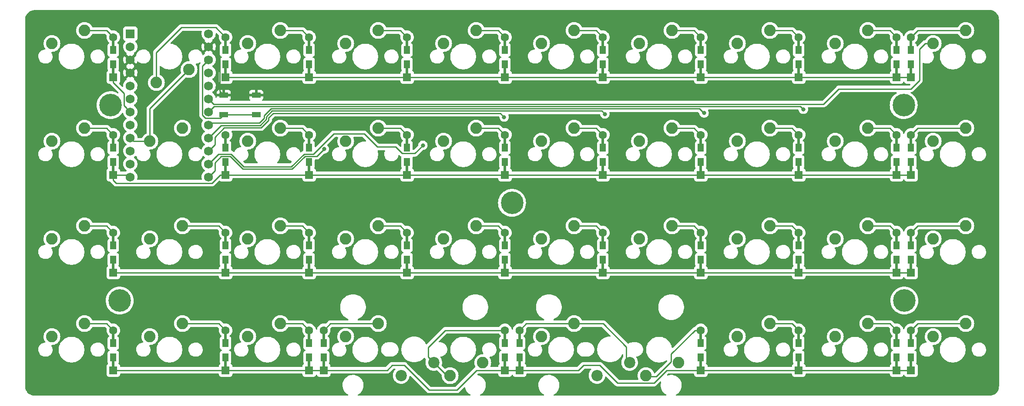
<source format=gbl>
G04 #@! TF.GenerationSoftware,KiCad,Pcbnew,(6.0.0)*
G04 #@! TF.CreationDate,2023-02-08T23:18:21+02:00*
G04 #@! TF.ProjectId,electrolyte,656c6563-7472-46f6-9c79-74652e6b6963,v1.fun*
G04 #@! TF.SameCoordinates,Original*
G04 #@! TF.FileFunction,Copper,L2,Bot*
G04 #@! TF.FilePolarity,Positive*
%FSLAX46Y46*%
G04 Gerber Fmt 4.6, Leading zero omitted, Abs format (unit mm)*
G04 Created by KiCad (PCBNEW (6.0.0)) date 2023-02-08 23:18:21*
%MOMM*%
%LPD*%
G01*
G04 APERTURE LIST*
G04 #@! TA.AperFunction,SMDPad,CuDef*
%ADD10R,1.200000X1.600000*%
G04 #@! TD*
G04 #@! TA.AperFunction,SMDPad,CuDef*
%ADD11R,0.500000X2.900000*%
G04 #@! TD*
G04 #@! TA.AperFunction,ComponentPad*
%ADD12R,1.600000X1.600000*%
G04 #@! TD*
G04 #@! TA.AperFunction,ComponentPad*
%ADD13C,1.600000*%
G04 #@! TD*
G04 #@! TA.AperFunction,ComponentPad*
%ADD14C,2.250000*%
G04 #@! TD*
G04 #@! TA.AperFunction,ComponentPad*
%ADD15R,1.752600X1.752600*%
G04 #@! TD*
G04 #@! TA.AperFunction,ComponentPad*
%ADD16C,1.752600*%
G04 #@! TD*
G04 #@! TA.AperFunction,ComponentPad*
%ADD17C,4.400000*%
G04 #@! TD*
G04 #@! TA.AperFunction,ComponentPad*
%ADD18C,2.200000*%
G04 #@! TD*
G04 #@! TA.AperFunction,SMDPad,CuDef*
%ADD19R,1.700000X1.000000*%
G04 #@! TD*
G04 #@! TA.AperFunction,ViaPad*
%ADD20C,0.800000*%
G04 #@! TD*
G04 #@! TA.AperFunction,Conductor*
%ADD21C,0.250000*%
G04 #@! TD*
G04 APERTURE END LIST*
D10*
X34067750Y-27212750D03*
D11*
X34067750Y-28312750D03*
D12*
X34067750Y-29712750D03*
D11*
X34067750Y-23312750D03*
D13*
X34067750Y-21912750D03*
D10*
X34067750Y-24412750D03*
D12*
X34067750Y-48762750D03*
D10*
X34067750Y-46262750D03*
D11*
X34067750Y-47362750D03*
D10*
X34067750Y-43462750D03*
D13*
X34067750Y-40962750D03*
D11*
X34067750Y-42362750D03*
D12*
X34067750Y-67812750D03*
D11*
X34067750Y-66412750D03*
D10*
X34067750Y-65312750D03*
D11*
X34067750Y-61412750D03*
D10*
X34067750Y-62512750D03*
D13*
X34067750Y-60012750D03*
D10*
X34067750Y-84362750D03*
D12*
X34067750Y-86862750D03*
D11*
X34067750Y-85462750D03*
D10*
X34067750Y-81562750D03*
D11*
X34067750Y-80462750D03*
D13*
X34067750Y-79062750D03*
D10*
X55911750Y-27212750D03*
D11*
X55911750Y-28312750D03*
D12*
X55911750Y-29712750D03*
D11*
X55911750Y-23312750D03*
D10*
X55911750Y-24412750D03*
D13*
X55911750Y-21912750D03*
D11*
X55911750Y-47362750D03*
D12*
X55911750Y-48762750D03*
D10*
X55911750Y-46262750D03*
D13*
X55911750Y-40962750D03*
D11*
X55911750Y-42362750D03*
D10*
X55911750Y-43462750D03*
X55911750Y-65312750D03*
D11*
X55911750Y-66412750D03*
D12*
X55911750Y-67812750D03*
D11*
X55911750Y-61412750D03*
D10*
X55911750Y-62512750D03*
D13*
X55911750Y-60012750D03*
D11*
X55911750Y-85462750D03*
D10*
X55911750Y-84362750D03*
D12*
X55911750Y-86862750D03*
D10*
X55911750Y-81562750D03*
D11*
X55911750Y-80462750D03*
D13*
X55911750Y-79062750D03*
D10*
X72167750Y-27212750D03*
D12*
X72167750Y-29712750D03*
D11*
X72167750Y-28312750D03*
D13*
X72167750Y-21912750D03*
D11*
X72167750Y-23312750D03*
D10*
X72167750Y-24412750D03*
D11*
X72167750Y-47362750D03*
D12*
X72167750Y-48762750D03*
D10*
X72167750Y-46262750D03*
X72167750Y-43462750D03*
D13*
X72167750Y-40962750D03*
D11*
X72167750Y-42362750D03*
D10*
X72167750Y-65312750D03*
D11*
X72167750Y-66412750D03*
D12*
X72167750Y-67812750D03*
D10*
X72167750Y-62512750D03*
D11*
X72167750Y-61412750D03*
D13*
X72167750Y-60012750D03*
D12*
X72167750Y-86862750D03*
D11*
X72167750Y-85462750D03*
D10*
X72167750Y-84362750D03*
X72167750Y-81562750D03*
D11*
X72167750Y-80462750D03*
D13*
X72167750Y-79062750D03*
D10*
X91217750Y-27212750D03*
D11*
X91217750Y-28312750D03*
D12*
X91217750Y-29712750D03*
D11*
X91217750Y-23312750D03*
D13*
X91217750Y-21912750D03*
D10*
X91217750Y-24412750D03*
D12*
X91217750Y-48762750D03*
D10*
X91217750Y-46262750D03*
D11*
X91217750Y-47362750D03*
D13*
X91217750Y-40962750D03*
D11*
X91217750Y-42362750D03*
D10*
X91217750Y-43462750D03*
D12*
X91217750Y-67812750D03*
D11*
X91217750Y-66412750D03*
D10*
X91217750Y-65312750D03*
D13*
X91217750Y-60012750D03*
D11*
X91217750Y-61412750D03*
D10*
X91217750Y-62512750D03*
X75000000Y-84362750D03*
D11*
X75000000Y-85462750D03*
D12*
X75000000Y-86862750D03*
D10*
X75000000Y-81562750D03*
D13*
X75000000Y-79062750D03*
D11*
X75000000Y-80462750D03*
D10*
X110267750Y-27212750D03*
D11*
X110267750Y-28312750D03*
D12*
X110267750Y-29712750D03*
D11*
X110267750Y-23312750D03*
D10*
X110267750Y-24412750D03*
D13*
X110267750Y-21912750D03*
D11*
X110267750Y-47362750D03*
D12*
X110267750Y-48762750D03*
D10*
X110267750Y-46262750D03*
D11*
X110267750Y-42362750D03*
D10*
X110267750Y-43462750D03*
D13*
X110267750Y-40962750D03*
D10*
X110267750Y-65312750D03*
D11*
X110267750Y-66412750D03*
D12*
X110267750Y-67812750D03*
D10*
X110267750Y-62512750D03*
D13*
X110267750Y-60012750D03*
D11*
X110267750Y-61412750D03*
D12*
X110267750Y-86862750D03*
D10*
X110267750Y-84362750D03*
D11*
X110267750Y-85462750D03*
D10*
X110267750Y-81562750D03*
D13*
X110267750Y-79062750D03*
D11*
X110267750Y-80462750D03*
D12*
X129317750Y-29712750D03*
D10*
X129317750Y-27212750D03*
D11*
X129317750Y-28312750D03*
X129317750Y-23312750D03*
D10*
X129317750Y-24412750D03*
D13*
X129317750Y-21912750D03*
D12*
X129317750Y-48762750D03*
D11*
X129317750Y-47362750D03*
D10*
X129317750Y-46262750D03*
X129317750Y-43462750D03*
D13*
X129317750Y-40962750D03*
D11*
X129317750Y-42362750D03*
D12*
X129317750Y-67812750D03*
D11*
X129317750Y-66412750D03*
D10*
X129317750Y-65312750D03*
X129317750Y-62512750D03*
D13*
X129317750Y-60012750D03*
D11*
X129317750Y-61412750D03*
D10*
X113100000Y-84362750D03*
D11*
X113100000Y-85462750D03*
D12*
X113100000Y-86862750D03*
D11*
X113100000Y-80462750D03*
D10*
X113100000Y-81562750D03*
D13*
X113100000Y-79062750D03*
D10*
X148367750Y-27212750D03*
D12*
X148367750Y-29712750D03*
D11*
X148367750Y-28312750D03*
D10*
X148367750Y-24412750D03*
D13*
X148367750Y-21912750D03*
D11*
X148367750Y-23312750D03*
D12*
X148367750Y-48762750D03*
D11*
X148367750Y-47362750D03*
D10*
X148367750Y-46262750D03*
X148367750Y-43462750D03*
D11*
X148367750Y-42362750D03*
D13*
X148367750Y-40962750D03*
D12*
X148367750Y-67812750D03*
D10*
X148367750Y-65312750D03*
D11*
X148367750Y-66412750D03*
X148367750Y-61412750D03*
D13*
X148367750Y-60012750D03*
D10*
X148367750Y-62512750D03*
D11*
X148367750Y-85462750D03*
D10*
X148367750Y-84362750D03*
D12*
X148367750Y-86862750D03*
D11*
X148367750Y-80462750D03*
D10*
X148367750Y-81562750D03*
D13*
X148367750Y-79062750D03*
D12*
X167417750Y-29712750D03*
D11*
X167417750Y-28312750D03*
D10*
X167417750Y-27212750D03*
X167417750Y-24412750D03*
D13*
X167417750Y-21912750D03*
D11*
X167417750Y-23312750D03*
X167417750Y-47362750D03*
D10*
X167417750Y-46262750D03*
D12*
X167417750Y-48762750D03*
D11*
X167417750Y-42362750D03*
D13*
X167417750Y-40962750D03*
D10*
X167417750Y-43462750D03*
D11*
X167417750Y-66412750D03*
D10*
X167417750Y-65312750D03*
D12*
X167417750Y-67812750D03*
D13*
X167417750Y-60012750D03*
D10*
X167417750Y-62512750D03*
D11*
X167417750Y-61412750D03*
D10*
X167417750Y-84362750D03*
D12*
X167417750Y-86862750D03*
D11*
X167417750Y-85462750D03*
D13*
X167417750Y-79062750D03*
D10*
X167417750Y-81562750D03*
D11*
X167417750Y-80462750D03*
D12*
X186467750Y-29712750D03*
D11*
X186467750Y-28312750D03*
D10*
X186467750Y-27212750D03*
X186467750Y-24412750D03*
D13*
X186467750Y-21912750D03*
D11*
X186467750Y-23312750D03*
D10*
X186467750Y-46262750D03*
D11*
X186467750Y-47362750D03*
D12*
X186467750Y-48762750D03*
D11*
X186467750Y-42362750D03*
D13*
X186467750Y-40962750D03*
D10*
X186467750Y-43462750D03*
D11*
X186467750Y-66412750D03*
D12*
X186467750Y-67812750D03*
D10*
X186467750Y-65312750D03*
D13*
X186467750Y-60012750D03*
D10*
X186467750Y-62512750D03*
D11*
X186467750Y-61412750D03*
D10*
X186467750Y-84362750D03*
D12*
X186467750Y-86862750D03*
D11*
X186467750Y-85462750D03*
D10*
X186467750Y-81562750D03*
D13*
X186467750Y-79062750D03*
D11*
X186467750Y-80462750D03*
D12*
X189261750Y-29712750D03*
D10*
X189261750Y-27212750D03*
D11*
X189261750Y-28312750D03*
X189261750Y-23312750D03*
D10*
X189261750Y-24412750D03*
D13*
X189261750Y-21912750D03*
D12*
X189261750Y-48762750D03*
D10*
X189261750Y-46262750D03*
D11*
X189261750Y-47362750D03*
X189261750Y-42362750D03*
D13*
X189261750Y-40962750D03*
D10*
X189261750Y-43462750D03*
D12*
X189261750Y-67812750D03*
D11*
X189261750Y-66412750D03*
D10*
X189261750Y-65312750D03*
D11*
X189261750Y-61412750D03*
D13*
X189261750Y-60012750D03*
D10*
X189261750Y-62512750D03*
D12*
X189261750Y-86862750D03*
D11*
X189261750Y-85462750D03*
D10*
X189261750Y-84362750D03*
X189261750Y-81562750D03*
D11*
X189261750Y-80462750D03*
D13*
X189261750Y-79062750D03*
D14*
X22129750Y-23145750D03*
X28479750Y-20605750D03*
X22129750Y-42195750D03*
X28479750Y-39655750D03*
X22129750Y-61245750D03*
X28479750Y-58705750D03*
X22129750Y-80295750D03*
X28479750Y-77755750D03*
X48799750Y-28225750D03*
X42449750Y-30765750D03*
X41179750Y-42195750D03*
X47529750Y-39655750D03*
X41179750Y-61245750D03*
X47529750Y-58705750D03*
X41179750Y-80295750D03*
X47529750Y-77755750D03*
X60229750Y-23145750D03*
X66579750Y-20605750D03*
X60229750Y-42195750D03*
X66579750Y-39655750D03*
X60229750Y-61245750D03*
X66579750Y-58705750D03*
X60229750Y-80295750D03*
X66579750Y-77755750D03*
X79279750Y-23145750D03*
X85629750Y-20605750D03*
X79279750Y-42195750D03*
X85629750Y-39655750D03*
X79279750Y-61245750D03*
X85629750Y-58705750D03*
X79279750Y-80295750D03*
X85629750Y-77755750D03*
X98329750Y-23145750D03*
X104679750Y-20605750D03*
X104679750Y-39655750D03*
X98329750Y-42195750D03*
X98329750Y-61245750D03*
X104679750Y-58705750D03*
X105949750Y-85375750D03*
X99599750Y-87915750D03*
X117379750Y-23145750D03*
X123729750Y-20605750D03*
X117379750Y-42195750D03*
X123729750Y-39655750D03*
X117379750Y-61245750D03*
X123729750Y-58705750D03*
X117379750Y-80295750D03*
X123729750Y-77755750D03*
X136429750Y-23145750D03*
X142779750Y-20605750D03*
X142779750Y-39655750D03*
X136429750Y-42195750D03*
X142779750Y-58705750D03*
X136429750Y-61245750D03*
X144049750Y-85375750D03*
X137699750Y-87915750D03*
X155479750Y-23145750D03*
X161829750Y-20605750D03*
X155479750Y-42195750D03*
X161829750Y-39655750D03*
X161829750Y-58705750D03*
X155479750Y-61245750D03*
X155479750Y-80295750D03*
X161829750Y-77755750D03*
X174529750Y-23145750D03*
X180879750Y-20605750D03*
X174529750Y-42195750D03*
X180879750Y-39655750D03*
X174529750Y-61245750D03*
X180879750Y-58705750D03*
X174529750Y-80295750D03*
X180879750Y-77755750D03*
X193579750Y-23145750D03*
X199929750Y-20605750D03*
X193579750Y-42195750D03*
X199929750Y-39655750D03*
X193579750Y-61245750D03*
X199929750Y-58705750D03*
X193579750Y-80295750D03*
X199929750Y-77755750D03*
D15*
X37369750Y-21240750D03*
D16*
X37369750Y-23780750D03*
X37369750Y-26320750D03*
X37369750Y-28860750D03*
X37369750Y-31400750D03*
X37369750Y-33940750D03*
X37369750Y-36480750D03*
X37369750Y-39020750D03*
X37369750Y-41560750D03*
X37369750Y-44100750D03*
X37369750Y-46640750D03*
X37369750Y-49180750D03*
X52609750Y-49180750D03*
X52609750Y-46640750D03*
X52609750Y-44100750D03*
X52609750Y-41560750D03*
X52609750Y-39020750D03*
X52609750Y-36480750D03*
X52609750Y-33940750D03*
X52609750Y-31400750D03*
X52609750Y-28860750D03*
X52609750Y-26320750D03*
X52609750Y-23780750D03*
X52609750Y-21240750D03*
D17*
X33528000Y-35179000D03*
X35306000Y-73279000D03*
X187960000Y-73279000D03*
X111633000Y-54229000D03*
X187833000Y-35179000D03*
D18*
X90060000Y-87880000D03*
X96410000Y-85340000D03*
X128160000Y-87880000D03*
X134510000Y-85340000D03*
D19*
X55565000Y-33211000D03*
X61865000Y-33211000D03*
X55565000Y-37011000D03*
X61865000Y-37011000D03*
D20*
X94300000Y-43000000D03*
X75100000Y-43700000D03*
X168317000Y-35983000D03*
X149000000Y-36700000D03*
X129700000Y-36900000D03*
X110100000Y-37500000D03*
X19900000Y-35200000D03*
X203700000Y-35200000D03*
X44600000Y-35200000D03*
X149700000Y-73300000D03*
X73600000Y-73300000D03*
X35500000Y-90000000D03*
X168800000Y-54300000D03*
X74600000Y-46900000D03*
X187900000Y-90000000D03*
X92600000Y-18600000D03*
X130700000Y-18700000D03*
X54500000Y-54300000D03*
X111700000Y-89800000D03*
D21*
X41179750Y-35845750D02*
X48799750Y-28225750D01*
X41179750Y-42195750D02*
X41179750Y-35845750D01*
X41179750Y-42195750D02*
X38004750Y-42195750D01*
X56112261Y-44687739D02*
X54562761Y-44687739D01*
X92712739Y-44587261D02*
X94300000Y-43000000D01*
X91412739Y-44587261D02*
X90293239Y-44587261D01*
X91412739Y-44587261D02*
X92712739Y-44587261D01*
X89005978Y-43300000D02*
X85400000Y-43300000D01*
X90293239Y-44587261D02*
X89005978Y-43300000D01*
X73012261Y-44687739D02*
X71176544Y-44687739D01*
X76954251Y-40745749D02*
X73012261Y-44687739D01*
X68688803Y-47175480D02*
X59445892Y-47175480D01*
X59445892Y-47175480D02*
X56958151Y-44687739D01*
X56958151Y-44687739D02*
X56112261Y-44687739D01*
X85400000Y-43300000D02*
X82845749Y-40745749D01*
X82845749Y-40745749D02*
X76954251Y-40745749D01*
X71176544Y-44687739D02*
X68688803Y-47175480D01*
X55911750Y-48762750D02*
X72167750Y-48762750D01*
X53811051Y-46378447D02*
X55051749Y-45137749D01*
X53811051Y-47979449D02*
X53811051Y-46378447D01*
X68875000Y-47625000D02*
X71362251Y-45137749D01*
X52609750Y-49180750D02*
X53811051Y-47979449D01*
X55051749Y-45137749D02*
X56771751Y-45137749D01*
X59259002Y-47625000D02*
X68875000Y-47625000D01*
X56771751Y-45137749D02*
X59259002Y-47625000D01*
X71362251Y-45137749D02*
X73162251Y-45137749D01*
X73662251Y-45137749D02*
X73162251Y-45137749D01*
X75100000Y-43700000D02*
X73662251Y-45137749D01*
X54562761Y-44687739D02*
X53486049Y-45764451D01*
X53486049Y-45764451D02*
X52609750Y-46640750D01*
X56112261Y-44687739D02*
X56735783Y-44687739D01*
X72167750Y-48762750D02*
X91217750Y-48762750D01*
X172250480Y-34950480D02*
X53619480Y-34950480D01*
X190900000Y-30323522D02*
X189223522Y-32000000D01*
X190900000Y-24234510D02*
X190900000Y-30323522D01*
X191988760Y-23145750D02*
X190900000Y-24234510D01*
X189223522Y-32000000D02*
X175200960Y-32000000D01*
X175200960Y-32000000D02*
X172250480Y-34950480D01*
X53619480Y-34950480D02*
X52609750Y-33940750D01*
X193579750Y-23145750D02*
X191988760Y-23145750D01*
X167734000Y-35400000D02*
X168317000Y-35983000D01*
X148900000Y-36700000D02*
X148049520Y-35849520D01*
X149000000Y-36700000D02*
X148900000Y-36700000D01*
X148049520Y-35849520D02*
X64779044Y-35849520D01*
X129099040Y-36299040D02*
X129700000Y-36900000D01*
X63849520Y-37414762D02*
X64965242Y-36299040D01*
X63849520Y-37897616D02*
X63849520Y-37414762D01*
X62641907Y-39105229D02*
X63849520Y-37897616D01*
X55065271Y-39105229D02*
X62641907Y-39105229D01*
X52609750Y-41560750D02*
X55065271Y-39105229D01*
X64965242Y-36299040D02*
X129099040Y-36299040D01*
X109351440Y-36751440D02*
X110100000Y-37500000D01*
X109351440Y-36748560D02*
X109351440Y-36751440D01*
X109351440Y-36748560D02*
X65151440Y-36748560D01*
X110267750Y-48762750D02*
X129317750Y-48762750D01*
X91217750Y-48762750D02*
X110267750Y-48762750D01*
X34637051Y-50382051D02*
X53242449Y-50382051D01*
X54861750Y-48762750D02*
X55911750Y-48762750D01*
X53242449Y-50382051D02*
X54861750Y-48762750D01*
X34067750Y-48762750D02*
X34067750Y-49812750D01*
X34067750Y-49812750D02*
X34637051Y-50382051D01*
X47286107Y-20039939D02*
X54038939Y-20039939D01*
X42449750Y-24876296D02*
X47286107Y-20039939D01*
X54038939Y-20039939D02*
X55911750Y-21912750D01*
X42449750Y-30765750D02*
X42449750Y-24876296D01*
X55911750Y-29712750D02*
X56961750Y-29712750D01*
X34067750Y-29712750D02*
X34067750Y-30762750D01*
X36168449Y-35279449D02*
X36493451Y-35604451D01*
X36493451Y-35604451D02*
X37369750Y-36480750D01*
X56961750Y-29712750D02*
X189261750Y-29712750D01*
X34067750Y-30762750D02*
X36168449Y-32863449D01*
X36168449Y-32863449D02*
X36168449Y-35279449D01*
X32760750Y-20605750D02*
X33267751Y-21112751D01*
X28479750Y-20605750D02*
X32760750Y-20605750D01*
X33267751Y-21112751D02*
X34067750Y-21912750D01*
X36951750Y-48762750D02*
X37369750Y-49180750D01*
X34067750Y-48762750D02*
X36951750Y-48762750D01*
X129317750Y-48762750D02*
X189261750Y-48762750D01*
X32760750Y-39655750D02*
X34067750Y-40962750D01*
X28479750Y-39655750D02*
X32760750Y-39655750D01*
X34067750Y-67812750D02*
X189261750Y-67812750D01*
X32760750Y-58705750D02*
X34067750Y-60012750D01*
X28479750Y-58705750D02*
X32760750Y-58705750D01*
X124562750Y-86862750D02*
X125525500Y-85900000D01*
X90700000Y-85900000D02*
X95500000Y-90700000D01*
X110267750Y-86862750D02*
X113100000Y-86862750D01*
X75000000Y-86862750D02*
X87337250Y-86862750D01*
X128700000Y-85900000D02*
X132165261Y-89365261D01*
X34067750Y-86862750D02*
X35117750Y-86862750D01*
X100913672Y-90700000D02*
X104750921Y-86862750D01*
X125525500Y-85900000D02*
X128700000Y-85900000D01*
X113100000Y-86862750D02*
X124562750Y-86862750D01*
X87337250Y-86862750D02*
X88300000Y-85900000D01*
X95500000Y-90700000D02*
X100913672Y-90700000D01*
X139234739Y-89365261D02*
X141737250Y-86862750D01*
X141737250Y-86862750D02*
X148367750Y-86862750D01*
X72167750Y-86862750D02*
X75000000Y-86862750D01*
X132165261Y-89365261D02*
X139234739Y-89365261D01*
X35117750Y-86862750D02*
X55911750Y-86862750D01*
X56961750Y-86862750D02*
X72167750Y-86862750D01*
X55911750Y-86862750D02*
X56961750Y-86862750D01*
X148367750Y-86862750D02*
X189261750Y-86862750D01*
X88300000Y-85900000D02*
X90700000Y-85900000D01*
X104750921Y-86862750D02*
X110267750Y-86862750D01*
X32760750Y-77755750D02*
X34067750Y-79062750D01*
X28479750Y-77755750D02*
X32760750Y-77755750D01*
X47529750Y-58705750D02*
X54604750Y-58705750D01*
X54604750Y-58705750D02*
X55911750Y-60012750D01*
X47529750Y-77755750D02*
X54604750Y-77755750D01*
X54604750Y-77755750D02*
X55911750Y-79062750D01*
X70860750Y-20605750D02*
X72167750Y-21912750D01*
X66579750Y-20605750D02*
X70860750Y-20605750D01*
X70860750Y-39655750D02*
X72167750Y-40962750D01*
X66579750Y-39655750D02*
X70860750Y-39655750D01*
X66579750Y-58705750D02*
X70860750Y-58705750D01*
X70860750Y-58705750D02*
X72167750Y-60012750D01*
X70860750Y-77755750D02*
X72167750Y-79062750D01*
X66579750Y-77755750D02*
X70860750Y-77755750D01*
X85629750Y-20605750D02*
X89910750Y-20605750D01*
X89910750Y-20605750D02*
X91217750Y-21912750D01*
X89910750Y-39655750D02*
X91217750Y-40962750D01*
X85629750Y-39655750D02*
X89910750Y-39655750D01*
X89910750Y-58705750D02*
X91217750Y-60012750D01*
X85629750Y-58705750D02*
X89910750Y-58705750D01*
X85629750Y-77755750D02*
X76307000Y-77755750D01*
X76307000Y-77755750D02*
X75000000Y-79062750D01*
X108960750Y-20605750D02*
X110267750Y-21912750D01*
X104679750Y-20605750D02*
X108960750Y-20605750D01*
X108960750Y-39655750D02*
X110267750Y-40962750D01*
X104679750Y-39655750D02*
X108960750Y-39655750D01*
X108960750Y-58705750D02*
X110267750Y-60012750D01*
X104679750Y-58705750D02*
X108960750Y-58705750D01*
X95310001Y-84240001D02*
X96410000Y-85340000D01*
X98637250Y-79062750D02*
X95310001Y-82389999D01*
X98985750Y-87915750D02*
X99599750Y-87915750D01*
X110267750Y-79062750D02*
X98637250Y-79062750D01*
X95310001Y-82389999D02*
X95310001Y-84240001D01*
X96410000Y-85340000D02*
X98985750Y-87915750D01*
X123729750Y-20605750D02*
X128010750Y-20605750D01*
X128010750Y-20605750D02*
X129317750Y-21912750D01*
X123729750Y-39655750D02*
X128010750Y-39655750D01*
X128010750Y-39655750D02*
X129317750Y-40962750D01*
X128010750Y-58705750D02*
X129317750Y-60012750D01*
X123729750Y-58705750D02*
X128010750Y-58705750D01*
X147060750Y-20605750D02*
X148367750Y-21912750D01*
X142779750Y-20605750D02*
X147060750Y-20605750D01*
X147060750Y-39655750D02*
X148367750Y-40962750D01*
X142779750Y-39655750D02*
X147060750Y-39655750D01*
X147060750Y-58705750D02*
X148367750Y-60012750D01*
X142779750Y-58705750D02*
X147060750Y-58705750D01*
X142608171Y-83690959D02*
X142608171Y-85191829D01*
X137884000Y-88100000D02*
X137699750Y-87915750D01*
X148367750Y-79062750D02*
X147236380Y-79062750D01*
X147236380Y-79062750D02*
X142608171Y-83690959D01*
X139700000Y-88100000D02*
X137884000Y-88100000D01*
X142608171Y-85191829D02*
X139700000Y-88100000D01*
X161829750Y-20605750D02*
X166110750Y-20605750D01*
X166110750Y-20605750D02*
X167417750Y-21912750D01*
X166110750Y-39655750D02*
X167417750Y-40962750D01*
X161829750Y-39655750D02*
X166110750Y-39655750D01*
X161829750Y-58705750D02*
X166110750Y-58705750D01*
X166110750Y-58705750D02*
X167417750Y-60012750D01*
X166110750Y-77755750D02*
X166617751Y-78262751D01*
X166617751Y-78262751D02*
X167417750Y-79062750D01*
X161829750Y-77755750D02*
X166110750Y-77755750D01*
X185160750Y-20605750D02*
X186467750Y-21912750D01*
X180879750Y-20605750D02*
X185160750Y-20605750D01*
X185160750Y-39655750D02*
X186467750Y-40962750D01*
X180879750Y-39655750D02*
X185160750Y-39655750D01*
X185160750Y-58705750D02*
X186467750Y-60012750D01*
X180879750Y-58705750D02*
X185160750Y-58705750D01*
X180879750Y-77755750D02*
X185160750Y-77755750D01*
X185160750Y-77755750D02*
X186467750Y-79062750D01*
X190568750Y-20605750D02*
X189261750Y-21912750D01*
X199929750Y-20605750D02*
X190568750Y-20605750D01*
X199929750Y-39655750D02*
X190568750Y-39655750D01*
X190568750Y-39655750D02*
X189261750Y-40962750D01*
X199929750Y-58705750D02*
X190568750Y-58705750D01*
X190568750Y-58705750D02*
X189261750Y-60012750D01*
X190568750Y-77755750D02*
X189261750Y-79062750D01*
X199929750Y-77755750D02*
X190568750Y-77755750D01*
X38004750Y-42195750D02*
X37369750Y-41560750D01*
X64299040Y-37600960D02*
X64299040Y-38083813D01*
X53811051Y-42899449D02*
X52609750Y-44100750D01*
X53811051Y-41398447D02*
X53811051Y-42899449D01*
X64299040Y-38083813D02*
X62828104Y-39554749D01*
X64299040Y-37600960D02*
X65151440Y-36748560D01*
X62828104Y-39554749D02*
X55654749Y-39554749D01*
X55654749Y-39554749D02*
X53811051Y-41398447D01*
X53030500Y-38600000D02*
X52609750Y-39020750D01*
X62455709Y-38655709D02*
X53086209Y-38655709D01*
X63400000Y-37711418D02*
X62455709Y-38655709D01*
X63400000Y-37228564D02*
X63400000Y-37711418D01*
X53086209Y-38655709D02*
X53030500Y-38600000D01*
X64779044Y-35849520D02*
X63400000Y-37228564D01*
X52609750Y-36480750D02*
X53690500Y-35400000D01*
X53690500Y-35400000D02*
X167734000Y-35400000D01*
X133875480Y-84705480D02*
X134510000Y-85340000D01*
X114407000Y-77755750D02*
X113100000Y-79062750D01*
X123729750Y-77755750D02*
X114407000Y-77755750D01*
X123729750Y-77755750D02*
X129348798Y-77755750D01*
X133875480Y-82282432D02*
X133875480Y-84705480D01*
X129348798Y-77755750D02*
X133875480Y-82282432D01*
X55565000Y-37011000D02*
X61865000Y-37011000D01*
X51408939Y-27521561D02*
X51408939Y-37108939D01*
X52609750Y-26320750D02*
X51408939Y-27521561D01*
X52000000Y-37700000D02*
X54876000Y-37700000D01*
X54876000Y-37700000D02*
X55565000Y-37011000D01*
X51408939Y-37108939D02*
X52000000Y-37700000D01*
X54787239Y-25958239D02*
X54787239Y-32433239D01*
X55565000Y-33211000D02*
X61865000Y-33211000D01*
X54787239Y-32433239D02*
X55565000Y-33211000D01*
X52609750Y-23780750D02*
X54787239Y-25958239D01*
G04 #@! TA.AperFunction,Conductor*
G36*
X126989508Y-86553502D02*
G01*
X127036001Y-86607158D01*
X127046105Y-86677432D01*
X127017198Y-86741331D01*
X126854672Y-86931624D01*
X126722384Y-87147498D01*
X126720491Y-87152068D01*
X126720489Y-87152072D01*
X126631342Y-87367292D01*
X126625495Y-87381409D01*
X126616797Y-87417640D01*
X126567675Y-87622250D01*
X126566391Y-87627597D01*
X126546526Y-87880000D01*
X126566391Y-88132403D01*
X126567545Y-88137210D01*
X126567546Y-88137216D01*
X126577071Y-88176889D01*
X126625495Y-88378591D01*
X126627388Y-88383162D01*
X126627389Y-88383164D01*
X126694422Y-88544995D01*
X126722384Y-88612502D01*
X126854672Y-88828376D01*
X126918044Y-88902575D01*
X127013896Y-89014802D01*
X127019102Y-89020898D01*
X127022858Y-89024106D01*
X127042130Y-89040566D01*
X127211624Y-89185328D01*
X127427498Y-89317616D01*
X127432068Y-89319509D01*
X127432072Y-89319511D01*
X127561506Y-89373124D01*
X127661409Y-89414505D01*
X127746032Y-89434821D01*
X127902784Y-89472454D01*
X127902790Y-89472455D01*
X127907597Y-89473609D01*
X128160000Y-89493474D01*
X128412403Y-89473609D01*
X128417210Y-89472455D01*
X128417216Y-89472454D01*
X128573968Y-89434821D01*
X128658591Y-89414505D01*
X128758494Y-89373124D01*
X128887928Y-89319511D01*
X128887932Y-89319509D01*
X128892502Y-89317616D01*
X129108376Y-89185328D01*
X129277870Y-89040566D01*
X129297142Y-89024106D01*
X129300898Y-89020898D01*
X129306105Y-89014802D01*
X129401956Y-88902575D01*
X129465328Y-88828376D01*
X129597616Y-88612502D01*
X129625579Y-88544995D01*
X129692611Y-88383164D01*
X129692612Y-88383162D01*
X129694505Y-88378591D01*
X129753609Y-88132403D01*
X129753706Y-88131166D01*
X129783673Y-88067947D01*
X129843940Y-88030418D01*
X129914929Y-88031429D01*
X129966808Y-88062712D01*
X130814580Y-88910485D01*
X131661609Y-89757514D01*
X131669149Y-89765800D01*
X131673261Y-89772279D01*
X131679038Y-89777704D01*
X131722912Y-89818904D01*
X131725754Y-89821659D01*
X131745491Y-89841396D01*
X131748688Y-89843876D01*
X131757708Y-89851579D01*
X131789940Y-89881847D01*
X131796886Y-89885666D01*
X131796889Y-89885668D01*
X131807695Y-89891609D01*
X131824214Y-89902460D01*
X131840220Y-89914875D01*
X131847489Y-89918020D01*
X131847493Y-89918023D01*
X131880798Y-89932435D01*
X131891448Y-89937652D01*
X131930201Y-89958956D01*
X131937876Y-89960927D01*
X131937877Y-89960927D01*
X131949823Y-89963994D01*
X131968528Y-89970398D01*
X131987116Y-89978442D01*
X131994939Y-89979681D01*
X131994949Y-89979684D01*
X132030785Y-89985360D01*
X132042405Y-89987766D01*
X132074220Y-89995934D01*
X132085231Y-89998761D01*
X132105485Y-89998761D01*
X132125195Y-90000312D01*
X132145204Y-90003481D01*
X132153096Y-90002735D01*
X132171841Y-90000963D01*
X132189223Y-89999320D01*
X132201080Y-89998761D01*
X139155972Y-89998761D01*
X139167155Y-89999288D01*
X139174648Y-90000963D01*
X139182574Y-90000714D01*
X139182575Y-90000714D01*
X139242725Y-89998823D01*
X139246684Y-89998761D01*
X139274595Y-89998761D01*
X139278530Y-89998264D01*
X139278595Y-89998256D01*
X139290432Y-89997323D01*
X139322690Y-89996309D01*
X139326709Y-89996183D01*
X139334628Y-89995934D01*
X139354082Y-89990282D01*
X139373439Y-89986274D01*
X139385669Y-89984729D01*
X139385670Y-89984729D01*
X139393536Y-89983735D01*
X139400907Y-89980816D01*
X139400909Y-89980816D01*
X139434651Y-89967457D01*
X139445881Y-89963612D01*
X139480722Y-89953490D01*
X139480723Y-89953490D01*
X139488332Y-89951279D01*
X139495151Y-89947246D01*
X139495156Y-89947244D01*
X139505767Y-89940968D01*
X139523515Y-89932273D01*
X139542356Y-89924813D01*
X139578126Y-89898825D01*
X139588046Y-89892309D01*
X139619274Y-89873841D01*
X139619277Y-89873839D01*
X139626101Y-89869803D01*
X139640422Y-89855482D01*
X139655456Y-89842641D01*
X139665433Y-89835392D01*
X139671846Y-89830733D01*
X139700037Y-89796656D01*
X139708017Y-89787887D01*
X140452143Y-89043762D01*
X140514454Y-89009737D01*
X140585270Y-89014802D01*
X140642105Y-89057349D01*
X140666916Y-89123869D01*
X140661279Y-89170073D01*
X140661304Y-89170079D01*
X140660240Y-89174348D01*
X140660238Y-89174353D01*
X140624519Y-89317616D01*
X140592503Y-89446024D01*
X140592044Y-89450392D01*
X140592043Y-89450397D01*
X140578149Y-89582592D01*
X140562776Y-89728859D01*
X140562929Y-89733247D01*
X140562929Y-89733253D01*
X140572366Y-90003481D01*
X140572701Y-90013078D01*
X140573463Y-90017401D01*
X140573464Y-90017408D01*
X140601340Y-90175498D01*
X140622085Y-90293150D01*
X140623440Y-90297321D01*
X140623442Y-90297328D01*
X140696101Y-90520949D01*
X140709967Y-90563623D01*
X140834637Y-90819233D01*
X140837092Y-90822872D01*
X140837095Y-90822878D01*
X140913451Y-90936080D01*
X140993667Y-91055005D01*
X141183963Y-91266350D01*
X141401820Y-91449154D01*
X141405552Y-91451486D01*
X141624253Y-91588146D01*
X141671423Y-91641207D01*
X141682418Y-91711347D01*
X141653747Y-91776297D01*
X141594513Y-91815436D01*
X141557483Y-91821000D01*
X119835875Y-91821000D01*
X119767754Y-91800998D01*
X119721261Y-91747342D01*
X119711157Y-91677068D01*
X119740651Y-91612488D01*
X119776722Y-91583749D01*
X119876330Y-91530787D01*
X119876336Y-91530783D01*
X119880222Y-91528717D01*
X119883782Y-91526130D01*
X119883786Y-91526128D01*
X120106738Y-91364145D01*
X120106741Y-91364142D01*
X120110301Y-91361556D01*
X120134466Y-91338220D01*
X120311710Y-91167057D01*
X120311714Y-91167053D01*
X120314875Y-91164000D01*
X120318496Y-91159366D01*
X120487253Y-90943367D01*
X120489965Y-90939896D01*
X120559630Y-90819233D01*
X120629956Y-90697425D01*
X120629959Y-90697420D01*
X120632161Y-90693605D01*
X120633811Y-90689521D01*
X120633814Y-90689515D01*
X120737047Y-90434002D01*
X120738696Y-90429921D01*
X120743900Y-90409051D01*
X120806432Y-90158247D01*
X120807497Y-90153976D01*
X120815558Y-90077286D01*
X120836765Y-89875510D01*
X120836765Y-89875507D01*
X120837224Y-89871141D01*
X120837071Y-89866747D01*
X120827453Y-89591319D01*
X120827452Y-89591313D01*
X120827299Y-89586922D01*
X120818059Y-89534516D01*
X120778677Y-89311173D01*
X120777915Y-89306850D01*
X120776560Y-89302679D01*
X120776558Y-89302672D01*
X120696847Y-89057349D01*
X120690033Y-89036377D01*
X120682484Y-89020898D01*
X120613209Y-88878866D01*
X120565363Y-88780767D01*
X120562908Y-88777128D01*
X120562905Y-88777122D01*
X120448782Y-88607928D01*
X120406333Y-88544995D01*
X120216037Y-88333650D01*
X119998180Y-88150846D01*
X119757002Y-88000141D01*
X119497196Y-87884469D01*
X119223821Y-87806079D01*
X119219467Y-87805467D01*
X119219462Y-87805466D01*
X119016382Y-87776926D01*
X118942196Y-87766500D01*
X118728982Y-87766500D01*
X118726796Y-87766653D01*
X118726792Y-87766653D01*
X118520685Y-87781065D01*
X118520680Y-87781066D01*
X118516300Y-87781372D01*
X118238123Y-87840501D01*
X118233994Y-87842004D01*
X118233990Y-87842005D01*
X117975026Y-87936260D01*
X117975022Y-87936262D01*
X117970881Y-87937769D01*
X117966991Y-87939837D01*
X117966985Y-87939840D01*
X117723670Y-88069213D01*
X117723664Y-88069217D01*
X117719778Y-88071283D01*
X117716218Y-88073870D01*
X117716214Y-88073872D01*
X117493262Y-88235855D01*
X117489699Y-88238444D01*
X117486535Y-88241500D01*
X117486532Y-88241502D01*
X117288290Y-88432943D01*
X117288286Y-88432947D01*
X117285125Y-88436000D01*
X117110035Y-88660104D01*
X117107832Y-88663920D01*
X116983733Y-88878866D01*
X116967839Y-88906395D01*
X116966189Y-88910479D01*
X116966186Y-88910485D01*
X116912339Y-89043762D01*
X116861304Y-89170079D01*
X116860240Y-89174348D01*
X116860239Y-89174350D01*
X116857502Y-89185328D01*
X116792503Y-89446024D01*
X116792044Y-89450392D01*
X116792043Y-89450397D01*
X116778149Y-89582592D01*
X116762776Y-89728859D01*
X116762929Y-89733247D01*
X116762929Y-89733253D01*
X116772366Y-90003481D01*
X116772701Y-90013078D01*
X116773463Y-90017401D01*
X116773464Y-90017408D01*
X116801340Y-90175498D01*
X116822085Y-90293150D01*
X116823440Y-90297321D01*
X116823442Y-90297328D01*
X116896101Y-90520949D01*
X116909967Y-90563623D01*
X117034637Y-90819233D01*
X117037092Y-90822872D01*
X117037095Y-90822878D01*
X117113451Y-90936080D01*
X117193667Y-91055005D01*
X117383963Y-91266350D01*
X117601820Y-91449154D01*
X117605552Y-91451486D01*
X117824253Y-91588146D01*
X117871423Y-91641207D01*
X117882418Y-91711347D01*
X117853747Y-91776297D01*
X117794513Y-91815436D01*
X117757483Y-91821000D01*
X105535875Y-91821000D01*
X105467754Y-91800998D01*
X105421261Y-91747342D01*
X105411157Y-91677068D01*
X105440651Y-91612488D01*
X105476722Y-91583749D01*
X105576330Y-91530787D01*
X105576336Y-91530783D01*
X105580222Y-91528717D01*
X105583782Y-91526130D01*
X105583786Y-91526128D01*
X105806738Y-91364145D01*
X105806741Y-91364142D01*
X105810301Y-91361556D01*
X105834466Y-91338220D01*
X106011710Y-91167057D01*
X106011714Y-91167053D01*
X106014875Y-91164000D01*
X106018496Y-91159366D01*
X106187253Y-90943367D01*
X106189965Y-90939896D01*
X106259630Y-90819233D01*
X106329956Y-90697425D01*
X106329959Y-90697420D01*
X106332161Y-90693605D01*
X106333811Y-90689521D01*
X106333814Y-90689515D01*
X106437047Y-90434002D01*
X106438696Y-90429921D01*
X106443900Y-90409051D01*
X106506432Y-90158247D01*
X106507497Y-90153976D01*
X106515558Y-90077286D01*
X106536765Y-89875510D01*
X106536765Y-89875507D01*
X106537224Y-89871141D01*
X106537071Y-89866747D01*
X106527453Y-89591319D01*
X106527452Y-89591313D01*
X106527299Y-89586922D01*
X106518059Y-89534516D01*
X106478677Y-89311173D01*
X106477915Y-89306850D01*
X106476560Y-89302679D01*
X106476558Y-89302672D01*
X106396847Y-89057349D01*
X106390033Y-89036377D01*
X106382484Y-89020898D01*
X106313209Y-88878866D01*
X106265363Y-88780767D01*
X106262908Y-88777128D01*
X106262905Y-88777122D01*
X106148782Y-88607928D01*
X106106333Y-88544995D01*
X105916037Y-88333650D01*
X105698180Y-88150846D01*
X105457002Y-88000141D01*
X105197196Y-87884469D01*
X104958211Y-87815940D01*
X104898244Y-87777937D01*
X104868342Y-87713545D01*
X104878000Y-87643208D01*
X104903848Y-87605727D01*
X104976420Y-87533155D01*
X105038732Y-87499129D01*
X105065515Y-87496250D01*
X108833250Y-87496250D01*
X108901371Y-87516252D01*
X108947864Y-87569908D01*
X108959250Y-87622250D01*
X108959250Y-87710884D01*
X108966005Y-87773066D01*
X109017135Y-87909455D01*
X109104489Y-88026011D01*
X109221045Y-88113365D01*
X109357434Y-88164495D01*
X109419616Y-88171250D01*
X111115884Y-88171250D01*
X111178066Y-88164495D01*
X111314455Y-88113365D01*
X111431011Y-88026011D01*
X111518365Y-87909455D01*
X111521518Y-87901045D01*
X111565893Y-87782675D01*
X111608534Y-87725910D01*
X111675096Y-87701210D01*
X111744445Y-87716417D01*
X111794563Y-87766703D01*
X111801857Y-87782675D01*
X111846232Y-87901045D01*
X111849385Y-87909455D01*
X111936739Y-88026011D01*
X112053295Y-88113365D01*
X112189684Y-88164495D01*
X112251866Y-88171250D01*
X113948134Y-88171250D01*
X114010316Y-88164495D01*
X114146705Y-88113365D01*
X114263261Y-88026011D01*
X114350615Y-87909455D01*
X114401745Y-87773066D01*
X114408500Y-87710884D01*
X114408500Y-87622250D01*
X114428502Y-87554129D01*
X114482158Y-87507636D01*
X114534500Y-87496250D01*
X124483983Y-87496250D01*
X124495166Y-87496777D01*
X124502659Y-87498452D01*
X124510585Y-87498203D01*
X124510586Y-87498203D01*
X124570736Y-87496312D01*
X124574695Y-87496250D01*
X124602606Y-87496250D01*
X124606541Y-87495753D01*
X124606606Y-87495745D01*
X124618443Y-87494812D01*
X124650701Y-87493798D01*
X124654720Y-87493672D01*
X124662639Y-87493423D01*
X124682093Y-87487771D01*
X124701450Y-87483763D01*
X124713680Y-87482218D01*
X124713681Y-87482218D01*
X124721547Y-87481224D01*
X124728918Y-87478305D01*
X124728920Y-87478305D01*
X124762662Y-87464946D01*
X124773892Y-87461101D01*
X124808733Y-87450979D01*
X124808734Y-87450979D01*
X124816343Y-87448768D01*
X124823162Y-87444735D01*
X124823167Y-87444733D01*
X124833778Y-87438457D01*
X124851526Y-87429762D01*
X124870367Y-87422302D01*
X124881489Y-87414222D01*
X124906137Y-87396314D01*
X124916057Y-87389798D01*
X124947285Y-87371330D01*
X124947288Y-87371328D01*
X124954112Y-87367292D01*
X124968433Y-87352971D01*
X124983467Y-87340130D01*
X124993444Y-87332881D01*
X124999857Y-87328222D01*
X125004907Y-87322118D01*
X125004912Y-87322113D01*
X125028043Y-87294152D01*
X125036033Y-87285371D01*
X125751001Y-86570404D01*
X125813313Y-86536379D01*
X125840096Y-86533500D01*
X126921387Y-86533500D01*
X126989508Y-86553502D01*
G37*
G04 #@! TD.AperFunction*
G04 #@! TA.AperFunction,Conductor*
G36*
X204567056Y-16638500D02*
G01*
X204569150Y-16638826D01*
X204581859Y-16640805D01*
X204581861Y-16640805D01*
X204590730Y-16642186D01*
X204599632Y-16641022D01*
X204599634Y-16641022D01*
X204605959Y-16640195D01*
X204631282Y-16639452D01*
X204841055Y-16654455D01*
X204858841Y-16657012D01*
X205089113Y-16707105D01*
X205106355Y-16712167D01*
X205327170Y-16794527D01*
X205343519Y-16801994D01*
X205550349Y-16914932D01*
X205565470Y-16924649D01*
X205646737Y-16985485D01*
X205754131Y-17065879D01*
X205767717Y-17077652D01*
X205934348Y-17244283D01*
X205946121Y-17257869D01*
X206087349Y-17446527D01*
X206097068Y-17461651D01*
X206210006Y-17668481D01*
X206217473Y-17684830D01*
X206262512Y-17805583D01*
X206299832Y-17905642D01*
X206304895Y-17922887D01*
X206330617Y-18041126D01*
X206354987Y-18153155D01*
X206357546Y-18170950D01*
X206372041Y-18373629D01*
X206371297Y-18391533D01*
X206371195Y-18399858D01*
X206369814Y-18408730D01*
X206370978Y-18417632D01*
X206370978Y-18417635D01*
X206373936Y-18440251D01*
X206375000Y-18456589D01*
X206375000Y-89993672D01*
X206373500Y-90013056D01*
X206369814Y-90036730D01*
X206370978Y-90045632D01*
X206370978Y-90045634D01*
X206371805Y-90051959D01*
X206372548Y-90077282D01*
X206357546Y-90287050D01*
X206354988Y-90304841D01*
X206304896Y-90535109D01*
X206299833Y-90552355D01*
X206247150Y-90693605D01*
X206217475Y-90773166D01*
X206210006Y-90789519D01*
X206097068Y-90996349D01*
X206087351Y-91011470D01*
X206004148Y-91122616D01*
X205946121Y-91200131D01*
X205934348Y-91213717D01*
X205767717Y-91380348D01*
X205754131Y-91392121D01*
X205567489Y-91531840D01*
X205565473Y-91533349D01*
X205550349Y-91543068D01*
X205343519Y-91656006D01*
X205327170Y-91663473D01*
X205106355Y-91745833D01*
X205089113Y-91750895D01*
X204858841Y-91800988D01*
X204841055Y-91803545D01*
X204638369Y-91818041D01*
X204620467Y-91817297D01*
X204612142Y-91817195D01*
X204603270Y-91815814D01*
X204594368Y-91816978D01*
X204594365Y-91816978D01*
X204571749Y-91819936D01*
X204555411Y-91821000D01*
X143635875Y-91821000D01*
X143567754Y-91800998D01*
X143521261Y-91747342D01*
X143511157Y-91677068D01*
X143540651Y-91612488D01*
X143576722Y-91583749D01*
X143676330Y-91530787D01*
X143676336Y-91530783D01*
X143680222Y-91528717D01*
X143683782Y-91526130D01*
X143683786Y-91526128D01*
X143906738Y-91364145D01*
X143906741Y-91364142D01*
X143910301Y-91361556D01*
X143934466Y-91338220D01*
X144111710Y-91167057D01*
X144111714Y-91167053D01*
X144114875Y-91164000D01*
X144118496Y-91159366D01*
X144287253Y-90943367D01*
X144289965Y-90939896D01*
X144359630Y-90819233D01*
X144429956Y-90697425D01*
X144429959Y-90697420D01*
X144432161Y-90693605D01*
X144433811Y-90689521D01*
X144433814Y-90689515D01*
X144537047Y-90434002D01*
X144538696Y-90429921D01*
X144543900Y-90409051D01*
X144606432Y-90158247D01*
X144607497Y-90153976D01*
X144615558Y-90077286D01*
X144636765Y-89875510D01*
X144636765Y-89875507D01*
X144637224Y-89871141D01*
X144637071Y-89866747D01*
X144627453Y-89591319D01*
X144627452Y-89591313D01*
X144627299Y-89586922D01*
X144618059Y-89534516D01*
X144578677Y-89311173D01*
X144577915Y-89306850D01*
X144576560Y-89302679D01*
X144576558Y-89302672D01*
X144496847Y-89057349D01*
X144490033Y-89036377D01*
X144482484Y-89020898D01*
X144413209Y-88878866D01*
X144365363Y-88780767D01*
X144362908Y-88777128D01*
X144362905Y-88777122D01*
X144248782Y-88607928D01*
X144206333Y-88544995D01*
X144016037Y-88333650D01*
X143798180Y-88150846D01*
X143557002Y-88000141D01*
X143297196Y-87884469D01*
X143023821Y-87806079D01*
X143019467Y-87805467D01*
X143019462Y-87805466D01*
X142816382Y-87776926D01*
X142742196Y-87766500D01*
X142528982Y-87766500D01*
X142526796Y-87766653D01*
X142526792Y-87766653D01*
X142320685Y-87781065D01*
X142320680Y-87781066D01*
X142316300Y-87781372D01*
X142038123Y-87840501D01*
X142033994Y-87842004D01*
X142033990Y-87842005D01*
X141970463Y-87865127D01*
X141899610Y-87869630D01*
X141837569Y-87835112D01*
X141804040Y-87772531D01*
X141809667Y-87701758D01*
X141838274Y-87657631D01*
X141962750Y-87533155D01*
X142025062Y-87499129D01*
X142051845Y-87496250D01*
X146933250Y-87496250D01*
X147001371Y-87516252D01*
X147047864Y-87569908D01*
X147059250Y-87622250D01*
X147059250Y-87710884D01*
X147066005Y-87773066D01*
X147117135Y-87909455D01*
X147204489Y-88026011D01*
X147321045Y-88113365D01*
X147457434Y-88164495D01*
X147519616Y-88171250D01*
X149215884Y-88171250D01*
X149278066Y-88164495D01*
X149414455Y-88113365D01*
X149531011Y-88026011D01*
X149618365Y-87909455D01*
X149669495Y-87773066D01*
X149676250Y-87710884D01*
X149676250Y-87622250D01*
X149696252Y-87554129D01*
X149749908Y-87507636D01*
X149802250Y-87496250D01*
X165983250Y-87496250D01*
X166051371Y-87516252D01*
X166097864Y-87569908D01*
X166109250Y-87622250D01*
X166109250Y-87710884D01*
X166116005Y-87773066D01*
X166167135Y-87909455D01*
X166254489Y-88026011D01*
X166371045Y-88113365D01*
X166507434Y-88164495D01*
X166569616Y-88171250D01*
X168265884Y-88171250D01*
X168328066Y-88164495D01*
X168464455Y-88113365D01*
X168581011Y-88026011D01*
X168668365Y-87909455D01*
X168719495Y-87773066D01*
X168726250Y-87710884D01*
X168726250Y-87622250D01*
X168746252Y-87554129D01*
X168799908Y-87507636D01*
X168852250Y-87496250D01*
X185033250Y-87496250D01*
X185101371Y-87516252D01*
X185147864Y-87569908D01*
X185159250Y-87622250D01*
X185159250Y-87710884D01*
X185166005Y-87773066D01*
X185217135Y-87909455D01*
X185304489Y-88026011D01*
X185421045Y-88113365D01*
X185557434Y-88164495D01*
X185619616Y-88171250D01*
X187315884Y-88171250D01*
X187378066Y-88164495D01*
X187514455Y-88113365D01*
X187631011Y-88026011D01*
X187718365Y-87909455D01*
X187721518Y-87901045D01*
X187746768Y-87833691D01*
X187789409Y-87776926D01*
X187855971Y-87752226D01*
X187925320Y-87767433D01*
X187975438Y-87817719D01*
X187982732Y-87833691D01*
X188007982Y-87901045D01*
X188011135Y-87909455D01*
X188098489Y-88026011D01*
X188215045Y-88113365D01*
X188351434Y-88164495D01*
X188413616Y-88171250D01*
X190109884Y-88171250D01*
X190172066Y-88164495D01*
X190308455Y-88113365D01*
X190425011Y-88026011D01*
X190512365Y-87909455D01*
X190563495Y-87773066D01*
X190570250Y-87710884D01*
X190570250Y-86014616D01*
X190563495Y-85952434D01*
X190512365Y-85816045D01*
X190425011Y-85699489D01*
X190314518Y-85616679D01*
X190272003Y-85559820D01*
X190266977Y-85489001D01*
X190289257Y-85440288D01*
X190306979Y-85416642D01*
X190306980Y-85416640D01*
X190312365Y-85409455D01*
X190363495Y-85273066D01*
X190370250Y-85210884D01*
X190370250Y-83514616D01*
X190363495Y-83452434D01*
X190312365Y-83316045D01*
X190225011Y-83199489D01*
X190108455Y-83112135D01*
X190071177Y-83098160D01*
X190024688Y-83080732D01*
X189967924Y-83038090D01*
X189943224Y-82971529D01*
X189958431Y-82902180D01*
X190008717Y-82852062D01*
X190024688Y-82844768D01*
X190100047Y-82816517D01*
X190108455Y-82813365D01*
X190165859Y-82770343D01*
X190922789Y-82770343D01*
X190931598Y-83004966D01*
X190932693Y-83010184D01*
X190974691Y-83210343D01*
X190979812Y-83234751D01*
X191066052Y-83453127D01*
X191068821Y-83457690D01*
X191163393Y-83613539D01*
X191187854Y-83653850D01*
X191341735Y-83831182D01*
X191345867Y-83834570D01*
X191519166Y-83976667D01*
X191519172Y-83976671D01*
X191523294Y-83980051D01*
X191527930Y-83982690D01*
X191527933Y-83982692D01*
X191644392Y-84048984D01*
X191727340Y-84096201D01*
X191948039Y-84176311D01*
X191953288Y-84177260D01*
X191953291Y-84177261D01*
X192034365Y-84191921D01*
X192179080Y-84218090D01*
X192183219Y-84218285D01*
X192183226Y-84218286D01*
X192202190Y-84219180D01*
X192202199Y-84219180D01*
X192203679Y-84219250D01*
X192368700Y-84219250D01*
X192455345Y-84211898D01*
X192538387Y-84204852D01*
X192538391Y-84204851D01*
X192543698Y-84204401D01*
X192548853Y-84203063D01*
X192548859Y-84203062D01*
X192765785Y-84146759D01*
X192765784Y-84146759D01*
X192770956Y-84145417D01*
X192775822Y-84143225D01*
X192775825Y-84143224D01*
X192980167Y-84051174D01*
X192980170Y-84051173D01*
X192985028Y-84048984D01*
X193179791Y-83917862D01*
X193183950Y-83913895D01*
X193286318Y-83816240D01*
X193349677Y-83755799D01*
X193373539Y-83723728D01*
X193452128Y-83618100D01*
X193489828Y-83567429D01*
X193505828Y-83535961D01*
X193593819Y-83362894D01*
X193593819Y-83362893D01*
X193596237Y-83358138D01*
X193665861Y-83133910D01*
X193675524Y-83061005D01*
X193684513Y-82993188D01*
X194887350Y-82993188D01*
X194926814Y-83305580D01*
X195005120Y-83610563D01*
X195121034Y-83903327D01*
X195122936Y-83906786D01*
X195122937Y-83906789D01*
X195254873Y-84146779D01*
X195272726Y-84179254D01*
X195301734Y-84219180D01*
X195436759Y-84405026D01*
X195457805Y-84433994D01*
X195673352Y-84663528D01*
X195915968Y-84864237D01*
X196181826Y-85032956D01*
X196185405Y-85034640D01*
X196185412Y-85034644D01*
X196463144Y-85165334D01*
X196463148Y-85165336D01*
X196466734Y-85167023D01*
X196766198Y-85264325D01*
X197075496Y-85323327D01*
X197169050Y-85329213D01*
X197309108Y-85338025D01*
X197309124Y-85338026D01*
X197311103Y-85338150D01*
X197468397Y-85338150D01*
X197470376Y-85338026D01*
X197470392Y-85338025D01*
X197610450Y-85329213D01*
X197704004Y-85323327D01*
X198013302Y-85264325D01*
X198312766Y-85167023D01*
X198316352Y-85165336D01*
X198316356Y-85165334D01*
X198594088Y-85034644D01*
X198594095Y-85034640D01*
X198597674Y-85032956D01*
X198863532Y-84864237D01*
X199106148Y-84663528D01*
X199321695Y-84433994D01*
X199342742Y-84405026D01*
X199477766Y-84219180D01*
X199506774Y-84179254D01*
X199524628Y-84146779D01*
X199656563Y-83906789D01*
X199656564Y-83906786D01*
X199658466Y-83903327D01*
X199774380Y-83610563D01*
X199852686Y-83305580D01*
X199892150Y-82993188D01*
X199892150Y-82770343D01*
X201082789Y-82770343D01*
X201091598Y-83004966D01*
X201092693Y-83010184D01*
X201134691Y-83210343D01*
X201139812Y-83234751D01*
X201226052Y-83453127D01*
X201228821Y-83457690D01*
X201323393Y-83613539D01*
X201347854Y-83653850D01*
X201501735Y-83831182D01*
X201505867Y-83834570D01*
X201679166Y-83976667D01*
X201679172Y-83976671D01*
X201683294Y-83980051D01*
X201687930Y-83982690D01*
X201687933Y-83982692D01*
X201804392Y-84048984D01*
X201887340Y-84096201D01*
X202108039Y-84176311D01*
X202113288Y-84177260D01*
X202113291Y-84177261D01*
X202194365Y-84191921D01*
X202339080Y-84218090D01*
X202343219Y-84218285D01*
X202343226Y-84218286D01*
X202362190Y-84219180D01*
X202362199Y-84219180D01*
X202363679Y-84219250D01*
X202528700Y-84219250D01*
X202615345Y-84211898D01*
X202698387Y-84204852D01*
X202698391Y-84204851D01*
X202703698Y-84204401D01*
X202708853Y-84203063D01*
X202708859Y-84203062D01*
X202925785Y-84146759D01*
X202925784Y-84146759D01*
X202930956Y-84145417D01*
X202935822Y-84143225D01*
X202935825Y-84143224D01*
X203140167Y-84051174D01*
X203140170Y-84051173D01*
X203145028Y-84048984D01*
X203339791Y-83917862D01*
X203343950Y-83913895D01*
X203446318Y-83816240D01*
X203509677Y-83755799D01*
X203533539Y-83723728D01*
X203612128Y-83618100D01*
X203649828Y-83567429D01*
X203665828Y-83535961D01*
X203753819Y-83362894D01*
X203753819Y-83362893D01*
X203756237Y-83358138D01*
X203825861Y-83133910D01*
X203835524Y-83061005D01*
X203856011Y-82906440D01*
X203856011Y-82906437D01*
X203856711Y-82901157D01*
X203847902Y-82666534D01*
X203822367Y-82544837D01*
X203800785Y-82441976D01*
X203800784Y-82441973D01*
X203799688Y-82436749D01*
X203713448Y-82218373D01*
X203641489Y-82099789D01*
X203594414Y-82022211D01*
X203594412Y-82022208D01*
X203591646Y-82017650D01*
X203437765Y-81840318D01*
X203427688Y-81832056D01*
X203260334Y-81694833D01*
X203260328Y-81694829D01*
X203256206Y-81691449D01*
X203251570Y-81688810D01*
X203251567Y-81688808D01*
X203056803Y-81577942D01*
X203052160Y-81575299D01*
X202831461Y-81495189D01*
X202826212Y-81494240D01*
X202826209Y-81494239D01*
X202745135Y-81479579D01*
X202600420Y-81453410D01*
X202596281Y-81453215D01*
X202596274Y-81453214D01*
X202577310Y-81452320D01*
X202577301Y-81452320D01*
X202575821Y-81452250D01*
X202410800Y-81452250D01*
X202329451Y-81459153D01*
X202241113Y-81466648D01*
X202241109Y-81466649D01*
X202235802Y-81467099D01*
X202230647Y-81468437D01*
X202230641Y-81468438D01*
X202052927Y-81514564D01*
X202008544Y-81526083D01*
X202003678Y-81528275D01*
X202003675Y-81528276D01*
X201799333Y-81620326D01*
X201799330Y-81620327D01*
X201794472Y-81622516D01*
X201599709Y-81753638D01*
X201595852Y-81757317D01*
X201595850Y-81757319D01*
X201542088Y-81808606D01*
X201429823Y-81915701D01*
X201289672Y-82104071D01*
X201287256Y-82108822D01*
X201287254Y-82108826D01*
X201203857Y-82272856D01*
X201183263Y-82313362D01*
X201113639Y-82537590D01*
X201112938Y-82542879D01*
X201088228Y-82729310D01*
X201082789Y-82770343D01*
X199892150Y-82770343D01*
X199892150Y-82678312D01*
X199852686Y-82365920D01*
X199774380Y-82060937D01*
X199658466Y-81768173D01*
X199652499Y-81757319D01*
X199508683Y-81495718D01*
X199508681Y-81495715D01*
X199506774Y-81492246D01*
X199321695Y-81237506D01*
X199106148Y-81007972D01*
X198863532Y-80807263D01*
X198597674Y-80638544D01*
X198594095Y-80636860D01*
X198594088Y-80636856D01*
X198316356Y-80506166D01*
X198316352Y-80506164D01*
X198312766Y-80504477D01*
X198013302Y-80407175D01*
X197704004Y-80348173D01*
X197610450Y-80342287D01*
X197470392Y-80333475D01*
X197470376Y-80333474D01*
X197468397Y-80333350D01*
X197311103Y-80333350D01*
X197309124Y-80333474D01*
X197309108Y-80333475D01*
X197169050Y-80342287D01*
X197075496Y-80348173D01*
X196766198Y-80407175D01*
X196466734Y-80504477D01*
X196463148Y-80506164D01*
X196463144Y-80506166D01*
X196185412Y-80636856D01*
X196185405Y-80636860D01*
X196181826Y-80638544D01*
X195915968Y-80807263D01*
X195673352Y-81007972D01*
X195457805Y-81237506D01*
X195272726Y-81492246D01*
X195270819Y-81495715D01*
X195270817Y-81495718D01*
X195127001Y-81757319D01*
X195121034Y-81768173D01*
X195005120Y-82060937D01*
X194926814Y-82365920D01*
X194887350Y-82678312D01*
X194887350Y-82993188D01*
X193684513Y-82993188D01*
X193696011Y-82906440D01*
X193696011Y-82906437D01*
X193696711Y-82901157D01*
X193687902Y-82666534D01*
X193662367Y-82544837D01*
X193640785Y-82441976D01*
X193640784Y-82441973D01*
X193639688Y-82436749D01*
X193553448Y-82218373D01*
X193550678Y-82213809D01*
X193550676Y-82213804D01*
X193496272Y-82124148D01*
X193478033Y-82055534D01*
X193499785Y-81987952D01*
X193554621Y-81942858D01*
X193594103Y-81933171D01*
X193836076Y-81914128D01*
X193840883Y-81912974D01*
X193840889Y-81912973D01*
X194006912Y-81873114D01*
X194086090Y-81854105D01*
X194090663Y-81852211D01*
X194319063Y-81757605D01*
X194319067Y-81757603D01*
X194323637Y-81755710D01*
X194542866Y-81621366D01*
X194738381Y-81454381D01*
X194905366Y-81258866D01*
X195039710Y-81039637D01*
X195051631Y-81010859D01*
X195136211Y-80806663D01*
X195136212Y-80806661D01*
X195138105Y-80802090D01*
X195198128Y-80552076D01*
X195218301Y-80295750D01*
X195198128Y-80039424D01*
X195167284Y-79910947D01*
X195139260Y-79794222D01*
X195138105Y-79789410D01*
X195121772Y-79749979D01*
X195041605Y-79556437D01*
X195041603Y-79556433D01*
X195039710Y-79551863D01*
X194905366Y-79332634D01*
X194738381Y-79137119D01*
X194542866Y-78970134D01*
X194323637Y-78835790D01*
X194319067Y-78833897D01*
X194319063Y-78833895D01*
X194090663Y-78739289D01*
X194090661Y-78739288D01*
X194086090Y-78737395D01*
X193991346Y-78714649D01*
X193840889Y-78678527D01*
X193840883Y-78678526D01*
X193836076Y-78677372D01*
X193579750Y-78657199D01*
X193323424Y-78677372D01*
X193318617Y-78678526D01*
X193318611Y-78678527D01*
X193168154Y-78714649D01*
X193073410Y-78737395D01*
X193068839Y-78739288D01*
X193068837Y-78739289D01*
X192840437Y-78833895D01*
X192840433Y-78833897D01*
X192835863Y-78835790D01*
X192616634Y-78970134D01*
X192421119Y-79137119D01*
X192254134Y-79332634D01*
X192119790Y-79551863D01*
X192117897Y-79556433D01*
X192117895Y-79556437D01*
X192037728Y-79749979D01*
X192021395Y-79789410D01*
X192020240Y-79794222D01*
X191992217Y-79910947D01*
X191961372Y-80039424D01*
X191941199Y-80295750D01*
X191961372Y-80552076D01*
X192021395Y-80802090D01*
X192023288Y-80806661D01*
X192023289Y-80806663D01*
X192107870Y-81010859D01*
X192119790Y-81039637D01*
X192254134Y-81258866D01*
X192255669Y-81260664D01*
X192279291Y-81326848D01*
X192263217Y-81396001D01*
X192212308Y-81445486D01*
X192164151Y-81459602D01*
X192081113Y-81466648D01*
X192081109Y-81466649D01*
X192075802Y-81467099D01*
X192070647Y-81468437D01*
X192070641Y-81468438D01*
X191892927Y-81514564D01*
X191848544Y-81526083D01*
X191843678Y-81528275D01*
X191843675Y-81528276D01*
X191639333Y-81620326D01*
X191639330Y-81620327D01*
X191634472Y-81622516D01*
X191439709Y-81753638D01*
X191435852Y-81757317D01*
X191435850Y-81757319D01*
X191382088Y-81808606D01*
X191269823Y-81915701D01*
X191129672Y-82104071D01*
X191127256Y-82108822D01*
X191127254Y-82108826D01*
X191043857Y-82272856D01*
X191023263Y-82313362D01*
X190953639Y-82537590D01*
X190952938Y-82542879D01*
X190928228Y-82729310D01*
X190922789Y-82770343D01*
X190165859Y-82770343D01*
X190225011Y-82726011D01*
X190312365Y-82609455D01*
X190363495Y-82473066D01*
X190370250Y-82410884D01*
X190370250Y-80714616D01*
X190363495Y-80652434D01*
X190312365Y-80516045D01*
X190225011Y-80399489D01*
X190108455Y-80312135D01*
X190100046Y-80308983D01*
X190092175Y-80304673D01*
X190093476Y-80302296D01*
X190047935Y-80268089D01*
X190023233Y-80201528D01*
X190038437Y-80132179D01*
X190076654Y-80089532D01*
X190101536Y-80072109D01*
X190101538Y-80072107D01*
X190106050Y-80068948D01*
X190267948Y-79907050D01*
X190298246Y-79863781D01*
X190346951Y-79794222D01*
X190399273Y-79719499D01*
X190401596Y-79714517D01*
X190401599Y-79714512D01*
X190493711Y-79516975D01*
X190493711Y-79516974D01*
X190496034Y-79511993D01*
X190542964Y-79336851D01*
X190553869Y-79296152D01*
X190553869Y-79296150D01*
X190555293Y-79290837D01*
X190575248Y-79062750D01*
X190555293Y-78834663D01*
X190553871Y-78829358D01*
X190553869Y-78829344D01*
X190538291Y-78771211D01*
X190539979Y-78700234D01*
X190570902Y-78649502D01*
X190794251Y-78426154D01*
X190856563Y-78392129D01*
X190883346Y-78389250D01*
X198339876Y-78389250D01*
X198407997Y-78409252D01*
X198456285Y-78467033D01*
X198467893Y-78495059D01*
X198467895Y-78495063D01*
X198469790Y-78499637D01*
X198604134Y-78718866D01*
X198771119Y-78914381D01*
X198966634Y-79081366D01*
X199185863Y-79215710D01*
X199190433Y-79217603D01*
X199190437Y-79217605D01*
X199418837Y-79312211D01*
X199423410Y-79314105D01*
X199451851Y-79320933D01*
X199668611Y-79372973D01*
X199668617Y-79372974D01*
X199673424Y-79374128D01*
X199929750Y-79394301D01*
X200186076Y-79374128D01*
X200190883Y-79372974D01*
X200190889Y-79372973D01*
X200407649Y-79320933D01*
X200436090Y-79314105D01*
X200440663Y-79312211D01*
X200669063Y-79217605D01*
X200669067Y-79217603D01*
X200673637Y-79215710D01*
X200892866Y-79081366D01*
X201088381Y-78914381D01*
X201255366Y-78718866D01*
X201389710Y-78499637D01*
X201391607Y-78495059D01*
X201486211Y-78266663D01*
X201486212Y-78266661D01*
X201488105Y-78262090D01*
X201536515Y-78060449D01*
X201546973Y-78016889D01*
X201546974Y-78016883D01*
X201548128Y-78012076D01*
X201568301Y-77755750D01*
X201548128Y-77499424D01*
X201488105Y-77249410D01*
X201482278Y-77235343D01*
X201391605Y-77016437D01*
X201391603Y-77016433D01*
X201389710Y-77011863D01*
X201255366Y-76792634D01*
X201088381Y-76597119D01*
X200892866Y-76430134D01*
X200673637Y-76295790D01*
X200669067Y-76293897D01*
X200669063Y-76293895D01*
X200440663Y-76199289D01*
X200440661Y-76199288D01*
X200436090Y-76197395D01*
X200349248Y-76176546D01*
X200190889Y-76138527D01*
X200190883Y-76138526D01*
X200186076Y-76137372D01*
X199929750Y-76117199D01*
X199673424Y-76137372D01*
X199668617Y-76138526D01*
X199668611Y-76138527D01*
X199510252Y-76176546D01*
X199423410Y-76197395D01*
X199418839Y-76199288D01*
X199418837Y-76199289D01*
X199190437Y-76293895D01*
X199190433Y-76293897D01*
X199185863Y-76295790D01*
X198966634Y-76430134D01*
X198771119Y-76597119D01*
X198604134Y-76792634D01*
X198469790Y-77011863D01*
X198467897Y-77016433D01*
X198467893Y-77016441D01*
X198456285Y-77044467D01*
X198411738Y-77099748D01*
X198339876Y-77122250D01*
X190647517Y-77122250D01*
X190636334Y-77121723D01*
X190628841Y-77120048D01*
X190620915Y-77120297D01*
X190620914Y-77120297D01*
X190560764Y-77122188D01*
X190556805Y-77122250D01*
X190528894Y-77122250D01*
X190524960Y-77122747D01*
X190524959Y-77122747D01*
X190524894Y-77122755D01*
X190513057Y-77123688D01*
X190481240Y-77124688D01*
X190476779Y-77124828D01*
X190468860Y-77125077D01*
X190451204Y-77130206D01*
X190449408Y-77130728D01*
X190430056Y-77134736D01*
X190422985Y-77135630D01*
X190409953Y-77137276D01*
X190402584Y-77140193D01*
X190402582Y-77140194D01*
X190368847Y-77153550D01*
X190357619Y-77157395D01*
X190315157Y-77169732D01*
X190308334Y-77173767D01*
X190308332Y-77173768D01*
X190297722Y-77180043D01*
X190279974Y-77188738D01*
X190261133Y-77196198D01*
X190254717Y-77200860D01*
X190254716Y-77200860D01*
X190225363Y-77222186D01*
X190215443Y-77228702D01*
X190184215Y-77247170D01*
X190184212Y-77247172D01*
X190177388Y-77251208D01*
X190163067Y-77265529D01*
X190148034Y-77278369D01*
X190131643Y-77290278D01*
X190122967Y-77300766D01*
X190103452Y-77324355D01*
X190095462Y-77333134D01*
X189674998Y-77753598D01*
X189612686Y-77787624D01*
X189553291Y-77786209D01*
X189495159Y-77770632D01*
X189495148Y-77770630D01*
X189489837Y-77769207D01*
X189261750Y-77749252D01*
X189033663Y-77769207D01*
X189028350Y-77770631D01*
X189028348Y-77770631D01*
X188817817Y-77827043D01*
X188817815Y-77827044D01*
X188812507Y-77828466D01*
X188807526Y-77830789D01*
X188807525Y-77830789D01*
X188609988Y-77922901D01*
X188609983Y-77922904D01*
X188605001Y-77925227D01*
X188500139Y-77998652D01*
X188421961Y-78053393D01*
X188421958Y-78053395D01*
X188417450Y-78056552D01*
X188255552Y-78218450D01*
X188124227Y-78406001D01*
X188121904Y-78410983D01*
X188121901Y-78410988D01*
X188040586Y-78585370D01*
X188027466Y-78613507D01*
X188026044Y-78618815D01*
X188026043Y-78618817D01*
X187986457Y-78766554D01*
X187949505Y-78827177D01*
X187885644Y-78858198D01*
X187815150Y-78849770D01*
X187760403Y-78804567D01*
X187743043Y-78766554D01*
X187703457Y-78618817D01*
X187703456Y-78618815D01*
X187702034Y-78613507D01*
X187688914Y-78585370D01*
X187607599Y-78410988D01*
X187607596Y-78410983D01*
X187605273Y-78406001D01*
X187473948Y-78218450D01*
X187312050Y-78056552D01*
X187307542Y-78053395D01*
X187307539Y-78053393D01*
X187229361Y-77998652D01*
X187124499Y-77925227D01*
X187119517Y-77922904D01*
X187119512Y-77922901D01*
X186921975Y-77830789D01*
X186921974Y-77830789D01*
X186916993Y-77828466D01*
X186911685Y-77827044D01*
X186911683Y-77827043D01*
X186701152Y-77770631D01*
X186701150Y-77770631D01*
X186695837Y-77769207D01*
X186467750Y-77749252D01*
X186239663Y-77769207D01*
X186234358Y-77770629D01*
X186234344Y-77770631D01*
X186176211Y-77786209D01*
X186105234Y-77784521D01*
X186054502Y-77753598D01*
X185664397Y-77363492D01*
X185656863Y-77355213D01*
X185652750Y-77348732D01*
X185603098Y-77302106D01*
X185600257Y-77299352D01*
X185580520Y-77279615D01*
X185577323Y-77277135D01*
X185568301Y-77269430D01*
X185552106Y-77254222D01*
X185536071Y-77239164D01*
X185529125Y-77235345D01*
X185529122Y-77235343D01*
X185518316Y-77229402D01*
X185501797Y-77218551D01*
X185501333Y-77218191D01*
X185485791Y-77206136D01*
X185478522Y-77202991D01*
X185478518Y-77202988D01*
X185445213Y-77188576D01*
X185434563Y-77183359D01*
X185395810Y-77162055D01*
X185376187Y-77157017D01*
X185357484Y-77150613D01*
X185346170Y-77145717D01*
X185346169Y-77145717D01*
X185338895Y-77142569D01*
X185331072Y-77141330D01*
X185331062Y-77141327D01*
X185295226Y-77135651D01*
X185283606Y-77133245D01*
X185248461Y-77124222D01*
X185248460Y-77124222D01*
X185240780Y-77122250D01*
X185220526Y-77122250D01*
X185200815Y-77120699D01*
X185188636Y-77118770D01*
X185180807Y-77117530D01*
X185151536Y-77120297D01*
X185136789Y-77121691D01*
X185124931Y-77122250D01*
X182469624Y-77122250D01*
X182401503Y-77102248D01*
X182353215Y-77044467D01*
X182341607Y-77016441D01*
X182341603Y-77016433D01*
X182339710Y-77011863D01*
X182205366Y-76792634D01*
X182038381Y-76597119D01*
X181842866Y-76430134D01*
X181623637Y-76295790D01*
X181619067Y-76293897D01*
X181619063Y-76293895D01*
X181390663Y-76199289D01*
X181390661Y-76199288D01*
X181386090Y-76197395D01*
X181299248Y-76176546D01*
X181140889Y-76138527D01*
X181140883Y-76138526D01*
X181136076Y-76137372D01*
X180879750Y-76117199D01*
X180623424Y-76137372D01*
X180618617Y-76138526D01*
X180618611Y-76138527D01*
X180460252Y-76176546D01*
X180373410Y-76197395D01*
X180368839Y-76199288D01*
X180368837Y-76199289D01*
X180140437Y-76293895D01*
X180140433Y-76293897D01*
X180135863Y-76295790D01*
X179916634Y-76430134D01*
X179721119Y-76597119D01*
X179554134Y-76792634D01*
X179419790Y-77011863D01*
X179417897Y-77016433D01*
X179417895Y-77016437D01*
X179327222Y-77235343D01*
X179321395Y-77249410D01*
X179261372Y-77499424D01*
X179241199Y-77755750D01*
X179261372Y-78012076D01*
X179262526Y-78016883D01*
X179262527Y-78016889D01*
X179272985Y-78060449D01*
X179321395Y-78262090D01*
X179323288Y-78266661D01*
X179323289Y-78266663D01*
X179417894Y-78495059D01*
X179419790Y-78499637D01*
X179554134Y-78718866D01*
X179721119Y-78914381D01*
X179916634Y-79081366D01*
X180135863Y-79215710D01*
X180140433Y-79217603D01*
X180140437Y-79217605D01*
X180368837Y-79312211D01*
X180373410Y-79314105D01*
X180401851Y-79320933D01*
X180618611Y-79372973D01*
X180618617Y-79372974D01*
X180623424Y-79374128D01*
X180879750Y-79394301D01*
X181136076Y-79374128D01*
X181140883Y-79372974D01*
X181140889Y-79372973D01*
X181357649Y-79320933D01*
X181386090Y-79314105D01*
X181390663Y-79312211D01*
X181619063Y-79217605D01*
X181619067Y-79217603D01*
X181623637Y-79215710D01*
X181842866Y-79081366D01*
X182038381Y-78914381D01*
X182205366Y-78718866D01*
X182339710Y-78499637D01*
X182341605Y-78495063D01*
X182341607Y-78495059D01*
X182353215Y-78467033D01*
X182397762Y-78411752D01*
X182469624Y-78389250D01*
X184846156Y-78389250D01*
X184914277Y-78409252D01*
X184935251Y-78426155D01*
X185158598Y-78649502D01*
X185192624Y-78711814D01*
X185191209Y-78771209D01*
X185175632Y-78829341D01*
X185175631Y-78829348D01*
X185174207Y-78834663D01*
X185154252Y-79062750D01*
X185174207Y-79290837D01*
X185175631Y-79296150D01*
X185175631Y-79296152D01*
X185186537Y-79336851D01*
X185233466Y-79511993D01*
X185235789Y-79516974D01*
X185235789Y-79516975D01*
X185327901Y-79714512D01*
X185327904Y-79714517D01*
X185330227Y-79719499D01*
X185382549Y-79794222D01*
X185431255Y-79863781D01*
X185461552Y-79907050D01*
X185623450Y-80068948D01*
X185627962Y-80072107D01*
X185627964Y-80072109D01*
X185652846Y-80089532D01*
X185697174Y-80144989D01*
X185704482Y-80215609D01*
X185672451Y-80278969D01*
X185636405Y-80302992D01*
X185637325Y-80304673D01*
X185629454Y-80308983D01*
X185621045Y-80312135D01*
X185504489Y-80399489D01*
X185417135Y-80516045D01*
X185366005Y-80652434D01*
X185359250Y-80714616D01*
X185359250Y-82410884D01*
X185366005Y-82473066D01*
X185417135Y-82609455D01*
X185504489Y-82726011D01*
X185621045Y-82813365D01*
X185629453Y-82816517D01*
X185704812Y-82844768D01*
X185761576Y-82887410D01*
X185786276Y-82953971D01*
X185771069Y-83023320D01*
X185720783Y-83073438D01*
X185704812Y-83080732D01*
X185658323Y-83098160D01*
X185621045Y-83112135D01*
X185504489Y-83199489D01*
X185417135Y-83316045D01*
X185366005Y-83452434D01*
X185359250Y-83514616D01*
X185359250Y-85210884D01*
X185366005Y-85273066D01*
X185417135Y-85409455D01*
X185422520Y-85416640D01*
X185422521Y-85416642D01*
X185440243Y-85440288D01*
X185465091Y-85506795D01*
X185450038Y-85576177D01*
X185414982Y-85616679D01*
X185304489Y-85699489D01*
X185217135Y-85816045D01*
X185166005Y-85952434D01*
X185159250Y-86014616D01*
X185159250Y-86103250D01*
X185139248Y-86171371D01*
X185085592Y-86217864D01*
X185033250Y-86229250D01*
X168852250Y-86229250D01*
X168784129Y-86209248D01*
X168737636Y-86155592D01*
X168726250Y-86103250D01*
X168726250Y-86014616D01*
X168719495Y-85952434D01*
X168668365Y-85816045D01*
X168581011Y-85699489D01*
X168470518Y-85616679D01*
X168428003Y-85559820D01*
X168422977Y-85489001D01*
X168445257Y-85440288D01*
X168462979Y-85416642D01*
X168462980Y-85416640D01*
X168468365Y-85409455D01*
X168519495Y-85273066D01*
X168526250Y-85210884D01*
X168526250Y-83514616D01*
X168519495Y-83452434D01*
X168468365Y-83316045D01*
X168381011Y-83199489D01*
X168264455Y-83112135D01*
X168227177Y-83098160D01*
X168180688Y-83080732D01*
X168123924Y-83038090D01*
X168099224Y-82971529D01*
X168114431Y-82902180D01*
X168164717Y-82852062D01*
X168180688Y-82844768D01*
X168256047Y-82816517D01*
X168264455Y-82813365D01*
X168321859Y-82770343D01*
X171872789Y-82770343D01*
X171881598Y-83004966D01*
X171882693Y-83010184D01*
X171924691Y-83210343D01*
X171929812Y-83234751D01*
X172016052Y-83453127D01*
X172018821Y-83457690D01*
X172113393Y-83613539D01*
X172137854Y-83653850D01*
X172291735Y-83831182D01*
X172295867Y-83834570D01*
X172469166Y-83976667D01*
X172469172Y-83976671D01*
X172473294Y-83980051D01*
X172477930Y-83982690D01*
X172477933Y-83982692D01*
X172594392Y-84048984D01*
X172677340Y-84096201D01*
X172898039Y-84176311D01*
X172903288Y-84177260D01*
X172903291Y-84177261D01*
X172984365Y-84191921D01*
X173129080Y-84218090D01*
X173133219Y-84218285D01*
X173133226Y-84218286D01*
X173152190Y-84219180D01*
X173152199Y-84219180D01*
X173153679Y-84219250D01*
X173318700Y-84219250D01*
X173405345Y-84211898D01*
X173488387Y-84204852D01*
X173488391Y-84204851D01*
X173493698Y-84204401D01*
X173498853Y-84203063D01*
X173498859Y-84203062D01*
X173715785Y-84146759D01*
X173715784Y-84146759D01*
X173720956Y-84145417D01*
X173725822Y-84143225D01*
X173725825Y-84143224D01*
X173930167Y-84051174D01*
X173930170Y-84051173D01*
X173935028Y-84048984D01*
X174129791Y-83917862D01*
X174133950Y-83913895D01*
X174236318Y-83816240D01*
X174299677Y-83755799D01*
X174323539Y-83723728D01*
X174402128Y-83618100D01*
X174439828Y-83567429D01*
X174455828Y-83535961D01*
X174543819Y-83362894D01*
X174543819Y-83362893D01*
X174546237Y-83358138D01*
X174615861Y-83133910D01*
X174625524Y-83061005D01*
X174634513Y-82993188D01*
X175837350Y-82993188D01*
X175876814Y-83305580D01*
X175955120Y-83610563D01*
X176071034Y-83903327D01*
X176072936Y-83906786D01*
X176072937Y-83906789D01*
X176204873Y-84146779D01*
X176222726Y-84179254D01*
X176251734Y-84219180D01*
X176386759Y-84405026D01*
X176407805Y-84433994D01*
X176623352Y-84663528D01*
X176865968Y-84864237D01*
X177131826Y-85032956D01*
X177135405Y-85034640D01*
X177135412Y-85034644D01*
X177413144Y-85165334D01*
X177413148Y-85165336D01*
X177416734Y-85167023D01*
X177716198Y-85264325D01*
X178025496Y-85323327D01*
X178119050Y-85329213D01*
X178259108Y-85338025D01*
X178259124Y-85338026D01*
X178261103Y-85338150D01*
X178418397Y-85338150D01*
X178420376Y-85338026D01*
X178420392Y-85338025D01*
X178560450Y-85329213D01*
X178654004Y-85323327D01*
X178963302Y-85264325D01*
X179262766Y-85167023D01*
X179266352Y-85165336D01*
X179266356Y-85165334D01*
X179544088Y-85034644D01*
X179544095Y-85034640D01*
X179547674Y-85032956D01*
X179813532Y-84864237D01*
X180056148Y-84663528D01*
X180271695Y-84433994D01*
X180292742Y-84405026D01*
X180427766Y-84219180D01*
X180456774Y-84179254D01*
X180474628Y-84146779D01*
X180606563Y-83906789D01*
X180606564Y-83906786D01*
X180608466Y-83903327D01*
X180724380Y-83610563D01*
X180802686Y-83305580D01*
X180842150Y-82993188D01*
X180842150Y-82770343D01*
X182032789Y-82770343D01*
X182041598Y-83004966D01*
X182042693Y-83010184D01*
X182084691Y-83210343D01*
X182089812Y-83234751D01*
X182176052Y-83453127D01*
X182178821Y-83457690D01*
X182273393Y-83613539D01*
X182297854Y-83653850D01*
X182451735Y-83831182D01*
X182455867Y-83834570D01*
X182629166Y-83976667D01*
X182629172Y-83976671D01*
X182633294Y-83980051D01*
X182637930Y-83982690D01*
X182637933Y-83982692D01*
X182754392Y-84048984D01*
X182837340Y-84096201D01*
X183058039Y-84176311D01*
X183063288Y-84177260D01*
X183063291Y-84177261D01*
X183144365Y-84191921D01*
X183289080Y-84218090D01*
X183293219Y-84218285D01*
X183293226Y-84218286D01*
X183312190Y-84219180D01*
X183312199Y-84219180D01*
X183313679Y-84219250D01*
X183478700Y-84219250D01*
X183565345Y-84211898D01*
X183648387Y-84204852D01*
X183648391Y-84204851D01*
X183653698Y-84204401D01*
X183658853Y-84203063D01*
X183658859Y-84203062D01*
X183875785Y-84146759D01*
X183875784Y-84146759D01*
X183880956Y-84145417D01*
X183885822Y-84143225D01*
X183885825Y-84143224D01*
X184090167Y-84051174D01*
X184090170Y-84051173D01*
X184095028Y-84048984D01*
X184289791Y-83917862D01*
X184293950Y-83913895D01*
X184396318Y-83816240D01*
X184459677Y-83755799D01*
X184483539Y-83723728D01*
X184562128Y-83618100D01*
X184599828Y-83567429D01*
X184615828Y-83535961D01*
X184703819Y-83362894D01*
X184703819Y-83362893D01*
X184706237Y-83358138D01*
X184775861Y-83133910D01*
X184785524Y-83061005D01*
X184806011Y-82906440D01*
X184806011Y-82906437D01*
X184806711Y-82901157D01*
X184797902Y-82666534D01*
X184772367Y-82544837D01*
X184750785Y-82441976D01*
X184750784Y-82441973D01*
X184749688Y-82436749D01*
X184663448Y-82218373D01*
X184591489Y-82099789D01*
X184544414Y-82022211D01*
X184544412Y-82022208D01*
X184541646Y-82017650D01*
X184387765Y-81840318D01*
X184377688Y-81832056D01*
X184210334Y-81694833D01*
X184210328Y-81694829D01*
X184206206Y-81691449D01*
X184201570Y-81688810D01*
X184201567Y-81688808D01*
X184006803Y-81577942D01*
X184002160Y-81575299D01*
X183781461Y-81495189D01*
X183776212Y-81494240D01*
X183776209Y-81494239D01*
X183695135Y-81479579D01*
X183550420Y-81453410D01*
X183546281Y-81453215D01*
X183546274Y-81453214D01*
X183527310Y-81452320D01*
X183527301Y-81452320D01*
X183525821Y-81452250D01*
X183360800Y-81452250D01*
X183279451Y-81459153D01*
X183191113Y-81466648D01*
X183191109Y-81466649D01*
X183185802Y-81467099D01*
X183180647Y-81468437D01*
X183180641Y-81468438D01*
X183002927Y-81514564D01*
X182958544Y-81526083D01*
X182953678Y-81528275D01*
X182953675Y-81528276D01*
X182749333Y-81620326D01*
X182749330Y-81620327D01*
X182744472Y-81622516D01*
X182549709Y-81753638D01*
X182545852Y-81757317D01*
X182545850Y-81757319D01*
X182492088Y-81808606D01*
X182379823Y-81915701D01*
X182239672Y-82104071D01*
X182237256Y-82108822D01*
X182237254Y-82108826D01*
X182153857Y-82272856D01*
X182133263Y-82313362D01*
X182063639Y-82537590D01*
X182062938Y-82542879D01*
X182038228Y-82729310D01*
X182032789Y-82770343D01*
X180842150Y-82770343D01*
X180842150Y-82678312D01*
X180802686Y-82365920D01*
X180724380Y-82060937D01*
X180608466Y-81768173D01*
X180602499Y-81757319D01*
X180458683Y-81495718D01*
X180458681Y-81495715D01*
X180456774Y-81492246D01*
X180271695Y-81237506D01*
X180056148Y-81007972D01*
X179813532Y-80807263D01*
X179547674Y-80638544D01*
X179544095Y-80636860D01*
X179544088Y-80636856D01*
X179266356Y-80506166D01*
X179266352Y-80506164D01*
X179262766Y-80504477D01*
X178963302Y-80407175D01*
X178654004Y-80348173D01*
X178560450Y-80342287D01*
X178420392Y-80333475D01*
X178420376Y-80333474D01*
X178418397Y-80333350D01*
X178261103Y-80333350D01*
X178259124Y-80333474D01*
X178259108Y-80333475D01*
X178119050Y-80342287D01*
X178025496Y-80348173D01*
X177716198Y-80407175D01*
X177416734Y-80504477D01*
X177413148Y-80506164D01*
X177413144Y-80506166D01*
X177135412Y-80636856D01*
X177135405Y-80636860D01*
X177131826Y-80638544D01*
X176865968Y-80807263D01*
X176623352Y-81007972D01*
X176407805Y-81237506D01*
X176222726Y-81492246D01*
X176220819Y-81495715D01*
X176220817Y-81495718D01*
X176077001Y-81757319D01*
X176071034Y-81768173D01*
X175955120Y-82060937D01*
X175876814Y-82365920D01*
X175837350Y-82678312D01*
X175837350Y-82993188D01*
X174634513Y-82993188D01*
X174646011Y-82906440D01*
X174646011Y-82906437D01*
X174646711Y-82901157D01*
X174637902Y-82666534D01*
X174612367Y-82544837D01*
X174590785Y-82441976D01*
X174590784Y-82441973D01*
X174589688Y-82436749D01*
X174503448Y-82218373D01*
X174500678Y-82213809D01*
X174500676Y-82213804D01*
X174446272Y-82124148D01*
X174428033Y-82055534D01*
X174449785Y-81987952D01*
X174504621Y-81942858D01*
X174544103Y-81933171D01*
X174786076Y-81914128D01*
X174790883Y-81912974D01*
X174790889Y-81912973D01*
X174956912Y-81873114D01*
X175036090Y-81854105D01*
X175040663Y-81852211D01*
X175269063Y-81757605D01*
X175269067Y-81757603D01*
X175273637Y-81755710D01*
X175492866Y-81621366D01*
X175688381Y-81454381D01*
X175855366Y-81258866D01*
X175989710Y-81039637D01*
X176001631Y-81010859D01*
X176086211Y-80806663D01*
X176086212Y-80806661D01*
X176088105Y-80802090D01*
X176148128Y-80552076D01*
X176168301Y-80295750D01*
X176148128Y-80039424D01*
X176117284Y-79910947D01*
X176089260Y-79794222D01*
X176088105Y-79789410D01*
X176071772Y-79749979D01*
X175991605Y-79556437D01*
X175991603Y-79556433D01*
X175989710Y-79551863D01*
X175855366Y-79332634D01*
X175688381Y-79137119D01*
X175492866Y-78970134D01*
X175273637Y-78835790D01*
X175269067Y-78833897D01*
X175269063Y-78833895D01*
X175040663Y-78739289D01*
X175040661Y-78739288D01*
X175036090Y-78737395D01*
X174941346Y-78714649D01*
X174790889Y-78678527D01*
X174790883Y-78678526D01*
X174786076Y-78677372D01*
X174529750Y-78657199D01*
X174273424Y-78677372D01*
X174268617Y-78678526D01*
X174268611Y-78678527D01*
X174118154Y-78714649D01*
X174023410Y-78737395D01*
X174018839Y-78739288D01*
X174018837Y-78739289D01*
X173790437Y-78833895D01*
X173790433Y-78833897D01*
X173785863Y-78835790D01*
X173566634Y-78970134D01*
X173371119Y-79137119D01*
X173204134Y-79332634D01*
X173069790Y-79551863D01*
X173067897Y-79556433D01*
X173067895Y-79556437D01*
X172987728Y-79749979D01*
X172971395Y-79789410D01*
X172970240Y-79794222D01*
X172942217Y-79910947D01*
X172911372Y-80039424D01*
X172891199Y-80295750D01*
X172911372Y-80552076D01*
X172971395Y-80802090D01*
X172973288Y-80806661D01*
X172973289Y-80806663D01*
X173057870Y-81010859D01*
X173069790Y-81039637D01*
X173204134Y-81258866D01*
X173205669Y-81260664D01*
X173229291Y-81326848D01*
X173213217Y-81396001D01*
X173162308Y-81445486D01*
X173114151Y-81459602D01*
X173031113Y-81466648D01*
X173031109Y-81466649D01*
X173025802Y-81467099D01*
X173020647Y-81468437D01*
X173020641Y-81468438D01*
X172842927Y-81514564D01*
X172798544Y-81526083D01*
X172793678Y-81528275D01*
X172793675Y-81528276D01*
X172589333Y-81620326D01*
X172589330Y-81620327D01*
X172584472Y-81622516D01*
X172389709Y-81753638D01*
X172385852Y-81757317D01*
X172385850Y-81757319D01*
X172332088Y-81808606D01*
X172219823Y-81915701D01*
X172079672Y-82104071D01*
X172077256Y-82108822D01*
X172077254Y-82108826D01*
X171993857Y-82272856D01*
X171973263Y-82313362D01*
X171903639Y-82537590D01*
X171902938Y-82542879D01*
X171878228Y-82729310D01*
X171872789Y-82770343D01*
X168321859Y-82770343D01*
X168381011Y-82726011D01*
X168468365Y-82609455D01*
X168519495Y-82473066D01*
X168526250Y-82410884D01*
X168526250Y-80714616D01*
X168519495Y-80652434D01*
X168468365Y-80516045D01*
X168381011Y-80399489D01*
X168264455Y-80312135D01*
X168256046Y-80308983D01*
X168248175Y-80304673D01*
X168249476Y-80302296D01*
X168203935Y-80268089D01*
X168179233Y-80201528D01*
X168194437Y-80132179D01*
X168232654Y-80089532D01*
X168257536Y-80072109D01*
X168257538Y-80072107D01*
X168262050Y-80068948D01*
X168423948Y-79907050D01*
X168454246Y-79863781D01*
X168502951Y-79794222D01*
X168555273Y-79719499D01*
X168557596Y-79714517D01*
X168557599Y-79714512D01*
X168649711Y-79516975D01*
X168649711Y-79516974D01*
X168652034Y-79511993D01*
X168698964Y-79336851D01*
X168709869Y-79296152D01*
X168709869Y-79296150D01*
X168711293Y-79290837D01*
X168731248Y-79062750D01*
X168711293Y-78834663D01*
X168694291Y-78771211D01*
X168653457Y-78618817D01*
X168653456Y-78618815D01*
X168652034Y-78613507D01*
X168638914Y-78585370D01*
X168557599Y-78410988D01*
X168557596Y-78410983D01*
X168555273Y-78406001D01*
X168423948Y-78218450D01*
X168262050Y-78056552D01*
X168257542Y-78053395D01*
X168257539Y-78053393D01*
X168179361Y-77998652D01*
X168074499Y-77925227D01*
X168069517Y-77922904D01*
X168069512Y-77922901D01*
X167871975Y-77830789D01*
X167871974Y-77830789D01*
X167866993Y-77828466D01*
X167861685Y-77827044D01*
X167861683Y-77827043D01*
X167651152Y-77770631D01*
X167651150Y-77770631D01*
X167645837Y-77769207D01*
X167417750Y-77749252D01*
X167189663Y-77769207D01*
X167126209Y-77786210D01*
X167055234Y-77784520D01*
X167004504Y-77753598D01*
X166614398Y-77363492D01*
X166606863Y-77355212D01*
X166602750Y-77348732D01*
X166553098Y-77302106D01*
X166550257Y-77299352D01*
X166530520Y-77279615D01*
X166527323Y-77277135D01*
X166518301Y-77269430D01*
X166502106Y-77254222D01*
X166486071Y-77239164D01*
X166479125Y-77235345D01*
X166479122Y-77235343D01*
X166468316Y-77229402D01*
X166451797Y-77218551D01*
X166451333Y-77218191D01*
X166435791Y-77206136D01*
X166428522Y-77202991D01*
X166428518Y-77202988D01*
X166395213Y-77188576D01*
X166384563Y-77183359D01*
X166345810Y-77162055D01*
X166326187Y-77157017D01*
X166307484Y-77150613D01*
X166296170Y-77145717D01*
X166296169Y-77145717D01*
X166288895Y-77142569D01*
X166281072Y-77141330D01*
X166281062Y-77141327D01*
X166245226Y-77135651D01*
X166233606Y-77133245D01*
X166198461Y-77124222D01*
X166198460Y-77124222D01*
X166190780Y-77122250D01*
X166170526Y-77122250D01*
X166150815Y-77120699D01*
X166138636Y-77118770D01*
X166130807Y-77117530D01*
X166101536Y-77120297D01*
X166086789Y-77121691D01*
X166074931Y-77122250D01*
X163419624Y-77122250D01*
X163351503Y-77102248D01*
X163303215Y-77044467D01*
X163291607Y-77016441D01*
X163291603Y-77016433D01*
X163289710Y-77011863D01*
X163155366Y-76792634D01*
X162988381Y-76597119D01*
X162792866Y-76430134D01*
X162573637Y-76295790D01*
X162569067Y-76293897D01*
X162569063Y-76293895D01*
X162340663Y-76199289D01*
X162340661Y-76199288D01*
X162336090Y-76197395D01*
X162249248Y-76176546D01*
X162090889Y-76138527D01*
X162090883Y-76138526D01*
X162086076Y-76137372D01*
X161829750Y-76117199D01*
X161573424Y-76137372D01*
X161568617Y-76138526D01*
X161568611Y-76138527D01*
X161410252Y-76176546D01*
X161323410Y-76197395D01*
X161318839Y-76199288D01*
X161318837Y-76199289D01*
X161090437Y-76293895D01*
X161090433Y-76293897D01*
X161085863Y-76295790D01*
X160866634Y-76430134D01*
X160671119Y-76597119D01*
X160504134Y-76792634D01*
X160369790Y-77011863D01*
X160367897Y-77016433D01*
X160367895Y-77016437D01*
X160277222Y-77235343D01*
X160271395Y-77249410D01*
X160211372Y-77499424D01*
X160191199Y-77755750D01*
X160211372Y-78012076D01*
X160212526Y-78016883D01*
X160212527Y-78016889D01*
X160222985Y-78060449D01*
X160271395Y-78262090D01*
X160273288Y-78266661D01*
X160273289Y-78266663D01*
X160367894Y-78495059D01*
X160369790Y-78499637D01*
X160504134Y-78718866D01*
X160671119Y-78914381D01*
X160866634Y-79081366D01*
X161085863Y-79215710D01*
X161090433Y-79217603D01*
X161090437Y-79217605D01*
X161318837Y-79312211D01*
X161323410Y-79314105D01*
X161351851Y-79320933D01*
X161568611Y-79372973D01*
X161568617Y-79372974D01*
X161573424Y-79374128D01*
X161829750Y-79394301D01*
X162086076Y-79374128D01*
X162090883Y-79372974D01*
X162090889Y-79372973D01*
X162307649Y-79320933D01*
X162336090Y-79314105D01*
X162340663Y-79312211D01*
X162569063Y-79217605D01*
X162569067Y-79217603D01*
X162573637Y-79215710D01*
X162792866Y-79081366D01*
X162988381Y-78914381D01*
X163155366Y-78718866D01*
X163289710Y-78499637D01*
X163291605Y-78495063D01*
X163291607Y-78495059D01*
X163303215Y-78467033D01*
X163347762Y-78411752D01*
X163419624Y-78389250D01*
X165796156Y-78389250D01*
X165864277Y-78409252D01*
X165885251Y-78426155D01*
X166108598Y-78649502D01*
X166142624Y-78711814D01*
X166141209Y-78771209D01*
X166125632Y-78829341D01*
X166125631Y-78829348D01*
X166124207Y-78834663D01*
X166104252Y-79062750D01*
X166124207Y-79290837D01*
X166125631Y-79296150D01*
X166125631Y-79296152D01*
X166136537Y-79336851D01*
X166183466Y-79511993D01*
X166185789Y-79516974D01*
X166185789Y-79516975D01*
X166277901Y-79714512D01*
X166277904Y-79714517D01*
X166280227Y-79719499D01*
X166332549Y-79794222D01*
X166381255Y-79863781D01*
X166411552Y-79907050D01*
X166573450Y-80068948D01*
X166577962Y-80072107D01*
X166577964Y-80072109D01*
X166602846Y-80089532D01*
X166647174Y-80144989D01*
X166654482Y-80215609D01*
X166622451Y-80278969D01*
X166586405Y-80302992D01*
X166587325Y-80304673D01*
X166579454Y-80308983D01*
X166571045Y-80312135D01*
X166454489Y-80399489D01*
X166367135Y-80516045D01*
X166316005Y-80652434D01*
X166309250Y-80714616D01*
X166309250Y-82410884D01*
X166316005Y-82473066D01*
X166367135Y-82609455D01*
X166454489Y-82726011D01*
X166571045Y-82813365D01*
X166579453Y-82816517D01*
X166654812Y-82844768D01*
X166711576Y-82887410D01*
X166736276Y-82953971D01*
X166721069Y-83023320D01*
X166670783Y-83073438D01*
X166654812Y-83080732D01*
X166608323Y-83098160D01*
X166571045Y-83112135D01*
X166454489Y-83199489D01*
X166367135Y-83316045D01*
X166316005Y-83452434D01*
X166309250Y-83514616D01*
X166309250Y-85210884D01*
X166316005Y-85273066D01*
X166367135Y-85409455D01*
X166372520Y-85416640D01*
X166372521Y-85416642D01*
X166390243Y-85440288D01*
X166415091Y-85506795D01*
X166400038Y-85576177D01*
X166364982Y-85616679D01*
X166254489Y-85699489D01*
X166167135Y-85816045D01*
X166116005Y-85952434D01*
X166109250Y-86014616D01*
X166109250Y-86103250D01*
X166089248Y-86171371D01*
X166035592Y-86217864D01*
X165983250Y-86229250D01*
X149802250Y-86229250D01*
X149734129Y-86209248D01*
X149687636Y-86155592D01*
X149676250Y-86103250D01*
X149676250Y-86014616D01*
X149669495Y-85952434D01*
X149618365Y-85816045D01*
X149531011Y-85699489D01*
X149420518Y-85616679D01*
X149378003Y-85559820D01*
X149372977Y-85489001D01*
X149395257Y-85440288D01*
X149412979Y-85416642D01*
X149412980Y-85416640D01*
X149418365Y-85409455D01*
X149469495Y-85273066D01*
X149476250Y-85210884D01*
X149476250Y-83514616D01*
X149469495Y-83452434D01*
X149418365Y-83316045D01*
X149331011Y-83199489D01*
X149214455Y-83112135D01*
X149177177Y-83098160D01*
X149130688Y-83080732D01*
X149073924Y-83038090D01*
X149049224Y-82971529D01*
X149064431Y-82902180D01*
X149114717Y-82852062D01*
X149130688Y-82844768D01*
X149206047Y-82816517D01*
X149214455Y-82813365D01*
X149271859Y-82770343D01*
X152822789Y-82770343D01*
X152831598Y-83004966D01*
X152832693Y-83010184D01*
X152874691Y-83210343D01*
X152879812Y-83234751D01*
X152966052Y-83453127D01*
X152968821Y-83457690D01*
X153063393Y-83613539D01*
X153087854Y-83653850D01*
X153241735Y-83831182D01*
X153245867Y-83834570D01*
X153419166Y-83976667D01*
X153419172Y-83976671D01*
X153423294Y-83980051D01*
X153427930Y-83982690D01*
X153427933Y-83982692D01*
X153544392Y-84048984D01*
X153627340Y-84096201D01*
X153848039Y-84176311D01*
X153853288Y-84177260D01*
X153853291Y-84177261D01*
X153934365Y-84191921D01*
X154079080Y-84218090D01*
X154083219Y-84218285D01*
X154083226Y-84218286D01*
X154102190Y-84219180D01*
X154102199Y-84219180D01*
X154103679Y-84219250D01*
X154268700Y-84219250D01*
X154355345Y-84211898D01*
X154438387Y-84204852D01*
X154438391Y-84204851D01*
X154443698Y-84204401D01*
X154448853Y-84203063D01*
X154448859Y-84203062D01*
X154665785Y-84146759D01*
X154665784Y-84146759D01*
X154670956Y-84145417D01*
X154675822Y-84143225D01*
X154675825Y-84143224D01*
X154880167Y-84051174D01*
X154880170Y-84051173D01*
X154885028Y-84048984D01*
X155079791Y-83917862D01*
X155083950Y-83913895D01*
X155186318Y-83816240D01*
X155249677Y-83755799D01*
X155273539Y-83723728D01*
X155352128Y-83618100D01*
X155389828Y-83567429D01*
X155405828Y-83535961D01*
X155493819Y-83362894D01*
X155493819Y-83362893D01*
X155496237Y-83358138D01*
X155565861Y-83133910D01*
X155575524Y-83061005D01*
X155584513Y-82993188D01*
X156787350Y-82993188D01*
X156826814Y-83305580D01*
X156905120Y-83610563D01*
X157021034Y-83903327D01*
X157022936Y-83906786D01*
X157022937Y-83906789D01*
X157154873Y-84146779D01*
X157172726Y-84179254D01*
X157201734Y-84219180D01*
X157336759Y-84405026D01*
X157357805Y-84433994D01*
X157573352Y-84663528D01*
X157815968Y-84864237D01*
X158081826Y-85032956D01*
X158085405Y-85034640D01*
X158085412Y-85034644D01*
X158363144Y-85165334D01*
X158363148Y-85165336D01*
X158366734Y-85167023D01*
X158666198Y-85264325D01*
X158975496Y-85323327D01*
X159069050Y-85329213D01*
X159209108Y-85338025D01*
X159209124Y-85338026D01*
X159211103Y-85338150D01*
X159368397Y-85338150D01*
X159370376Y-85338026D01*
X159370392Y-85338025D01*
X159510450Y-85329213D01*
X159604004Y-85323327D01*
X159913302Y-85264325D01*
X160212766Y-85167023D01*
X160216352Y-85165336D01*
X160216356Y-85165334D01*
X160494088Y-85034644D01*
X160494095Y-85034640D01*
X160497674Y-85032956D01*
X160763532Y-84864237D01*
X161006148Y-84663528D01*
X161221695Y-84433994D01*
X161242742Y-84405026D01*
X161377766Y-84219180D01*
X161406774Y-84179254D01*
X161424628Y-84146779D01*
X161556563Y-83906789D01*
X161556564Y-83906786D01*
X161558466Y-83903327D01*
X161674380Y-83610563D01*
X161752686Y-83305580D01*
X161792150Y-82993188D01*
X161792150Y-82770343D01*
X162982789Y-82770343D01*
X162991598Y-83004966D01*
X162992693Y-83010184D01*
X163034691Y-83210343D01*
X163039812Y-83234751D01*
X163126052Y-83453127D01*
X163128821Y-83457690D01*
X163223393Y-83613539D01*
X163247854Y-83653850D01*
X163401735Y-83831182D01*
X163405867Y-83834570D01*
X163579166Y-83976667D01*
X163579172Y-83976671D01*
X163583294Y-83980051D01*
X163587930Y-83982690D01*
X163587933Y-83982692D01*
X163704392Y-84048984D01*
X163787340Y-84096201D01*
X164008039Y-84176311D01*
X164013288Y-84177260D01*
X164013291Y-84177261D01*
X164094365Y-84191921D01*
X164239080Y-84218090D01*
X164243219Y-84218285D01*
X164243226Y-84218286D01*
X164262190Y-84219180D01*
X164262199Y-84219180D01*
X164263679Y-84219250D01*
X164428700Y-84219250D01*
X164515345Y-84211898D01*
X164598387Y-84204852D01*
X164598391Y-84204851D01*
X164603698Y-84204401D01*
X164608853Y-84203063D01*
X164608859Y-84203062D01*
X164825785Y-84146759D01*
X164825784Y-84146759D01*
X164830956Y-84145417D01*
X164835822Y-84143225D01*
X164835825Y-84143224D01*
X165040167Y-84051174D01*
X165040170Y-84051173D01*
X165045028Y-84048984D01*
X165239791Y-83917862D01*
X165243950Y-83913895D01*
X165346318Y-83816240D01*
X165409677Y-83755799D01*
X165433539Y-83723728D01*
X165512128Y-83618100D01*
X165549828Y-83567429D01*
X165565828Y-83535961D01*
X165653819Y-83362894D01*
X165653819Y-83362893D01*
X165656237Y-83358138D01*
X165725861Y-83133910D01*
X165735524Y-83061005D01*
X165756011Y-82906440D01*
X165756011Y-82906437D01*
X165756711Y-82901157D01*
X165747902Y-82666534D01*
X165722367Y-82544837D01*
X165700785Y-82441976D01*
X165700784Y-82441973D01*
X165699688Y-82436749D01*
X165613448Y-82218373D01*
X165541489Y-82099789D01*
X165494414Y-82022211D01*
X165494412Y-82022208D01*
X165491646Y-82017650D01*
X165337765Y-81840318D01*
X165327688Y-81832056D01*
X165160334Y-81694833D01*
X165160328Y-81694829D01*
X165156206Y-81691449D01*
X165151570Y-81688810D01*
X165151567Y-81688808D01*
X164956803Y-81577942D01*
X164952160Y-81575299D01*
X164731461Y-81495189D01*
X164726212Y-81494240D01*
X164726209Y-81494239D01*
X164645135Y-81479579D01*
X164500420Y-81453410D01*
X164496281Y-81453215D01*
X164496274Y-81453214D01*
X164477310Y-81452320D01*
X164477301Y-81452320D01*
X164475821Y-81452250D01*
X164310800Y-81452250D01*
X164229451Y-81459153D01*
X164141113Y-81466648D01*
X164141109Y-81466649D01*
X164135802Y-81467099D01*
X164130647Y-81468437D01*
X164130641Y-81468438D01*
X163952927Y-81514564D01*
X163908544Y-81526083D01*
X163903678Y-81528275D01*
X163903675Y-81528276D01*
X163699333Y-81620326D01*
X163699330Y-81620327D01*
X163694472Y-81622516D01*
X163499709Y-81753638D01*
X163495852Y-81757317D01*
X163495850Y-81757319D01*
X163442088Y-81808606D01*
X163329823Y-81915701D01*
X163189672Y-82104071D01*
X163187256Y-82108822D01*
X163187254Y-82108826D01*
X163103857Y-82272856D01*
X163083263Y-82313362D01*
X163013639Y-82537590D01*
X163012938Y-82542879D01*
X162988228Y-82729310D01*
X162982789Y-82770343D01*
X161792150Y-82770343D01*
X161792150Y-82678312D01*
X161752686Y-82365920D01*
X161674380Y-82060937D01*
X161558466Y-81768173D01*
X161552499Y-81757319D01*
X161408683Y-81495718D01*
X161408681Y-81495715D01*
X161406774Y-81492246D01*
X161221695Y-81237506D01*
X161006148Y-81007972D01*
X160763532Y-80807263D01*
X160497674Y-80638544D01*
X160494095Y-80636860D01*
X160494088Y-80636856D01*
X160216356Y-80506166D01*
X160216352Y-80506164D01*
X160212766Y-80504477D01*
X159913302Y-80407175D01*
X159604004Y-80348173D01*
X159510450Y-80342287D01*
X159370392Y-80333475D01*
X159370376Y-80333474D01*
X159368397Y-80333350D01*
X159211103Y-80333350D01*
X159209124Y-80333474D01*
X159209108Y-80333475D01*
X159069050Y-80342287D01*
X158975496Y-80348173D01*
X158666198Y-80407175D01*
X158366734Y-80504477D01*
X158363148Y-80506164D01*
X158363144Y-80506166D01*
X158085412Y-80636856D01*
X158085405Y-80636860D01*
X158081826Y-80638544D01*
X157815968Y-80807263D01*
X157573352Y-81007972D01*
X157357805Y-81237506D01*
X157172726Y-81492246D01*
X157170819Y-81495715D01*
X157170817Y-81495718D01*
X157027001Y-81757319D01*
X157021034Y-81768173D01*
X156905120Y-82060937D01*
X156826814Y-82365920D01*
X156787350Y-82678312D01*
X156787350Y-82993188D01*
X155584513Y-82993188D01*
X155596011Y-82906440D01*
X155596011Y-82906437D01*
X155596711Y-82901157D01*
X155587902Y-82666534D01*
X155562367Y-82544837D01*
X155540785Y-82441976D01*
X155540784Y-82441973D01*
X155539688Y-82436749D01*
X155453448Y-82218373D01*
X155450678Y-82213809D01*
X155450676Y-82213804D01*
X155396272Y-82124148D01*
X155378033Y-82055534D01*
X155399785Y-81987952D01*
X155454621Y-81942858D01*
X155494103Y-81933171D01*
X155736076Y-81914128D01*
X155740883Y-81912974D01*
X155740889Y-81912973D01*
X155906912Y-81873114D01*
X155986090Y-81854105D01*
X155990663Y-81852211D01*
X156219063Y-81757605D01*
X156219067Y-81757603D01*
X156223637Y-81755710D01*
X156442866Y-81621366D01*
X156638381Y-81454381D01*
X156805366Y-81258866D01*
X156939710Y-81039637D01*
X156951631Y-81010859D01*
X157036211Y-80806663D01*
X157036212Y-80806661D01*
X157038105Y-80802090D01*
X157098128Y-80552076D01*
X157118301Y-80295750D01*
X157098128Y-80039424D01*
X157067284Y-79910947D01*
X157039260Y-79794222D01*
X157038105Y-79789410D01*
X157021772Y-79749979D01*
X156941605Y-79556437D01*
X156941603Y-79556433D01*
X156939710Y-79551863D01*
X156805366Y-79332634D01*
X156638381Y-79137119D01*
X156442866Y-78970134D01*
X156223637Y-78835790D01*
X156219067Y-78833897D01*
X156219063Y-78833895D01*
X155990663Y-78739289D01*
X155990661Y-78739288D01*
X155986090Y-78737395D01*
X155891346Y-78714649D01*
X155740889Y-78678527D01*
X155740883Y-78678526D01*
X155736076Y-78677372D01*
X155479750Y-78657199D01*
X155223424Y-78677372D01*
X155218617Y-78678526D01*
X155218611Y-78678527D01*
X155068154Y-78714649D01*
X154973410Y-78737395D01*
X154968839Y-78739288D01*
X154968837Y-78739289D01*
X154740437Y-78833895D01*
X154740433Y-78833897D01*
X154735863Y-78835790D01*
X154516634Y-78970134D01*
X154321119Y-79137119D01*
X154154134Y-79332634D01*
X154019790Y-79551863D01*
X154017897Y-79556433D01*
X154017895Y-79556437D01*
X153937728Y-79749979D01*
X153921395Y-79789410D01*
X153920240Y-79794222D01*
X153892217Y-79910947D01*
X153861372Y-80039424D01*
X153841199Y-80295750D01*
X153861372Y-80552076D01*
X153921395Y-80802090D01*
X153923288Y-80806661D01*
X153923289Y-80806663D01*
X154007870Y-81010859D01*
X154019790Y-81039637D01*
X154154134Y-81258866D01*
X154155669Y-81260664D01*
X154179291Y-81326848D01*
X154163217Y-81396001D01*
X154112308Y-81445486D01*
X154064151Y-81459602D01*
X153981113Y-81466648D01*
X153981109Y-81466649D01*
X153975802Y-81467099D01*
X153970647Y-81468437D01*
X153970641Y-81468438D01*
X153792927Y-81514564D01*
X153748544Y-81526083D01*
X153743678Y-81528275D01*
X153743675Y-81528276D01*
X153539333Y-81620326D01*
X153539330Y-81620327D01*
X153534472Y-81622516D01*
X153339709Y-81753638D01*
X153335852Y-81757317D01*
X153335850Y-81757319D01*
X153282088Y-81808606D01*
X153169823Y-81915701D01*
X153029672Y-82104071D01*
X153027256Y-82108822D01*
X153027254Y-82108826D01*
X152943857Y-82272856D01*
X152923263Y-82313362D01*
X152853639Y-82537590D01*
X152852938Y-82542879D01*
X152828228Y-82729310D01*
X152822789Y-82770343D01*
X149271859Y-82770343D01*
X149331011Y-82726011D01*
X149418365Y-82609455D01*
X149469495Y-82473066D01*
X149476250Y-82410884D01*
X149476250Y-80714616D01*
X149469495Y-80652434D01*
X149418365Y-80516045D01*
X149331011Y-80399489D01*
X149214455Y-80312135D01*
X149206046Y-80308983D01*
X149198175Y-80304673D01*
X149199476Y-80302296D01*
X149153935Y-80268089D01*
X149129233Y-80201528D01*
X149144437Y-80132179D01*
X149182654Y-80089532D01*
X149207536Y-80072109D01*
X149207538Y-80072107D01*
X149212050Y-80068948D01*
X149373948Y-79907050D01*
X149404246Y-79863781D01*
X149452951Y-79794222D01*
X149505273Y-79719499D01*
X149507596Y-79714517D01*
X149507599Y-79714512D01*
X149599711Y-79516975D01*
X149599711Y-79516974D01*
X149602034Y-79511993D01*
X149648964Y-79336851D01*
X149659869Y-79296152D01*
X149659869Y-79296150D01*
X149661293Y-79290837D01*
X149681248Y-79062750D01*
X149661293Y-78834663D01*
X149644291Y-78771211D01*
X149603457Y-78618817D01*
X149603456Y-78618815D01*
X149602034Y-78613507D01*
X149588914Y-78585370D01*
X149507599Y-78410988D01*
X149507596Y-78410983D01*
X149505273Y-78406001D01*
X149373948Y-78218450D01*
X149212050Y-78056552D01*
X149207542Y-78053395D01*
X149207539Y-78053393D01*
X149129361Y-77998652D01*
X149024499Y-77925227D01*
X149019517Y-77922904D01*
X149019512Y-77922901D01*
X148821975Y-77830789D01*
X148821974Y-77830789D01*
X148816993Y-77828466D01*
X148811685Y-77827044D01*
X148811683Y-77827043D01*
X148601152Y-77770631D01*
X148601150Y-77770631D01*
X148595837Y-77769207D01*
X148367750Y-77749252D01*
X148139663Y-77769207D01*
X148134350Y-77770631D01*
X148134348Y-77770631D01*
X147923817Y-77827043D01*
X147923815Y-77827044D01*
X147918507Y-77828466D01*
X147913526Y-77830789D01*
X147913525Y-77830789D01*
X147715988Y-77922901D01*
X147715983Y-77922904D01*
X147711001Y-77925227D01*
X147606139Y-77998652D01*
X147527961Y-78053393D01*
X147527958Y-78053395D01*
X147523450Y-78056552D01*
X147361552Y-78218450D01*
X147358395Y-78222958D01*
X147358393Y-78222961D01*
X147249858Y-78377965D01*
X147194401Y-78422293D01*
X147150607Y-78431632D01*
X147146623Y-78431758D01*
X147136491Y-78432076D01*
X147128877Y-78434288D01*
X147128872Y-78434289D01*
X147117039Y-78437727D01*
X147097676Y-78441738D01*
X147077583Y-78444276D01*
X147070216Y-78447193D01*
X147070211Y-78447194D01*
X147036472Y-78460552D01*
X147025245Y-78464396D01*
X146982787Y-78476732D01*
X146975961Y-78480769D01*
X146965352Y-78487043D01*
X146947604Y-78495738D01*
X146928763Y-78503198D01*
X146922348Y-78507859D01*
X146922346Y-78507860D01*
X146892993Y-78529186D01*
X146883073Y-78535702D01*
X146851845Y-78554170D01*
X146851842Y-78554172D01*
X146845018Y-78558208D01*
X146830697Y-78572529D01*
X146815664Y-78585369D01*
X146799273Y-78597278D01*
X146771082Y-78631355D01*
X146763092Y-78640134D01*
X142922083Y-82481142D01*
X142859771Y-82515168D01*
X142788955Y-82510103D01*
X142732120Y-82467556D01*
X142707982Y-82407840D01*
X142703183Y-82369854D01*
X142702686Y-82365920D01*
X142624380Y-82060937D01*
X142508466Y-81768173D01*
X142502499Y-81757319D01*
X142358683Y-81495718D01*
X142358681Y-81495715D01*
X142356774Y-81492246D01*
X142171695Y-81237506D01*
X141956148Y-81007972D01*
X141713532Y-80807263D01*
X141447674Y-80638544D01*
X141444095Y-80636860D01*
X141444088Y-80636856D01*
X141166356Y-80506166D01*
X141166352Y-80506164D01*
X141162766Y-80504477D01*
X140863302Y-80407175D01*
X140554004Y-80348173D01*
X140460450Y-80342287D01*
X140320392Y-80333475D01*
X140320376Y-80333474D01*
X140318397Y-80333350D01*
X140161103Y-80333350D01*
X140159124Y-80333474D01*
X140159108Y-80333475D01*
X140019050Y-80342287D01*
X139925496Y-80348173D01*
X139616198Y-80407175D01*
X139316734Y-80504477D01*
X139313148Y-80506164D01*
X139313144Y-80506166D01*
X139035412Y-80636856D01*
X139035405Y-80636860D01*
X139031826Y-80638544D01*
X138765968Y-80807263D01*
X138523352Y-81007972D01*
X138307805Y-81237506D01*
X138122726Y-81492246D01*
X138120819Y-81495715D01*
X138120817Y-81495718D01*
X137977001Y-81757319D01*
X137971034Y-81768173D01*
X137855120Y-82060937D01*
X137776814Y-82365920D01*
X137737350Y-82678312D01*
X137737350Y-82993188D01*
X137776814Y-83305580D01*
X137855120Y-83610563D01*
X137971034Y-83903327D01*
X137972936Y-83906786D01*
X137972937Y-83906789D01*
X138104873Y-84146779D01*
X138122726Y-84179254D01*
X138151734Y-84219180D01*
X138286759Y-84405026D01*
X138307805Y-84433994D01*
X138523352Y-84663528D01*
X138765968Y-84864237D01*
X139031826Y-85032956D01*
X139035405Y-85034640D01*
X139035412Y-85034644D01*
X139313144Y-85165334D01*
X139313148Y-85165336D01*
X139316734Y-85167023D01*
X139616198Y-85264325D01*
X139925496Y-85323327D01*
X140019050Y-85329213D01*
X140159108Y-85338025D01*
X140159124Y-85338026D01*
X140161103Y-85338150D01*
X140318397Y-85338150D01*
X140320376Y-85338026D01*
X140320392Y-85338025D01*
X140460450Y-85329213D01*
X140554004Y-85323327D01*
X140863302Y-85264325D01*
X141162766Y-85167023D01*
X141166352Y-85165336D01*
X141166356Y-85165334D01*
X141444088Y-85034644D01*
X141444095Y-85034640D01*
X141447674Y-85032956D01*
X141556834Y-84963681D01*
X141643024Y-84908983D01*
X141711258Y-84889370D01*
X141779263Y-84909761D01*
X141825449Y-84963681D01*
X141835151Y-85034012D01*
X141805290Y-85098423D01*
X141799634Y-85104462D01*
X140627363Y-86276732D01*
X139474500Y-87429595D01*
X139412188Y-87463621D01*
X139385405Y-87466500D01*
X139365943Y-87466500D01*
X139297822Y-87446498D01*
X139249534Y-87388718D01*
X139161605Y-87176437D01*
X139161603Y-87176433D01*
X139159710Y-87171863D01*
X139025366Y-86952634D01*
X138858381Y-86757119D01*
X138662866Y-86590134D01*
X138443637Y-86455790D01*
X138439067Y-86453897D01*
X138439063Y-86453895D01*
X138210663Y-86359289D01*
X138210661Y-86359288D01*
X138206090Y-86357395D01*
X138088558Y-86329178D01*
X137960889Y-86298527D01*
X137960883Y-86298526D01*
X137956076Y-86297372D01*
X137699750Y-86277199D01*
X137443424Y-86297372D01*
X137438617Y-86298526D01*
X137438611Y-86298527D01*
X137310942Y-86329178D01*
X137193410Y-86357395D01*
X137188839Y-86359288D01*
X137188837Y-86359289D01*
X136960437Y-86453895D01*
X136960433Y-86453897D01*
X136955863Y-86455790D01*
X136736634Y-86590134D01*
X136541119Y-86757119D01*
X136374134Y-86952634D01*
X136239790Y-87171863D01*
X136237897Y-87176433D01*
X136237895Y-87176437D01*
X136143289Y-87404837D01*
X136141395Y-87409410D01*
X136132915Y-87444733D01*
X136090297Y-87622250D01*
X136081372Y-87659424D01*
X136061199Y-87915750D01*
X136081372Y-88172076D01*
X136082526Y-88176883D01*
X136082527Y-88176889D01*
X136119483Y-88330821D01*
X136141395Y-88422090D01*
X136143288Y-88426661D01*
X136143289Y-88426663D01*
X136197501Y-88557543D01*
X136205090Y-88628133D01*
X136173310Y-88691620D01*
X136112252Y-88727847D01*
X136081092Y-88731761D01*
X132479855Y-88731761D01*
X132411734Y-88711759D01*
X132390760Y-88694856D01*
X129203652Y-85507747D01*
X129196112Y-85499461D01*
X129192000Y-85492982D01*
X129166034Y-85468598D01*
X129142349Y-85446357D01*
X129139507Y-85443602D01*
X129119770Y-85423865D01*
X129116573Y-85421385D01*
X129107551Y-85413680D01*
X129094098Y-85401047D01*
X129075321Y-85383414D01*
X129068375Y-85379595D01*
X129068372Y-85379593D01*
X129057566Y-85373652D01*
X129041047Y-85362801D01*
X129040583Y-85362441D01*
X129025041Y-85350386D01*
X129017772Y-85347241D01*
X129017768Y-85347238D01*
X128984463Y-85332826D01*
X128973813Y-85327609D01*
X128935060Y-85306305D01*
X128915437Y-85301267D01*
X128896734Y-85294863D01*
X128885420Y-85289967D01*
X128885419Y-85289967D01*
X128878145Y-85286819D01*
X128870322Y-85285580D01*
X128870312Y-85285577D01*
X128834476Y-85279901D01*
X128822856Y-85277495D01*
X128787711Y-85268472D01*
X128787710Y-85268472D01*
X128780030Y-85266500D01*
X128759776Y-85266500D01*
X128740065Y-85264949D01*
X128736126Y-85264325D01*
X128720057Y-85261780D01*
X128685264Y-85265069D01*
X128676039Y-85265941D01*
X128664181Y-85266500D01*
X125604267Y-85266500D01*
X125593084Y-85265973D01*
X125585591Y-85264298D01*
X125577665Y-85264547D01*
X125577664Y-85264547D01*
X125517514Y-85266438D01*
X125513555Y-85266500D01*
X125485644Y-85266500D01*
X125481710Y-85266997D01*
X125481709Y-85266997D01*
X125481644Y-85267005D01*
X125469807Y-85267938D01*
X125437990Y-85268938D01*
X125433529Y-85269078D01*
X125425610Y-85269327D01*
X125412740Y-85273066D01*
X125406158Y-85274978D01*
X125386806Y-85278986D01*
X125379735Y-85279880D01*
X125366703Y-85281526D01*
X125359334Y-85284443D01*
X125359332Y-85284444D01*
X125325597Y-85297800D01*
X125314369Y-85301645D01*
X125271907Y-85313982D01*
X125265084Y-85318017D01*
X125265082Y-85318018D01*
X125254472Y-85324293D01*
X125236724Y-85332988D01*
X125217883Y-85340448D01*
X125211467Y-85345110D01*
X125211466Y-85345110D01*
X125182113Y-85366436D01*
X125172193Y-85372952D01*
X125140965Y-85391420D01*
X125140962Y-85391422D01*
X125134138Y-85395458D01*
X125119817Y-85409779D01*
X125104784Y-85422619D01*
X125088393Y-85434528D01*
X125083343Y-85440632D01*
X125083338Y-85440637D01*
X125060207Y-85468598D01*
X125052217Y-85477379D01*
X124337249Y-86192346D01*
X124274937Y-86226371D01*
X124248154Y-86229250D01*
X114534500Y-86229250D01*
X114466379Y-86209248D01*
X114419886Y-86155592D01*
X114408500Y-86103250D01*
X114408500Y-86014616D01*
X114401745Y-85952434D01*
X114350615Y-85816045D01*
X114263261Y-85699489D01*
X114152768Y-85616679D01*
X114110253Y-85559820D01*
X114105227Y-85489001D01*
X114127507Y-85440288D01*
X114145229Y-85416642D01*
X114145230Y-85416640D01*
X114150615Y-85409455D01*
X114201745Y-85273066D01*
X114208500Y-85210884D01*
X114208500Y-83514616D01*
X114201745Y-83452434D01*
X114150615Y-83316045D01*
X114063261Y-83199489D01*
X113946705Y-83112135D01*
X113909427Y-83098160D01*
X113862938Y-83080732D01*
X113806174Y-83038090D01*
X113781474Y-82971529D01*
X113796681Y-82902180D01*
X113846967Y-82852062D01*
X113862938Y-82844768D01*
X113938297Y-82816517D01*
X113946705Y-82813365D01*
X114004109Y-82770343D01*
X114722789Y-82770343D01*
X114731598Y-83004966D01*
X114732693Y-83010184D01*
X114774691Y-83210343D01*
X114779812Y-83234751D01*
X114866052Y-83453127D01*
X114868821Y-83457690D01*
X114963393Y-83613539D01*
X114987854Y-83653850D01*
X115141735Y-83831182D01*
X115145867Y-83834570D01*
X115319166Y-83976667D01*
X115319172Y-83976671D01*
X115323294Y-83980051D01*
X115327930Y-83982690D01*
X115327933Y-83982692D01*
X115444392Y-84048984D01*
X115527340Y-84096201D01*
X115748039Y-84176311D01*
X115753288Y-84177260D01*
X115753291Y-84177261D01*
X115834365Y-84191921D01*
X115979080Y-84218090D01*
X115983219Y-84218285D01*
X115983226Y-84218286D01*
X116002190Y-84219180D01*
X116002199Y-84219180D01*
X116003679Y-84219250D01*
X116168700Y-84219250D01*
X116255345Y-84211898D01*
X116338387Y-84204852D01*
X116338391Y-84204851D01*
X116343698Y-84204401D01*
X116348853Y-84203063D01*
X116348859Y-84203062D01*
X116565785Y-84146759D01*
X116565784Y-84146759D01*
X116570956Y-84145417D01*
X116575822Y-84143225D01*
X116575825Y-84143224D01*
X116780167Y-84051174D01*
X116780170Y-84051173D01*
X116785028Y-84048984D01*
X116979791Y-83917862D01*
X116983950Y-83913895D01*
X117086318Y-83816240D01*
X117149677Y-83755799D01*
X117173539Y-83723728D01*
X117252128Y-83618100D01*
X117289828Y-83567429D01*
X117305828Y-83535961D01*
X117393819Y-83362894D01*
X117393819Y-83362893D01*
X117396237Y-83358138D01*
X117465861Y-83133910D01*
X117475524Y-83061005D01*
X117484513Y-82993188D01*
X118687350Y-82993188D01*
X118726814Y-83305580D01*
X118805120Y-83610563D01*
X118921034Y-83903327D01*
X118922936Y-83906786D01*
X118922937Y-83906789D01*
X119054873Y-84146779D01*
X119072726Y-84179254D01*
X119101734Y-84219180D01*
X119236759Y-84405026D01*
X119257805Y-84433994D01*
X119473352Y-84663528D01*
X119715968Y-84864237D01*
X119981826Y-85032956D01*
X119985405Y-85034640D01*
X119985412Y-85034644D01*
X120263144Y-85165334D01*
X120263148Y-85165336D01*
X120266734Y-85167023D01*
X120566198Y-85264325D01*
X120875496Y-85323327D01*
X120969050Y-85329213D01*
X121109108Y-85338025D01*
X121109124Y-85338026D01*
X121111103Y-85338150D01*
X121268397Y-85338150D01*
X121270376Y-85338026D01*
X121270392Y-85338025D01*
X121410450Y-85329213D01*
X121504004Y-85323327D01*
X121813302Y-85264325D01*
X122112766Y-85167023D01*
X122116352Y-85165336D01*
X122116356Y-85165334D01*
X122394088Y-85034644D01*
X122394095Y-85034640D01*
X122397674Y-85032956D01*
X122663532Y-84864237D01*
X122906148Y-84663528D01*
X123121695Y-84433994D01*
X123142742Y-84405026D01*
X123277766Y-84219180D01*
X123306774Y-84179254D01*
X123324628Y-84146779D01*
X123456563Y-83906789D01*
X123456564Y-83906786D01*
X123458466Y-83903327D01*
X123574380Y-83610563D01*
X123652686Y-83305580D01*
X123692150Y-82993188D01*
X123692150Y-82734593D01*
X124258039Y-82734593D01*
X124266848Y-82969216D01*
X124267943Y-82974434D01*
X124302474Y-83139005D01*
X124315062Y-83199001D01*
X124401302Y-83417377D01*
X124404071Y-83421940D01*
X124516212Y-83606742D01*
X124523104Y-83618100D01*
X124676985Y-83795432D01*
X124681117Y-83798820D01*
X124854416Y-83940917D01*
X124854422Y-83940921D01*
X124858544Y-83944301D01*
X124863180Y-83946940D01*
X124863183Y-83946942D01*
X124925987Y-83982692D01*
X125062590Y-84060451D01*
X125283289Y-84140561D01*
X125288538Y-84141510D01*
X125288541Y-84141511D01*
X125335382Y-84149981D01*
X125514330Y-84182340D01*
X125518469Y-84182535D01*
X125518476Y-84182536D01*
X125537440Y-84183430D01*
X125537449Y-84183430D01*
X125538929Y-84183500D01*
X126333950Y-84183500D01*
X126424908Y-84175782D01*
X126503637Y-84169102D01*
X126503641Y-84169101D01*
X126508948Y-84168651D01*
X126514103Y-84167313D01*
X126514109Y-84167312D01*
X126731035Y-84111009D01*
X126731034Y-84111009D01*
X126736206Y-84109667D01*
X126741072Y-84107475D01*
X126741075Y-84107474D01*
X126945417Y-84015424D01*
X126945420Y-84015423D01*
X126950278Y-84013234D01*
X127145041Y-83882112D01*
X127161402Y-83866505D01*
X127267311Y-83765472D01*
X127314927Y-83720049D01*
X127342085Y-83683548D01*
X127451892Y-83535961D01*
X127455078Y-83531679D01*
X127463754Y-83514616D01*
X127559069Y-83327144D01*
X127559069Y-83327143D01*
X127561487Y-83322388D01*
X127631111Y-83098160D01*
X127648202Y-82969216D01*
X127661261Y-82870690D01*
X127661261Y-82870687D01*
X127661961Y-82865407D01*
X127653152Y-82630784D01*
X127628893Y-82515168D01*
X127606035Y-82406226D01*
X127606034Y-82406223D01*
X127604938Y-82400999D01*
X127518698Y-82182623D01*
X127422017Y-82023298D01*
X127399664Y-81986461D01*
X127399662Y-81986458D01*
X127396896Y-81981900D01*
X127243015Y-81804568D01*
X127232938Y-81796306D01*
X127065584Y-81659083D01*
X127065578Y-81659079D01*
X127061456Y-81655699D01*
X127056820Y-81653060D01*
X127056817Y-81653058D01*
X126862053Y-81542192D01*
X126857410Y-81539549D01*
X126636711Y-81459439D01*
X126631462Y-81458490D01*
X126631459Y-81458489D01*
X126550385Y-81443829D01*
X126405670Y-81417660D01*
X126401531Y-81417465D01*
X126401524Y-81417464D01*
X126382560Y-81416570D01*
X126382551Y-81416570D01*
X126381071Y-81416500D01*
X125586050Y-81416500D01*
X125504701Y-81423403D01*
X125416363Y-81430898D01*
X125416359Y-81430899D01*
X125411052Y-81431349D01*
X125405897Y-81432687D01*
X125405891Y-81432688D01*
X125228177Y-81478814D01*
X125183794Y-81490333D01*
X125178928Y-81492525D01*
X125178925Y-81492526D01*
X124974583Y-81584576D01*
X124974580Y-81584577D01*
X124969722Y-81586766D01*
X124774959Y-81717888D01*
X124771102Y-81721567D01*
X124771100Y-81721569D01*
X124733325Y-81757605D01*
X124605073Y-81879951D01*
X124601891Y-81884228D01*
X124601890Y-81884229D01*
X124558269Y-81942858D01*
X124464922Y-82068321D01*
X124462506Y-82073072D01*
X124462504Y-82073076D01*
X124386105Y-82223342D01*
X124358513Y-82277612D01*
X124288889Y-82501840D01*
X124288188Y-82507129D01*
X124271092Y-82636116D01*
X124258039Y-82734593D01*
X123692150Y-82734593D01*
X123692150Y-82678312D01*
X123652686Y-82365920D01*
X123574380Y-82060937D01*
X123458466Y-81768173D01*
X123452499Y-81757319D01*
X123308683Y-81495718D01*
X123308681Y-81495715D01*
X123306774Y-81492246D01*
X123121695Y-81237506D01*
X122906148Y-81007972D01*
X122663532Y-80807263D01*
X122397674Y-80638544D01*
X122394095Y-80636860D01*
X122394088Y-80636856D01*
X122116356Y-80506166D01*
X122116352Y-80506164D01*
X122112766Y-80504477D01*
X121813302Y-80407175D01*
X121504004Y-80348173D01*
X121410450Y-80342287D01*
X121270392Y-80333475D01*
X121270376Y-80333474D01*
X121268397Y-80333350D01*
X121111103Y-80333350D01*
X121109124Y-80333474D01*
X121109108Y-80333475D01*
X120969050Y-80342287D01*
X120875496Y-80348173D01*
X120566198Y-80407175D01*
X120266734Y-80504477D01*
X120263148Y-80506164D01*
X120263144Y-80506166D01*
X119985412Y-80636856D01*
X119985405Y-80636860D01*
X119981826Y-80638544D01*
X119715968Y-80807263D01*
X119473352Y-81007972D01*
X119257805Y-81237506D01*
X119072726Y-81492246D01*
X119070819Y-81495715D01*
X119070817Y-81495718D01*
X118927001Y-81757319D01*
X118921034Y-81768173D01*
X118805120Y-82060937D01*
X118726814Y-82365920D01*
X118687350Y-82678312D01*
X118687350Y-82993188D01*
X117484513Y-82993188D01*
X117496011Y-82906440D01*
X117496011Y-82906437D01*
X117496711Y-82901157D01*
X117487902Y-82666534D01*
X117462367Y-82544837D01*
X117440785Y-82441976D01*
X117440784Y-82441973D01*
X117439688Y-82436749D01*
X117353448Y-82218373D01*
X117350678Y-82213809D01*
X117350676Y-82213804D01*
X117296272Y-82124148D01*
X117278033Y-82055534D01*
X117299785Y-81987952D01*
X117354621Y-81942858D01*
X117394103Y-81933171D01*
X117636076Y-81914128D01*
X117640883Y-81912974D01*
X117640889Y-81912973D01*
X117806912Y-81873114D01*
X117886090Y-81854105D01*
X117890663Y-81852211D01*
X118119063Y-81757605D01*
X118119067Y-81757603D01*
X118123637Y-81755710D01*
X118342866Y-81621366D01*
X118538381Y-81454381D01*
X118705366Y-81258866D01*
X118839710Y-81039637D01*
X118851631Y-81010859D01*
X118936211Y-80806663D01*
X118936212Y-80806661D01*
X118938105Y-80802090D01*
X118998128Y-80552076D01*
X119018301Y-80295750D01*
X118998128Y-80039424D01*
X118967284Y-79910947D01*
X118939260Y-79794222D01*
X118938105Y-79789410D01*
X118921772Y-79749979D01*
X118841605Y-79556437D01*
X118841603Y-79556433D01*
X118839710Y-79551863D01*
X118705366Y-79332634D01*
X118538381Y-79137119D01*
X118342866Y-78970134D01*
X118123637Y-78835790D01*
X118119067Y-78833897D01*
X118119063Y-78833895D01*
X117890663Y-78739289D01*
X117890661Y-78739288D01*
X117886090Y-78737395D01*
X117791346Y-78714649D01*
X117640889Y-78678527D01*
X117640883Y-78678526D01*
X117636076Y-78677372D01*
X117379750Y-78657199D01*
X117123424Y-78677372D01*
X117118617Y-78678526D01*
X117118611Y-78678527D01*
X116968154Y-78714649D01*
X116873410Y-78737395D01*
X116868839Y-78739288D01*
X116868837Y-78739289D01*
X116640437Y-78833895D01*
X116640433Y-78833897D01*
X116635863Y-78835790D01*
X116416634Y-78970134D01*
X116221119Y-79137119D01*
X116054134Y-79332634D01*
X115919790Y-79551863D01*
X115917897Y-79556433D01*
X115917895Y-79556437D01*
X115837728Y-79749979D01*
X115821395Y-79789410D01*
X115820240Y-79794222D01*
X115792217Y-79910947D01*
X115761372Y-80039424D01*
X115741199Y-80295750D01*
X115761372Y-80552076D01*
X115821395Y-80802090D01*
X115823288Y-80806661D01*
X115823289Y-80806663D01*
X115907870Y-81010859D01*
X115919790Y-81039637D01*
X116054134Y-81258866D01*
X116055669Y-81260664D01*
X116079291Y-81326848D01*
X116063217Y-81396001D01*
X116012308Y-81445486D01*
X115964151Y-81459602D01*
X115881113Y-81466648D01*
X115881109Y-81466649D01*
X115875802Y-81467099D01*
X115870647Y-81468437D01*
X115870641Y-81468438D01*
X115692927Y-81514564D01*
X115648544Y-81526083D01*
X115643678Y-81528275D01*
X115643675Y-81528276D01*
X115439333Y-81620326D01*
X115439330Y-81620327D01*
X115434472Y-81622516D01*
X115239709Y-81753638D01*
X115235852Y-81757317D01*
X115235850Y-81757319D01*
X115182088Y-81808606D01*
X115069823Y-81915701D01*
X114929672Y-82104071D01*
X114927256Y-82108822D01*
X114927254Y-82108826D01*
X114843857Y-82272856D01*
X114823263Y-82313362D01*
X114753639Y-82537590D01*
X114752938Y-82542879D01*
X114728228Y-82729310D01*
X114722789Y-82770343D01*
X114004109Y-82770343D01*
X114063261Y-82726011D01*
X114150615Y-82609455D01*
X114201745Y-82473066D01*
X114208500Y-82410884D01*
X114208500Y-80714616D01*
X114201745Y-80652434D01*
X114150615Y-80516045D01*
X114063261Y-80399489D01*
X113946705Y-80312135D01*
X113938296Y-80308983D01*
X113930425Y-80304673D01*
X113931726Y-80302296D01*
X113886185Y-80268089D01*
X113861483Y-80201528D01*
X113876687Y-80132179D01*
X113914904Y-80089532D01*
X113939786Y-80072109D01*
X113939788Y-80072107D01*
X113944300Y-80068948D01*
X114106198Y-79907050D01*
X114136496Y-79863781D01*
X114185201Y-79794222D01*
X114237523Y-79719499D01*
X114239846Y-79714517D01*
X114239849Y-79714512D01*
X114331961Y-79516975D01*
X114331961Y-79516974D01*
X114334284Y-79511993D01*
X114381214Y-79336851D01*
X114392119Y-79296152D01*
X114392119Y-79296150D01*
X114393543Y-79290837D01*
X114413498Y-79062750D01*
X114393543Y-78834663D01*
X114392121Y-78829358D01*
X114392119Y-78829344D01*
X114376541Y-78771211D01*
X114378229Y-78700234D01*
X114409152Y-78649502D01*
X114632501Y-78426154D01*
X114694813Y-78392129D01*
X114721596Y-78389250D01*
X122139876Y-78389250D01*
X122207997Y-78409252D01*
X122256285Y-78467033D01*
X122267893Y-78495059D01*
X122267895Y-78495063D01*
X122269790Y-78499637D01*
X122404134Y-78718866D01*
X122571119Y-78914381D01*
X122766634Y-79081366D01*
X122985863Y-79215710D01*
X122990433Y-79217603D01*
X122990437Y-79217605D01*
X123218837Y-79312211D01*
X123223410Y-79314105D01*
X123251851Y-79320933D01*
X123468611Y-79372973D01*
X123468617Y-79372974D01*
X123473424Y-79374128D01*
X123729750Y-79394301D01*
X123986076Y-79374128D01*
X123990883Y-79372974D01*
X123990889Y-79372973D01*
X124207649Y-79320933D01*
X124236090Y-79314105D01*
X124240663Y-79312211D01*
X124469063Y-79217605D01*
X124469067Y-79217603D01*
X124473637Y-79215710D01*
X124692866Y-79081366D01*
X124888381Y-78914381D01*
X125055366Y-78718866D01*
X125189710Y-78499637D01*
X125191605Y-78495063D01*
X125191607Y-78495059D01*
X125203215Y-78467033D01*
X125247762Y-78411752D01*
X125319624Y-78389250D01*
X129034204Y-78389250D01*
X129102325Y-78409252D01*
X129123299Y-78426155D01*
X130773548Y-80076405D01*
X130807574Y-80138717D01*
X130802509Y-80209533D01*
X130759962Y-80266368D01*
X130693442Y-80291179D01*
X130684453Y-80291500D01*
X130621162Y-80291500D01*
X130384980Y-80306359D01*
X130074928Y-80365505D01*
X129774734Y-80463044D01*
X129771148Y-80464731D01*
X129771144Y-80464733D01*
X129492717Y-80595750D01*
X129492710Y-80595754D01*
X129489131Y-80597438D01*
X129222625Y-80766568D01*
X128979418Y-80967767D01*
X128763346Y-81197860D01*
X128761019Y-81201062D01*
X128761018Y-81201064D01*
X128736638Y-81234620D01*
X128577816Y-81453221D01*
X128575909Y-81456690D01*
X128575907Y-81456693D01*
X128427660Y-81726352D01*
X128425753Y-81729821D01*
X128424300Y-81733490D01*
X128424298Y-81733495D01*
X128327545Y-81977866D01*
X128309557Y-82023298D01*
X128231060Y-82329025D01*
X128191500Y-82642179D01*
X128191500Y-82957821D01*
X128231060Y-83270975D01*
X128309557Y-83576702D01*
X128311010Y-83580371D01*
X128311010Y-83580372D01*
X128396159Y-83795432D01*
X128425753Y-83870179D01*
X128427659Y-83873647D01*
X128427660Y-83873648D01*
X128575862Y-84143224D01*
X128577816Y-84146779D01*
X128763346Y-84402140D01*
X128899959Y-84547618D01*
X128960486Y-84612072D01*
X128979418Y-84632233D01*
X129222625Y-84833432D01*
X129489131Y-85002562D01*
X129492710Y-85004246D01*
X129492717Y-85004250D01*
X129771144Y-85135267D01*
X129771148Y-85135269D01*
X129774734Y-85136956D01*
X130074928Y-85234495D01*
X130384980Y-85293641D01*
X130621162Y-85308500D01*
X130778838Y-85308500D01*
X131015020Y-85293641D01*
X131325072Y-85234495D01*
X131625266Y-85136956D01*
X131628852Y-85135269D01*
X131628856Y-85135267D01*
X131907283Y-85004250D01*
X131907290Y-85004246D01*
X131910869Y-85002562D01*
X132177375Y-84833432D01*
X132420582Y-84632233D01*
X132439515Y-84612072D01*
X132500041Y-84547618D01*
X132636654Y-84402140D01*
X132822184Y-84146779D01*
X132824139Y-84143224D01*
X132972340Y-83873648D01*
X132972341Y-83873647D01*
X132974247Y-83870179D01*
X132998828Y-83808095D01*
X133042503Y-83752121D01*
X133109506Y-83728645D01*
X133178564Y-83745121D01*
X133227753Y-83796317D01*
X133241980Y-83854479D01*
X133241980Y-84301458D01*
X133221978Y-84369579D01*
X133211791Y-84383289D01*
X133204672Y-84391624D01*
X133072384Y-84607498D01*
X133070491Y-84612068D01*
X133070489Y-84612072D01*
X132977389Y-84836836D01*
X132975495Y-84841409D01*
X132963981Y-84889370D01*
X132929104Y-85034644D01*
X132916391Y-85087597D01*
X132896526Y-85340000D01*
X132916391Y-85592403D01*
X132917545Y-85597210D01*
X132917546Y-85597216D01*
X132955179Y-85753968D01*
X132975495Y-85838591D01*
X132977388Y-85843162D01*
X132977389Y-85843164D01*
X133065148Y-86055032D01*
X133072384Y-86072502D01*
X133204672Y-86288376D01*
X133369102Y-86480898D01*
X133561624Y-86645328D01*
X133777498Y-86777616D01*
X133782068Y-86779509D01*
X133782072Y-86779511D01*
X133990188Y-86865715D01*
X134011409Y-86874505D01*
X134088568Y-86893029D01*
X134252784Y-86932454D01*
X134252790Y-86932455D01*
X134257597Y-86933609D01*
X134510000Y-86953474D01*
X134762403Y-86933609D01*
X134767210Y-86932455D01*
X134767216Y-86932454D01*
X134931432Y-86893029D01*
X135008591Y-86874505D01*
X135029812Y-86865715D01*
X135237928Y-86779511D01*
X135237932Y-86779509D01*
X135242502Y-86777616D01*
X135458376Y-86645328D01*
X135650898Y-86480898D01*
X135815328Y-86288376D01*
X135947616Y-86072502D01*
X135954853Y-86055032D01*
X136042611Y-85843164D01*
X136042612Y-85843162D01*
X136044505Y-85838591D01*
X136064821Y-85753968D01*
X136102454Y-85597216D01*
X136102455Y-85597210D01*
X136103609Y-85592403D01*
X136123474Y-85340000D01*
X136103609Y-85087597D01*
X136090897Y-85034644D01*
X136056019Y-84889370D01*
X136044505Y-84841409D01*
X136042611Y-84836836D01*
X135949511Y-84612072D01*
X135949509Y-84612068D01*
X135947616Y-84607498D01*
X135815328Y-84391624D01*
X135808889Y-84384085D01*
X135779857Y-84319296D01*
X135790461Y-84249096D01*
X135837335Y-84195773D01*
X135894045Y-84176704D01*
X135983638Y-84169102D01*
X135983643Y-84169101D01*
X135988948Y-84168651D01*
X135994103Y-84167313D01*
X135994109Y-84167312D01*
X136211035Y-84111009D01*
X136211034Y-84111009D01*
X136216206Y-84109667D01*
X136221072Y-84107475D01*
X136221075Y-84107474D01*
X136425417Y-84015424D01*
X136425420Y-84015423D01*
X136430278Y-84013234D01*
X136625041Y-83882112D01*
X136641402Y-83866505D01*
X136747311Y-83765472D01*
X136794927Y-83720049D01*
X136822085Y-83683548D01*
X136931892Y-83535961D01*
X136935078Y-83531679D01*
X136943754Y-83514616D01*
X137039069Y-83327144D01*
X137039069Y-83327143D01*
X137041487Y-83322388D01*
X137111111Y-83098160D01*
X137128202Y-82969216D01*
X137141261Y-82870690D01*
X137141261Y-82870687D01*
X137141961Y-82865407D01*
X137133152Y-82630784D01*
X137108893Y-82515168D01*
X137086035Y-82406226D01*
X137086034Y-82406223D01*
X137084938Y-82400999D01*
X136998698Y-82182623D01*
X136902017Y-82023298D01*
X136879664Y-81986461D01*
X136879662Y-81986458D01*
X136876896Y-81981900D01*
X136723015Y-81804568D01*
X136712938Y-81796306D01*
X136545584Y-81659083D01*
X136545578Y-81659079D01*
X136541456Y-81655699D01*
X136536820Y-81653060D01*
X136536817Y-81653058D01*
X136342053Y-81542192D01*
X136337410Y-81539549D01*
X136116711Y-81459439D01*
X136111462Y-81458490D01*
X136111459Y-81458489D01*
X136030385Y-81443829D01*
X135885670Y-81417660D01*
X135881531Y-81417465D01*
X135881524Y-81417464D01*
X135862560Y-81416570D01*
X135862551Y-81416570D01*
X135861071Y-81416500D01*
X135066050Y-81416500D01*
X134984701Y-81423403D01*
X134896363Y-81430898D01*
X134896359Y-81430899D01*
X134891052Y-81431349D01*
X134885897Y-81432687D01*
X134885891Y-81432688D01*
X134708177Y-81478814D01*
X134663794Y-81490333D01*
X134658928Y-81492525D01*
X134658925Y-81492526D01*
X134454583Y-81584576D01*
X134454580Y-81584577D01*
X134449722Y-81586766D01*
X134445298Y-81589745D01*
X134445297Y-81589745D01*
X134312284Y-81679294D01*
X134244605Y-81700745D01*
X134176073Y-81682201D01*
X134152822Y-81663869D01*
X129852450Y-77363497D01*
X129844910Y-77355211D01*
X129840798Y-77348732D01*
X129791146Y-77302106D01*
X129788305Y-77299352D01*
X129768568Y-77279615D01*
X129765371Y-77277135D01*
X129756349Y-77269430D01*
X129740154Y-77254222D01*
X129724119Y-77239164D01*
X129717173Y-77235345D01*
X129717170Y-77235343D01*
X129706364Y-77229402D01*
X129689845Y-77218551D01*
X129689381Y-77218191D01*
X129673839Y-77206136D01*
X129666570Y-77202991D01*
X129666566Y-77202988D01*
X129633261Y-77188576D01*
X129622611Y-77183359D01*
X129583858Y-77162055D01*
X129564235Y-77157017D01*
X129545532Y-77150613D01*
X129534218Y-77145717D01*
X129534217Y-77145717D01*
X129526943Y-77142569D01*
X129519120Y-77141330D01*
X129519110Y-77141327D01*
X129483274Y-77135651D01*
X129471654Y-77133245D01*
X129436509Y-77124222D01*
X129436508Y-77124222D01*
X129428828Y-77122250D01*
X129408574Y-77122250D01*
X129388863Y-77120699D01*
X129376684Y-77118770D01*
X129368855Y-77117530D01*
X129339584Y-77120297D01*
X129324837Y-77121691D01*
X129312979Y-77122250D01*
X125319624Y-77122250D01*
X125251503Y-77102248D01*
X125203215Y-77044467D01*
X125191607Y-77016441D01*
X125191603Y-77016433D01*
X125189710Y-77011863D01*
X125055366Y-76792634D01*
X124888381Y-76597119D01*
X124692866Y-76430134D01*
X124473637Y-76295790D01*
X124469067Y-76293897D01*
X124469063Y-76293895D01*
X124240663Y-76199289D01*
X124240661Y-76199288D01*
X124236090Y-76197395D01*
X124149248Y-76176546D01*
X123990889Y-76138527D01*
X123990883Y-76138526D01*
X123986076Y-76137372D01*
X123729750Y-76117199D01*
X123473424Y-76137372D01*
X123468617Y-76138526D01*
X123468611Y-76138527D01*
X123310252Y-76176546D01*
X123223410Y-76197395D01*
X123218839Y-76199288D01*
X123218837Y-76199289D01*
X122990437Y-76293895D01*
X122990433Y-76293897D01*
X122985863Y-76295790D01*
X122766634Y-76430134D01*
X122571119Y-76597119D01*
X122404134Y-76792634D01*
X122269790Y-77011863D01*
X122267897Y-77016433D01*
X122267893Y-77016441D01*
X122256285Y-77044467D01*
X122211738Y-77099748D01*
X122139876Y-77122250D01*
X119810183Y-77122250D01*
X119742062Y-77102248D01*
X119695569Y-77048592D01*
X119685465Y-76978318D01*
X119714959Y-76913738D01*
X119756535Y-76882242D01*
X120007283Y-76764250D01*
X120007290Y-76764246D01*
X120010869Y-76762562D01*
X120277375Y-76593432D01*
X120520582Y-76392233D01*
X120736654Y-76162140D01*
X120922184Y-75906779D01*
X120964096Y-75830543D01*
X121072340Y-75633648D01*
X121072341Y-75633647D01*
X121074247Y-75630179D01*
X121110312Y-75539091D01*
X121188990Y-75340372D01*
X121188990Y-75340371D01*
X121190443Y-75336702D01*
X121268940Y-75030975D01*
X121308500Y-74717821D01*
X140091500Y-74717821D01*
X140131060Y-75030975D01*
X140209557Y-75336702D01*
X140211010Y-75340371D01*
X140211010Y-75340372D01*
X140289689Y-75539091D01*
X140325753Y-75630179D01*
X140327659Y-75633647D01*
X140327660Y-75633648D01*
X140435905Y-75830543D01*
X140477816Y-75906779D01*
X140663346Y-76162140D01*
X140879418Y-76392233D01*
X141122625Y-76593432D01*
X141389131Y-76762562D01*
X141392710Y-76764246D01*
X141392717Y-76764250D01*
X141671144Y-76895267D01*
X141671148Y-76895269D01*
X141674734Y-76896956D01*
X141974928Y-76994495D01*
X142284980Y-77053641D01*
X142521162Y-77068500D01*
X142678838Y-77068500D01*
X142915020Y-77053641D01*
X143225072Y-76994495D01*
X143525266Y-76896956D01*
X143528852Y-76895269D01*
X143528856Y-76895267D01*
X143807283Y-76764250D01*
X143807290Y-76764246D01*
X143810869Y-76762562D01*
X144077375Y-76593432D01*
X144320582Y-76392233D01*
X144536654Y-76162140D01*
X144722184Y-75906779D01*
X144764096Y-75830543D01*
X144872340Y-75633648D01*
X144872341Y-75633647D01*
X144874247Y-75630179D01*
X144910312Y-75539091D01*
X144988990Y-75340372D01*
X144988990Y-75340371D01*
X144990443Y-75336702D01*
X145068940Y-75030975D01*
X145108500Y-74717821D01*
X145108500Y-74402179D01*
X145068940Y-74089025D01*
X144990443Y-73783298D01*
X144910149Y-73580498D01*
X144875702Y-73493495D01*
X144875700Y-73493490D01*
X144874247Y-73489821D01*
X144742725Y-73250585D01*
X185246698Y-73250585D01*
X185262936Y-73576759D01*
X185263577Y-73580490D01*
X185263578Y-73580498D01*
X185297795Y-73779628D01*
X185318241Y-73898619D01*
X185411814Y-74211504D01*
X185542297Y-74510881D01*
X185544220Y-74514152D01*
X185544222Y-74514156D01*
X185586584Y-74586215D01*
X185707802Y-74792414D01*
X185710103Y-74795429D01*
X185903631Y-75049012D01*
X185903636Y-75049017D01*
X185905931Y-75052025D01*
X186133814Y-75285953D01*
X186206635Y-75344607D01*
X186385196Y-75488431D01*
X186385201Y-75488435D01*
X186388149Y-75490809D01*
X186665253Y-75663627D01*
X186961112Y-75801903D01*
X187271440Y-75903634D01*
X187591742Y-75967346D01*
X187595514Y-75967633D01*
X187595522Y-75967634D01*
X187913602Y-75991829D01*
X187913607Y-75991829D01*
X187917379Y-75992116D01*
X188243633Y-75977586D01*
X188303425Y-75967634D01*
X188562037Y-75924590D01*
X188562042Y-75924589D01*
X188565778Y-75923967D01*
X188879149Y-75832034D01*
X188882616Y-75830544D01*
X188882620Y-75830543D01*
X189175721Y-75704616D01*
X189175723Y-75704615D01*
X189179205Y-75703119D01*
X189461601Y-75539091D01*
X189722245Y-75342324D01*
X189957363Y-75115670D01*
X190163549Y-74862410D01*
X190337815Y-74586215D01*
X190477638Y-74291084D01*
X190504188Y-74211504D01*
X190579790Y-73984897D01*
X190579792Y-73984891D01*
X190580992Y-73981293D01*
X190646381Y-73661329D01*
X190652956Y-73580498D01*
X190672674Y-73338061D01*
X190672856Y-73335826D01*
X190673451Y-73279000D01*
X190671510Y-73246796D01*
X190654026Y-72956793D01*
X190654026Y-72956789D01*
X190653798Y-72953015D01*
X190648650Y-72924824D01*
X190595805Y-72635473D01*
X190595804Y-72635469D01*
X190595125Y-72631751D01*
X190587722Y-72607907D01*
X190499404Y-72323477D01*
X190498282Y-72319863D01*
X190364670Y-72021869D01*
X190196226Y-71742084D01*
X190193899Y-71739100D01*
X190193894Y-71739093D01*
X189997726Y-71487558D01*
X189997724Y-71487556D01*
X189995390Y-71484563D01*
X189765070Y-71253034D01*
X189508603Y-71050852D01*
X189229705Y-70880945D01*
X189226261Y-70879379D01*
X189226257Y-70879377D01*
X189115667Y-70829095D01*
X188932414Y-70745775D01*
X188621037Y-70647300D01*
X188403492Y-70606390D01*
X188303809Y-70587645D01*
X188303807Y-70587645D01*
X188300086Y-70586945D01*
X187974208Y-70565586D01*
X187970428Y-70565794D01*
X187970427Y-70565794D01*
X187872897Y-70571162D01*
X187648124Y-70583532D01*
X187644397Y-70584193D01*
X187644393Y-70584193D01*
X187487341Y-70612027D01*
X187326557Y-70640522D01*
X187322941Y-70641624D01*
X187322933Y-70641626D01*
X187017789Y-70734627D01*
X187014167Y-70735731D01*
X186715477Y-70867781D01*
X186690041Y-70882914D01*
X186438074Y-71032817D01*
X186438068Y-71032821D01*
X186434814Y-71034757D01*
X186176244Y-71234243D01*
X185943513Y-71463347D01*
X185941149Y-71466314D01*
X185941146Y-71466317D01*
X185924220Y-71487558D01*
X185739991Y-71718751D01*
X185568626Y-71996757D01*
X185431902Y-72293336D01*
X185430741Y-72296940D01*
X185430741Y-72296941D01*
X185422196Y-72323477D01*
X185331797Y-72604192D01*
X185331079Y-72607903D01*
X185331078Y-72607907D01*
X185270482Y-72921105D01*
X185270481Y-72921114D01*
X185269763Y-72924824D01*
X185269496Y-72928600D01*
X185269495Y-72928605D01*
X185246966Y-73246796D01*
X185246698Y-73250585D01*
X144742725Y-73250585D01*
X144722184Y-73213221D01*
X144536654Y-72957860D01*
X144320582Y-72727767D01*
X144077375Y-72526568D01*
X143810869Y-72357438D01*
X143807290Y-72355754D01*
X143807283Y-72355750D01*
X143528856Y-72224733D01*
X143528852Y-72224731D01*
X143525266Y-72223044D01*
X143225072Y-72125505D01*
X142915020Y-72066359D01*
X142678838Y-72051500D01*
X142521162Y-72051500D01*
X142284980Y-72066359D01*
X141974928Y-72125505D01*
X141674734Y-72223044D01*
X141671148Y-72224731D01*
X141671144Y-72224733D01*
X141392717Y-72355750D01*
X141392710Y-72355754D01*
X141389131Y-72357438D01*
X141122625Y-72526568D01*
X140879418Y-72727767D01*
X140663346Y-72957860D01*
X140477816Y-73213221D01*
X140325753Y-73489821D01*
X140324300Y-73493490D01*
X140324298Y-73493495D01*
X140289851Y-73580498D01*
X140209557Y-73783298D01*
X140131060Y-74089025D01*
X140091500Y-74402179D01*
X140091500Y-74717821D01*
X121308500Y-74717821D01*
X121308500Y-74402179D01*
X121268940Y-74089025D01*
X121190443Y-73783298D01*
X121110149Y-73580498D01*
X121075702Y-73493495D01*
X121075700Y-73493490D01*
X121074247Y-73489821D01*
X120922184Y-73213221D01*
X120736654Y-72957860D01*
X120520582Y-72727767D01*
X120277375Y-72526568D01*
X120010869Y-72357438D01*
X120007290Y-72355754D01*
X120007283Y-72355750D01*
X119728856Y-72224733D01*
X119728852Y-72224731D01*
X119725266Y-72223044D01*
X119425072Y-72125505D01*
X119115020Y-72066359D01*
X118878838Y-72051500D01*
X118721162Y-72051500D01*
X118484980Y-72066359D01*
X118174928Y-72125505D01*
X117874734Y-72223044D01*
X117871148Y-72224731D01*
X117871144Y-72224733D01*
X117592717Y-72355750D01*
X117592710Y-72355754D01*
X117589131Y-72357438D01*
X117322625Y-72526568D01*
X117079418Y-72727767D01*
X116863346Y-72957860D01*
X116677816Y-73213221D01*
X116525753Y-73489821D01*
X116524300Y-73493490D01*
X116524298Y-73493495D01*
X116489851Y-73580498D01*
X116409557Y-73783298D01*
X116331060Y-74089025D01*
X116291500Y-74402179D01*
X116291500Y-74717821D01*
X116331060Y-75030975D01*
X116409557Y-75336702D01*
X116411010Y-75340371D01*
X116411010Y-75340372D01*
X116489689Y-75539091D01*
X116525753Y-75630179D01*
X116527659Y-75633647D01*
X116527660Y-75633648D01*
X116635905Y-75830543D01*
X116677816Y-75906779D01*
X116863346Y-76162140D01*
X117079418Y-76392233D01*
X117322625Y-76593432D01*
X117589131Y-76762562D01*
X117592710Y-76764246D01*
X117592717Y-76764250D01*
X117843465Y-76882242D01*
X117896586Y-76929344D01*
X117915809Y-76997689D01*
X117895030Y-77065577D01*
X117840847Y-77111454D01*
X117789817Y-77122250D01*
X114485767Y-77122250D01*
X114474584Y-77121723D01*
X114467091Y-77120048D01*
X114459165Y-77120297D01*
X114459164Y-77120297D01*
X114399014Y-77122188D01*
X114395055Y-77122250D01*
X114367144Y-77122250D01*
X114363210Y-77122747D01*
X114363209Y-77122747D01*
X114363144Y-77122755D01*
X114351307Y-77123688D01*
X114319490Y-77124688D01*
X114315029Y-77124828D01*
X114307110Y-77125077D01*
X114289454Y-77130206D01*
X114287658Y-77130728D01*
X114268306Y-77134736D01*
X114261235Y-77135630D01*
X114248203Y-77137276D01*
X114240834Y-77140193D01*
X114240832Y-77140194D01*
X114207097Y-77153550D01*
X114195869Y-77157395D01*
X114153407Y-77169732D01*
X114146584Y-77173767D01*
X114146582Y-77173768D01*
X114135972Y-77180043D01*
X114118224Y-77188738D01*
X114099383Y-77196198D01*
X114092967Y-77200860D01*
X114092966Y-77200860D01*
X114063613Y-77222186D01*
X114053693Y-77228702D01*
X114022465Y-77247170D01*
X114022462Y-77247172D01*
X114015638Y-77251208D01*
X114001317Y-77265529D01*
X113986284Y-77278369D01*
X113969893Y-77290278D01*
X113961217Y-77300766D01*
X113941702Y-77324355D01*
X113933712Y-77333134D01*
X113513248Y-77753598D01*
X113450936Y-77787624D01*
X113391541Y-77786209D01*
X113333409Y-77770632D01*
X113333398Y-77770630D01*
X113328087Y-77769207D01*
X113100000Y-77749252D01*
X112871913Y-77769207D01*
X112866600Y-77770631D01*
X112866598Y-77770631D01*
X112656067Y-77827043D01*
X112656065Y-77827044D01*
X112650757Y-77828466D01*
X112645776Y-77830789D01*
X112645775Y-77830789D01*
X112448238Y-77922901D01*
X112448233Y-77922904D01*
X112443251Y-77925227D01*
X112338389Y-77998652D01*
X112260211Y-78053393D01*
X112260208Y-78053395D01*
X112255700Y-78056552D01*
X112093802Y-78218450D01*
X111962477Y-78406001D01*
X111960154Y-78410983D01*
X111960151Y-78410988D01*
X111878836Y-78585370D01*
X111865716Y-78613507D01*
X111864294Y-78618815D01*
X111864293Y-78618817D01*
X111824707Y-78766554D01*
X111806457Y-78834663D01*
X111805260Y-78834342D01*
X111776432Y-78892507D01*
X111715518Y-78928976D01*
X111644557Y-78926722D01*
X111586080Y-78886462D01*
X111562301Y-78834393D01*
X111561293Y-78834663D01*
X111503457Y-78618817D01*
X111503456Y-78618815D01*
X111502034Y-78613507D01*
X111488914Y-78585370D01*
X111407599Y-78410988D01*
X111407596Y-78410983D01*
X111405273Y-78406001D01*
X111273948Y-78218450D01*
X111112050Y-78056552D01*
X111107542Y-78053395D01*
X111107539Y-78053393D01*
X111029361Y-77998652D01*
X110924499Y-77925227D01*
X110919517Y-77922904D01*
X110919512Y-77922901D01*
X110721975Y-77830789D01*
X110721974Y-77830789D01*
X110716993Y-77828466D01*
X110711685Y-77827044D01*
X110711683Y-77827043D01*
X110501152Y-77770631D01*
X110501150Y-77770631D01*
X110495837Y-77769207D01*
X110267750Y-77749252D01*
X110039663Y-77769207D01*
X110034350Y-77770631D01*
X110034348Y-77770631D01*
X109823817Y-77827043D01*
X109823815Y-77827044D01*
X109818507Y-77828466D01*
X109813526Y-77830789D01*
X109813525Y-77830789D01*
X109615988Y-77922901D01*
X109615983Y-77922904D01*
X109611001Y-77925227D01*
X109506139Y-77998652D01*
X109427961Y-78053393D01*
X109427958Y-78053395D01*
X109423450Y-78056552D01*
X109261552Y-78218450D01*
X109258395Y-78222958D01*
X109258393Y-78222961D01*
X109151569Y-78375521D01*
X109096112Y-78419849D01*
X109048356Y-78429250D01*
X98716018Y-78429250D01*
X98704835Y-78428723D01*
X98697342Y-78427048D01*
X98689416Y-78427297D01*
X98689415Y-78427297D01*
X98629252Y-78429188D01*
X98625294Y-78429250D01*
X98597394Y-78429250D01*
X98593404Y-78429754D01*
X98581570Y-78430686D01*
X98537361Y-78432076D01*
X98529745Y-78434289D01*
X98529743Y-78434289D01*
X98517902Y-78437729D01*
X98498543Y-78441738D01*
X98497233Y-78441904D01*
X98478453Y-78444276D01*
X98471087Y-78447192D01*
X98471081Y-78447194D01*
X98437348Y-78460550D01*
X98426118Y-78464395D01*
X98426115Y-78464396D01*
X98383657Y-78476731D01*
X98376834Y-78480766D01*
X98366216Y-78487045D01*
X98348463Y-78495742D01*
X98340818Y-78498769D01*
X98329633Y-78503198D01*
X98305125Y-78521004D01*
X98293862Y-78529187D01*
X98283945Y-78535701D01*
X98245888Y-78558208D01*
X98231567Y-78572529D01*
X98216534Y-78585369D01*
X98200143Y-78597278D01*
X98171952Y-78631355D01*
X98163962Y-78640134D01*
X95063867Y-81740228D01*
X95001555Y-81774254D01*
X94930739Y-81769189D01*
X94873904Y-81726642D01*
X94864367Y-81711850D01*
X94722184Y-81453221D01*
X94563362Y-81234620D01*
X94538982Y-81201064D01*
X94538981Y-81201062D01*
X94536654Y-81197860D01*
X94320582Y-80967767D01*
X94077375Y-80766568D01*
X93810869Y-80597438D01*
X93807290Y-80595754D01*
X93807283Y-80595750D01*
X93528856Y-80464733D01*
X93528852Y-80464731D01*
X93525266Y-80463044D01*
X93225072Y-80365505D01*
X92915020Y-80306359D01*
X92678838Y-80291500D01*
X92521162Y-80291500D01*
X92284980Y-80306359D01*
X91974928Y-80365505D01*
X91674734Y-80463044D01*
X91671148Y-80464731D01*
X91671144Y-80464733D01*
X91392717Y-80595750D01*
X91392710Y-80595754D01*
X91389131Y-80597438D01*
X91122625Y-80766568D01*
X90879418Y-80967767D01*
X90663346Y-81197860D01*
X90661019Y-81201062D01*
X90661018Y-81201064D01*
X90636638Y-81234620D01*
X90477816Y-81453221D01*
X90475909Y-81456690D01*
X90475907Y-81456693D01*
X90327660Y-81726352D01*
X90325753Y-81729821D01*
X90324300Y-81733490D01*
X90324298Y-81733495D01*
X90227545Y-81977866D01*
X90209557Y-82023298D01*
X90131060Y-82329025D01*
X90091500Y-82642179D01*
X90091500Y-82957821D01*
X90131060Y-83270975D01*
X90209557Y-83576702D01*
X90211010Y-83580371D01*
X90211010Y-83580372D01*
X90296159Y-83795432D01*
X90325753Y-83870179D01*
X90327659Y-83873647D01*
X90327660Y-83873648D01*
X90475862Y-84143224D01*
X90477816Y-84146779D01*
X90663346Y-84402140D01*
X90799959Y-84547618D01*
X90860486Y-84612072D01*
X90879418Y-84632233D01*
X91122625Y-84833432D01*
X91389131Y-85002562D01*
X91392710Y-85004246D01*
X91392717Y-85004250D01*
X91671144Y-85135267D01*
X91671148Y-85135269D01*
X91674734Y-85136956D01*
X91974928Y-85234495D01*
X92284980Y-85293641D01*
X92521162Y-85308500D01*
X92678838Y-85308500D01*
X92915020Y-85293641D01*
X93225072Y-85234495D01*
X93525266Y-85136956D01*
X93528852Y-85135269D01*
X93528856Y-85135267D01*
X93807283Y-85004250D01*
X93807290Y-85004246D01*
X93810869Y-85002562D01*
X94077375Y-84833432D01*
X94320582Y-84632233D01*
X94327810Y-84624536D01*
X94508212Y-84432428D01*
X94569425Y-84396462D01*
X94640365Y-84399301D01*
X94698509Y-84440041D01*
X94718570Y-84478729D01*
X94718623Y-84478706D01*
X94718953Y-84479468D01*
X94721059Y-84483530D01*
X94723983Y-84493594D01*
X94728016Y-84500413D01*
X94728018Y-84500418D01*
X94734294Y-84511029D01*
X94742989Y-84528777D01*
X94750449Y-84547618D01*
X94755111Y-84554034D01*
X94755111Y-84554035D01*
X94776437Y-84583388D01*
X94782953Y-84593308D01*
X94805459Y-84631363D01*
X94819780Y-84645684D01*
X94832620Y-84660717D01*
X94844529Y-84677108D01*
X94850635Y-84682160D01*
X94856065Y-84687942D01*
X94854037Y-84689846D01*
X94886316Y-84737657D01*
X94887924Y-84808635D01*
X94882664Y-84824100D01*
X94877391Y-84836830D01*
X94877389Y-84836836D01*
X94875495Y-84841409D01*
X94863981Y-84889370D01*
X94829104Y-85034644D01*
X94816391Y-85087597D01*
X94796526Y-85340000D01*
X94816391Y-85592403D01*
X94817545Y-85597210D01*
X94817546Y-85597216D01*
X94855179Y-85753968D01*
X94875495Y-85838591D01*
X94877388Y-85843162D01*
X94877389Y-85843164D01*
X94965148Y-86055032D01*
X94972384Y-86072502D01*
X95104672Y-86288376D01*
X95269102Y-86480898D01*
X95461624Y-86645328D01*
X95677498Y-86777616D01*
X95682068Y-86779509D01*
X95682072Y-86779511D01*
X95890188Y-86865715D01*
X95911409Y-86874505D01*
X95988568Y-86893029D01*
X96152784Y-86932454D01*
X96152790Y-86932455D01*
X96157597Y-86933609D01*
X96410000Y-86953474D01*
X96662403Y-86933609D01*
X96667210Y-86932455D01*
X96667216Y-86932454D01*
X96831432Y-86893029D01*
X96908591Y-86874505D01*
X96929812Y-86865715D01*
X97000402Y-86858126D01*
X97067125Y-86893029D01*
X97929511Y-87755415D01*
X97963537Y-87817727D01*
X97966028Y-87854394D01*
X97961199Y-87915750D01*
X97981372Y-88172076D01*
X97982526Y-88176883D01*
X97982527Y-88176889D01*
X98019483Y-88330821D01*
X98041395Y-88422090D01*
X98043288Y-88426661D01*
X98043289Y-88426663D01*
X98126741Y-88628133D01*
X98139790Y-88659637D01*
X98274134Y-88878866D01*
X98441119Y-89074381D01*
X98636634Y-89241366D01*
X98855863Y-89375710D01*
X98860433Y-89377603D01*
X98860437Y-89377605D01*
X99088837Y-89472211D01*
X99093410Y-89474105D01*
X99172472Y-89493086D01*
X99338611Y-89532973D01*
X99338617Y-89532974D01*
X99343424Y-89534128D01*
X99599750Y-89554301D01*
X99856076Y-89534128D01*
X99860883Y-89532974D01*
X99860889Y-89532973D01*
X100027028Y-89493086D01*
X100106090Y-89474105D01*
X100110663Y-89472211D01*
X100339063Y-89377605D01*
X100339067Y-89377603D01*
X100343637Y-89375710D01*
X100562866Y-89241366D01*
X100758381Y-89074381D01*
X100925366Y-88878866D01*
X101059710Y-88659637D01*
X101072760Y-88628133D01*
X101156211Y-88426663D01*
X101156212Y-88426661D01*
X101158105Y-88422090D01*
X101180017Y-88330821D01*
X101216973Y-88176889D01*
X101216974Y-88176883D01*
X101218128Y-88172076D01*
X101238301Y-87915750D01*
X101218128Y-87659424D01*
X101209204Y-87622250D01*
X101166585Y-87444733D01*
X101158105Y-87409410D01*
X101156211Y-87404837D01*
X101061605Y-87176437D01*
X101061603Y-87176433D01*
X101059710Y-87171863D01*
X100925366Y-86952634D01*
X100758381Y-86757119D01*
X100562866Y-86590134D01*
X100343637Y-86455790D01*
X100339067Y-86453897D01*
X100339063Y-86453895D01*
X100110663Y-86359289D01*
X100110661Y-86359288D01*
X100106090Y-86357395D01*
X99988558Y-86329178D01*
X99860889Y-86298527D01*
X99860883Y-86298526D01*
X99856076Y-86297372D01*
X99599750Y-86277199D01*
X99343424Y-86297372D01*
X99338617Y-86298526D01*
X99338611Y-86298527D01*
X99210942Y-86329178D01*
X99093410Y-86357395D01*
X99088839Y-86359288D01*
X99088837Y-86359289D01*
X98860437Y-86453895D01*
X98860433Y-86453897D01*
X98855863Y-86455790D01*
X98851643Y-86458376D01*
X98671355Y-86568857D01*
X98602821Y-86587395D01*
X98535145Y-86565939D01*
X98516425Y-86550520D01*
X97963029Y-85997125D01*
X97929004Y-85934812D01*
X97935716Y-85859809D01*
X97942610Y-85843165D01*
X97944505Y-85838591D01*
X97964821Y-85753968D01*
X98002454Y-85597216D01*
X98002455Y-85597210D01*
X98003609Y-85592403D01*
X98023474Y-85340000D01*
X98003609Y-85087597D01*
X97990897Y-85034644D01*
X97956019Y-84889370D01*
X97944505Y-84841409D01*
X97942611Y-84836836D01*
X97849511Y-84612072D01*
X97849509Y-84612068D01*
X97847616Y-84607498D01*
X97715328Y-84391624D01*
X97708889Y-84384085D01*
X97679857Y-84319296D01*
X97690461Y-84249096D01*
X97737335Y-84195773D01*
X97794045Y-84176704D01*
X97883638Y-84169102D01*
X97883643Y-84169101D01*
X97888948Y-84168651D01*
X97894103Y-84167313D01*
X97894109Y-84167312D01*
X98111035Y-84111009D01*
X98111034Y-84111009D01*
X98116206Y-84109667D01*
X98121072Y-84107475D01*
X98121075Y-84107474D01*
X98325417Y-84015424D01*
X98325420Y-84015423D01*
X98330278Y-84013234D01*
X98525041Y-83882112D01*
X98541402Y-83866505D01*
X98647311Y-83765472D01*
X98694927Y-83720049D01*
X98722085Y-83683548D01*
X98831892Y-83535961D01*
X98835078Y-83531679D01*
X98843754Y-83514616D01*
X98939069Y-83327144D01*
X98939069Y-83327143D01*
X98941487Y-83322388D01*
X99011111Y-83098160D01*
X99025025Y-82993188D01*
X99637350Y-82993188D01*
X99676814Y-83305580D01*
X99755120Y-83610563D01*
X99871034Y-83903327D01*
X99872936Y-83906786D01*
X99872937Y-83906789D01*
X100004873Y-84146779D01*
X100022726Y-84179254D01*
X100051734Y-84219180D01*
X100186759Y-84405026D01*
X100207805Y-84433994D01*
X100423352Y-84663528D01*
X100665968Y-84864237D01*
X100931826Y-85032956D01*
X100935405Y-85034640D01*
X100935412Y-85034644D01*
X101213144Y-85165334D01*
X101213148Y-85165336D01*
X101216734Y-85167023D01*
X101516198Y-85264325D01*
X101825496Y-85323327D01*
X101919050Y-85329213D01*
X102059108Y-85338025D01*
X102059124Y-85338026D01*
X102061103Y-85338150D01*
X102218397Y-85338150D01*
X102220376Y-85338026D01*
X102220392Y-85338025D01*
X102360450Y-85329213D01*
X102454004Y-85323327D01*
X102763302Y-85264325D01*
X103062766Y-85167023D01*
X103066352Y-85165336D01*
X103066356Y-85165334D01*
X103344088Y-85034644D01*
X103344095Y-85034640D01*
X103347674Y-85032956D01*
X103613532Y-84864237D01*
X103856148Y-84663528D01*
X104071695Y-84433994D01*
X104092742Y-84405026D01*
X104227766Y-84219180D01*
X104256774Y-84179254D01*
X104274628Y-84146779D01*
X104406563Y-83906789D01*
X104406564Y-83906786D01*
X104408466Y-83903327D01*
X104524380Y-83610563D01*
X104602686Y-83305580D01*
X104642150Y-82993188D01*
X104642150Y-82678312D01*
X104602686Y-82365920D01*
X104524380Y-82060937D01*
X104408466Y-81768173D01*
X104402499Y-81757319D01*
X104258683Y-81495718D01*
X104258681Y-81495715D01*
X104256774Y-81492246D01*
X104071695Y-81237506D01*
X103856148Y-81007972D01*
X103613532Y-80807263D01*
X103347674Y-80638544D01*
X103344095Y-80636860D01*
X103344088Y-80636856D01*
X103066356Y-80506166D01*
X103066352Y-80506164D01*
X103062766Y-80504477D01*
X102763302Y-80407175D01*
X102454004Y-80348173D01*
X102360450Y-80342287D01*
X102220392Y-80333475D01*
X102220376Y-80333474D01*
X102218397Y-80333350D01*
X102061103Y-80333350D01*
X102059124Y-80333474D01*
X102059108Y-80333475D01*
X101919050Y-80342287D01*
X101825496Y-80348173D01*
X101516198Y-80407175D01*
X101216734Y-80504477D01*
X101213148Y-80506164D01*
X101213144Y-80506166D01*
X100935412Y-80636856D01*
X100935405Y-80636860D01*
X100931826Y-80638544D01*
X100665968Y-80807263D01*
X100423352Y-81007972D01*
X100207805Y-81237506D01*
X100022726Y-81492246D01*
X100020819Y-81495715D01*
X100020817Y-81495718D01*
X99877001Y-81757319D01*
X99871034Y-81768173D01*
X99755120Y-82060937D01*
X99676814Y-82365920D01*
X99637350Y-82678312D01*
X99637350Y-82993188D01*
X99025025Y-82993188D01*
X99028202Y-82969216D01*
X99041261Y-82870690D01*
X99041261Y-82870687D01*
X99041961Y-82865407D01*
X99033152Y-82630784D01*
X99008893Y-82515168D01*
X98986035Y-82406226D01*
X98986034Y-82406223D01*
X98984938Y-82400999D01*
X98898698Y-82182623D01*
X98802017Y-82023298D01*
X98779664Y-81986461D01*
X98779662Y-81986458D01*
X98776896Y-81981900D01*
X98623015Y-81804568D01*
X98612938Y-81796306D01*
X98445584Y-81659083D01*
X98445578Y-81659079D01*
X98441456Y-81655699D01*
X98436820Y-81653060D01*
X98436817Y-81653058D01*
X98242053Y-81542192D01*
X98237410Y-81539549D01*
X98016711Y-81459439D01*
X98011462Y-81458490D01*
X98011459Y-81458489D01*
X97930385Y-81443829D01*
X97785670Y-81417660D01*
X97781531Y-81417465D01*
X97781524Y-81417464D01*
X97762560Y-81416570D01*
X97762551Y-81416570D01*
X97761071Y-81416500D01*
X97483594Y-81416500D01*
X97415473Y-81396498D01*
X97368980Y-81342842D01*
X97358876Y-81272568D01*
X97388370Y-81207988D01*
X97394499Y-81201405D01*
X98862749Y-79733155D01*
X98925061Y-79699129D01*
X98951844Y-79696250D01*
X109048356Y-79696250D01*
X109116477Y-79716252D01*
X109151569Y-79749979D01*
X109258393Y-79902539D01*
X109261552Y-79907050D01*
X109423450Y-80068948D01*
X109427962Y-80072107D01*
X109427964Y-80072109D01*
X109452846Y-80089532D01*
X109497174Y-80144989D01*
X109504482Y-80215609D01*
X109472451Y-80278969D01*
X109436405Y-80302992D01*
X109437325Y-80304673D01*
X109429454Y-80308983D01*
X109421045Y-80312135D01*
X109304489Y-80399489D01*
X109217135Y-80516045D01*
X109166005Y-80652434D01*
X109159250Y-80714616D01*
X109159250Y-82410884D01*
X109166005Y-82473066D01*
X109217135Y-82609455D01*
X109304489Y-82726011D01*
X109421045Y-82813365D01*
X109429453Y-82816517D01*
X109504812Y-82844768D01*
X109561576Y-82887410D01*
X109586276Y-82953971D01*
X109571069Y-83023320D01*
X109520783Y-83073438D01*
X109504812Y-83080732D01*
X109458323Y-83098160D01*
X109421045Y-83112135D01*
X109304489Y-83199489D01*
X109217135Y-83316045D01*
X109166005Y-83452434D01*
X109159250Y-83514616D01*
X109159250Y-85210884D01*
X109166005Y-85273066D01*
X109217135Y-85409455D01*
X109222520Y-85416640D01*
X109222521Y-85416642D01*
X109240243Y-85440288D01*
X109265091Y-85506795D01*
X109250038Y-85576177D01*
X109214982Y-85616679D01*
X109104489Y-85699489D01*
X109017135Y-85816045D01*
X108966005Y-85952434D01*
X108959250Y-86014616D01*
X108959250Y-86103250D01*
X108939248Y-86171371D01*
X108885592Y-86217864D01*
X108833250Y-86229250D01*
X107552879Y-86229250D01*
X107484758Y-86209248D01*
X107438265Y-86155592D01*
X107428161Y-86085318D01*
X107436470Y-86055032D01*
X107506211Y-85886663D01*
X107506212Y-85886661D01*
X107508105Y-85882090D01*
X107551944Y-85699489D01*
X107566973Y-85636889D01*
X107566974Y-85636883D01*
X107568128Y-85632076D01*
X107588301Y-85375750D01*
X107568128Y-85119424D01*
X107564537Y-85104463D01*
X107517792Y-84909761D01*
X107508105Y-84869410D01*
X107496507Y-84841409D01*
X107411605Y-84636437D01*
X107411603Y-84636433D01*
X107409710Y-84631863D01*
X107275366Y-84412634D01*
X107273831Y-84410836D01*
X107250209Y-84344652D01*
X107266283Y-84275499D01*
X107317192Y-84226014D01*
X107365349Y-84211898D01*
X107448387Y-84204852D01*
X107448391Y-84204851D01*
X107453698Y-84204401D01*
X107458853Y-84203063D01*
X107458859Y-84203062D01*
X107675785Y-84146759D01*
X107675784Y-84146759D01*
X107680956Y-84145417D01*
X107685822Y-84143225D01*
X107685825Y-84143224D01*
X107890167Y-84051174D01*
X107890170Y-84051173D01*
X107895028Y-84048984D01*
X108089791Y-83917862D01*
X108093950Y-83913895D01*
X108196318Y-83816240D01*
X108259677Y-83755799D01*
X108283539Y-83723728D01*
X108362128Y-83618100D01*
X108399828Y-83567429D01*
X108415828Y-83535961D01*
X108503819Y-83362894D01*
X108503819Y-83362893D01*
X108506237Y-83358138D01*
X108575861Y-83133910D01*
X108585524Y-83061005D01*
X108606011Y-82906440D01*
X108606011Y-82906437D01*
X108606711Y-82901157D01*
X108597902Y-82666534D01*
X108572367Y-82544837D01*
X108550785Y-82441976D01*
X108550784Y-82441973D01*
X108549688Y-82436749D01*
X108463448Y-82218373D01*
X108391489Y-82099789D01*
X108344414Y-82022211D01*
X108344412Y-82022208D01*
X108341646Y-82017650D01*
X108187765Y-81840318D01*
X108177688Y-81832056D01*
X108010334Y-81694833D01*
X108010328Y-81694829D01*
X108006206Y-81691449D01*
X108001570Y-81688810D01*
X108001567Y-81688808D01*
X107806803Y-81577942D01*
X107802160Y-81575299D01*
X107581461Y-81495189D01*
X107576212Y-81494240D01*
X107576209Y-81494239D01*
X107495135Y-81479579D01*
X107350420Y-81453410D01*
X107346281Y-81453215D01*
X107346274Y-81453214D01*
X107327310Y-81452320D01*
X107327301Y-81452320D01*
X107325821Y-81452250D01*
X107160800Y-81452250D01*
X107079451Y-81459153D01*
X106991113Y-81466648D01*
X106991109Y-81466649D01*
X106985802Y-81467099D01*
X106980647Y-81468437D01*
X106980641Y-81468438D01*
X106802927Y-81514564D01*
X106758544Y-81526083D01*
X106753678Y-81528275D01*
X106753675Y-81528276D01*
X106549333Y-81620326D01*
X106549330Y-81620327D01*
X106544472Y-81622516D01*
X106349709Y-81753638D01*
X106345852Y-81757317D01*
X106345850Y-81757319D01*
X106292088Y-81808606D01*
X106179823Y-81915701D01*
X106039672Y-82104071D01*
X106037256Y-82108822D01*
X106037254Y-82108826D01*
X105953857Y-82272856D01*
X105933263Y-82313362D01*
X105863639Y-82537590D01*
X105862938Y-82542879D01*
X105838228Y-82729310D01*
X105832789Y-82770343D01*
X105841598Y-83004966D01*
X105842693Y-83010184D01*
X105884691Y-83210343D01*
X105889812Y-83234751D01*
X105976052Y-83453127D01*
X105978821Y-83457690D01*
X105978824Y-83457696D01*
X106033228Y-83547352D01*
X106051467Y-83615966D01*
X106029715Y-83683548D01*
X105974879Y-83728642D01*
X105935397Y-83738329D01*
X105693424Y-83757372D01*
X105688617Y-83758526D01*
X105688611Y-83758527D01*
X105531206Y-83796317D01*
X105443410Y-83817395D01*
X105438839Y-83819288D01*
X105438837Y-83819289D01*
X105210437Y-83913895D01*
X105210433Y-83913897D01*
X105205863Y-83915790D01*
X104986634Y-84050134D01*
X104791119Y-84217119D01*
X104624134Y-84412634D01*
X104489790Y-84631863D01*
X104487897Y-84636433D01*
X104487895Y-84636437D01*
X104402993Y-84841409D01*
X104391395Y-84869410D01*
X104381708Y-84909761D01*
X104334964Y-85104463D01*
X104331372Y-85119424D01*
X104311199Y-85375750D01*
X104331372Y-85632076D01*
X104332526Y-85636883D01*
X104332527Y-85636889D01*
X104347556Y-85699489D01*
X104391395Y-85882090D01*
X104393288Y-85886661D01*
X104393289Y-85886663D01*
X104475575Y-86085318D01*
X104489790Y-86119637D01*
X104492375Y-86123856D01*
X104492381Y-86123867D01*
X104493722Y-86126055D01*
X104493978Y-86127001D01*
X104494625Y-86128271D01*
X104494358Y-86128407D01*
X104512261Y-86194588D01*
X104490805Y-86262265D01*
X104448087Y-86301304D01*
X104443304Y-86303198D01*
X104436888Y-86307859D01*
X104436887Y-86307860D01*
X104407546Y-86329178D01*
X104397622Y-86335697D01*
X104366381Y-86354172D01*
X104366376Y-86354176D01*
X104359558Y-86358208D01*
X104345234Y-86372532D01*
X104330202Y-86385371D01*
X104313814Y-86397278D01*
X104285633Y-86431343D01*
X104277643Y-86440123D01*
X102476265Y-88241502D01*
X100688172Y-90029595D01*
X100625860Y-90063621D01*
X100599077Y-90066500D01*
X95814594Y-90066500D01*
X95746473Y-90046498D01*
X95725499Y-90029595D01*
X93478580Y-87782675D01*
X91203652Y-85507747D01*
X91196112Y-85499461D01*
X91192000Y-85492982D01*
X91166034Y-85468598D01*
X91142349Y-85446357D01*
X91139507Y-85443602D01*
X91119770Y-85423865D01*
X91116573Y-85421385D01*
X91107551Y-85413680D01*
X91094098Y-85401047D01*
X91075321Y-85383414D01*
X91068375Y-85379595D01*
X91068372Y-85379593D01*
X91057566Y-85373652D01*
X91041047Y-85362801D01*
X91040583Y-85362441D01*
X91025041Y-85350386D01*
X91017772Y-85347241D01*
X91017768Y-85347238D01*
X90984463Y-85332826D01*
X90973813Y-85327609D01*
X90935060Y-85306305D01*
X90915437Y-85301267D01*
X90896734Y-85294863D01*
X90885420Y-85289967D01*
X90885419Y-85289967D01*
X90878145Y-85286819D01*
X90870322Y-85285580D01*
X90870312Y-85285577D01*
X90834476Y-85279901D01*
X90822856Y-85277495D01*
X90787711Y-85268472D01*
X90787710Y-85268472D01*
X90780030Y-85266500D01*
X90759776Y-85266500D01*
X90740065Y-85264949D01*
X90736126Y-85264325D01*
X90720057Y-85261780D01*
X90685264Y-85265069D01*
X90676039Y-85265941D01*
X90664181Y-85266500D01*
X88378767Y-85266500D01*
X88367584Y-85265973D01*
X88360091Y-85264298D01*
X88352165Y-85264547D01*
X88352164Y-85264547D01*
X88292014Y-85266438D01*
X88288055Y-85266500D01*
X88260144Y-85266500D01*
X88256210Y-85266997D01*
X88256209Y-85266997D01*
X88256144Y-85267005D01*
X88244307Y-85267938D01*
X88212490Y-85268938D01*
X88208029Y-85269078D01*
X88200110Y-85269327D01*
X88187240Y-85273066D01*
X88180658Y-85274978D01*
X88161306Y-85278986D01*
X88154235Y-85279880D01*
X88141203Y-85281526D01*
X88133834Y-85284443D01*
X88133832Y-85284444D01*
X88100097Y-85297800D01*
X88088869Y-85301645D01*
X88046407Y-85313982D01*
X88039584Y-85318017D01*
X88039582Y-85318018D01*
X88028972Y-85324293D01*
X88011224Y-85332988D01*
X87992383Y-85340448D01*
X87985967Y-85345110D01*
X87985966Y-85345110D01*
X87956613Y-85366436D01*
X87946693Y-85372952D01*
X87915465Y-85391420D01*
X87915462Y-85391422D01*
X87908638Y-85395458D01*
X87894317Y-85409779D01*
X87879284Y-85422619D01*
X87862893Y-85434528D01*
X87857843Y-85440632D01*
X87857838Y-85440637D01*
X87834707Y-85468598D01*
X87826717Y-85477379D01*
X87111749Y-86192346D01*
X87049437Y-86226371D01*
X87022654Y-86229250D01*
X76434500Y-86229250D01*
X76366379Y-86209248D01*
X76319886Y-86155592D01*
X76308500Y-86103250D01*
X76308500Y-86014616D01*
X76301745Y-85952434D01*
X76250615Y-85816045D01*
X76163261Y-85699489D01*
X76052768Y-85616679D01*
X76010253Y-85559820D01*
X76005227Y-85489001D01*
X76027507Y-85440288D01*
X76045229Y-85416642D01*
X76045230Y-85416640D01*
X76050615Y-85409455D01*
X76101745Y-85273066D01*
X76108500Y-85210884D01*
X76108500Y-83514616D01*
X76101745Y-83452434D01*
X76050615Y-83316045D01*
X75963261Y-83199489D01*
X75846705Y-83112135D01*
X75809427Y-83098160D01*
X75762938Y-83080732D01*
X75706174Y-83038090D01*
X75681474Y-82971529D01*
X75696681Y-82902180D01*
X75746967Y-82852062D01*
X75762938Y-82844768D01*
X75838297Y-82816517D01*
X75846705Y-82813365D01*
X75904109Y-82770343D01*
X76622789Y-82770343D01*
X76631598Y-83004966D01*
X76632693Y-83010184D01*
X76674691Y-83210343D01*
X76679812Y-83234751D01*
X76766052Y-83453127D01*
X76768821Y-83457690D01*
X76863393Y-83613539D01*
X76887854Y-83653850D01*
X77041735Y-83831182D01*
X77045867Y-83834570D01*
X77219166Y-83976667D01*
X77219172Y-83976671D01*
X77223294Y-83980051D01*
X77227930Y-83982690D01*
X77227933Y-83982692D01*
X77344392Y-84048984D01*
X77427340Y-84096201D01*
X77648039Y-84176311D01*
X77653288Y-84177260D01*
X77653291Y-84177261D01*
X77734365Y-84191921D01*
X77879080Y-84218090D01*
X77883219Y-84218285D01*
X77883226Y-84218286D01*
X77902190Y-84219180D01*
X77902199Y-84219180D01*
X77903679Y-84219250D01*
X78068700Y-84219250D01*
X78155345Y-84211898D01*
X78238387Y-84204852D01*
X78238391Y-84204851D01*
X78243698Y-84204401D01*
X78248853Y-84203063D01*
X78248859Y-84203062D01*
X78465785Y-84146759D01*
X78465784Y-84146759D01*
X78470956Y-84145417D01*
X78475822Y-84143225D01*
X78475825Y-84143224D01*
X78680167Y-84051174D01*
X78680170Y-84051173D01*
X78685028Y-84048984D01*
X78879791Y-83917862D01*
X78883950Y-83913895D01*
X78986318Y-83816240D01*
X79049677Y-83755799D01*
X79073539Y-83723728D01*
X79152128Y-83618100D01*
X79189828Y-83567429D01*
X79205828Y-83535961D01*
X79293819Y-83362894D01*
X79293819Y-83362893D01*
X79296237Y-83358138D01*
X79365861Y-83133910D01*
X79375524Y-83061005D01*
X79384513Y-82993188D01*
X80587350Y-82993188D01*
X80626814Y-83305580D01*
X80705120Y-83610563D01*
X80821034Y-83903327D01*
X80822936Y-83906786D01*
X80822937Y-83906789D01*
X80954873Y-84146779D01*
X80972726Y-84179254D01*
X81001734Y-84219180D01*
X81136759Y-84405026D01*
X81157805Y-84433994D01*
X81373352Y-84663528D01*
X81615968Y-84864237D01*
X81881826Y-85032956D01*
X81885405Y-85034640D01*
X81885412Y-85034644D01*
X82163144Y-85165334D01*
X82163148Y-85165336D01*
X82166734Y-85167023D01*
X82466198Y-85264325D01*
X82775496Y-85323327D01*
X82869050Y-85329213D01*
X83009108Y-85338025D01*
X83009124Y-85338026D01*
X83011103Y-85338150D01*
X83168397Y-85338150D01*
X83170376Y-85338026D01*
X83170392Y-85338025D01*
X83310450Y-85329213D01*
X83404004Y-85323327D01*
X83713302Y-85264325D01*
X84012766Y-85167023D01*
X84016352Y-85165336D01*
X84016356Y-85165334D01*
X84294088Y-85034644D01*
X84294095Y-85034640D01*
X84297674Y-85032956D01*
X84563532Y-84864237D01*
X84806148Y-84663528D01*
X85021695Y-84433994D01*
X85042742Y-84405026D01*
X85177766Y-84219180D01*
X85206774Y-84179254D01*
X85224628Y-84146779D01*
X85356563Y-83906789D01*
X85356564Y-83906786D01*
X85358466Y-83903327D01*
X85474380Y-83610563D01*
X85552686Y-83305580D01*
X85592150Y-82993188D01*
X85592150Y-82734593D01*
X86158039Y-82734593D01*
X86166848Y-82969216D01*
X86167943Y-82974434D01*
X86202474Y-83139005D01*
X86215062Y-83199001D01*
X86301302Y-83417377D01*
X86304071Y-83421940D01*
X86416212Y-83606742D01*
X86423104Y-83618100D01*
X86576985Y-83795432D01*
X86581117Y-83798820D01*
X86754416Y-83940917D01*
X86754422Y-83940921D01*
X86758544Y-83944301D01*
X86763180Y-83946940D01*
X86763183Y-83946942D01*
X86825987Y-83982692D01*
X86962590Y-84060451D01*
X87183289Y-84140561D01*
X87188538Y-84141510D01*
X87188541Y-84141511D01*
X87235382Y-84149981D01*
X87414330Y-84182340D01*
X87418469Y-84182535D01*
X87418476Y-84182536D01*
X87437440Y-84183430D01*
X87437449Y-84183430D01*
X87438929Y-84183500D01*
X88233950Y-84183500D01*
X88324908Y-84175782D01*
X88403637Y-84169102D01*
X88403641Y-84169101D01*
X88408948Y-84168651D01*
X88414103Y-84167313D01*
X88414109Y-84167312D01*
X88631035Y-84111009D01*
X88631034Y-84111009D01*
X88636206Y-84109667D01*
X88641072Y-84107475D01*
X88641075Y-84107474D01*
X88845417Y-84015424D01*
X88845420Y-84015423D01*
X88850278Y-84013234D01*
X89045041Y-83882112D01*
X89061402Y-83866505D01*
X89167311Y-83765472D01*
X89214927Y-83720049D01*
X89242085Y-83683548D01*
X89351892Y-83535961D01*
X89355078Y-83531679D01*
X89363754Y-83514616D01*
X89459069Y-83327144D01*
X89459069Y-83327143D01*
X89461487Y-83322388D01*
X89531111Y-83098160D01*
X89548202Y-82969216D01*
X89561261Y-82870690D01*
X89561261Y-82870687D01*
X89561961Y-82865407D01*
X89553152Y-82630784D01*
X89528893Y-82515168D01*
X89506035Y-82406226D01*
X89506034Y-82406223D01*
X89504938Y-82400999D01*
X89418698Y-82182623D01*
X89322017Y-82023298D01*
X89299664Y-81986461D01*
X89299662Y-81986458D01*
X89296896Y-81981900D01*
X89143015Y-81804568D01*
X89132938Y-81796306D01*
X88965584Y-81659083D01*
X88965578Y-81659079D01*
X88961456Y-81655699D01*
X88956820Y-81653060D01*
X88956817Y-81653058D01*
X88762053Y-81542192D01*
X88757410Y-81539549D01*
X88536711Y-81459439D01*
X88531462Y-81458490D01*
X88531459Y-81458489D01*
X88450385Y-81443829D01*
X88305670Y-81417660D01*
X88301531Y-81417465D01*
X88301524Y-81417464D01*
X88282560Y-81416570D01*
X88282551Y-81416570D01*
X88281071Y-81416500D01*
X87486050Y-81416500D01*
X87404701Y-81423403D01*
X87316363Y-81430898D01*
X87316359Y-81430899D01*
X87311052Y-81431349D01*
X87305897Y-81432687D01*
X87305891Y-81432688D01*
X87128177Y-81478814D01*
X87083794Y-81490333D01*
X87078928Y-81492525D01*
X87078925Y-81492526D01*
X86874583Y-81584576D01*
X86874580Y-81584577D01*
X86869722Y-81586766D01*
X86674959Y-81717888D01*
X86671102Y-81721567D01*
X86671100Y-81721569D01*
X86633325Y-81757605D01*
X86505073Y-81879951D01*
X86501891Y-81884228D01*
X86501890Y-81884229D01*
X86458269Y-81942858D01*
X86364922Y-82068321D01*
X86362506Y-82073072D01*
X86362504Y-82073076D01*
X86286105Y-82223342D01*
X86258513Y-82277612D01*
X86188889Y-82501840D01*
X86188188Y-82507129D01*
X86171092Y-82636116D01*
X86158039Y-82734593D01*
X85592150Y-82734593D01*
X85592150Y-82678312D01*
X85552686Y-82365920D01*
X85474380Y-82060937D01*
X85358466Y-81768173D01*
X85352499Y-81757319D01*
X85208683Y-81495718D01*
X85208681Y-81495715D01*
X85206774Y-81492246D01*
X85021695Y-81237506D01*
X84806148Y-81007972D01*
X84563532Y-80807263D01*
X84297674Y-80638544D01*
X84294095Y-80636860D01*
X84294088Y-80636856D01*
X84016356Y-80506166D01*
X84016352Y-80506164D01*
X84012766Y-80504477D01*
X83713302Y-80407175D01*
X83404004Y-80348173D01*
X83310450Y-80342287D01*
X83170392Y-80333475D01*
X83170376Y-80333474D01*
X83168397Y-80333350D01*
X83011103Y-80333350D01*
X83009124Y-80333474D01*
X83009108Y-80333475D01*
X82869050Y-80342287D01*
X82775496Y-80348173D01*
X82466198Y-80407175D01*
X82166734Y-80504477D01*
X82163148Y-80506164D01*
X82163144Y-80506166D01*
X81885412Y-80636856D01*
X81885405Y-80636860D01*
X81881826Y-80638544D01*
X81615968Y-80807263D01*
X81373352Y-81007972D01*
X81157805Y-81237506D01*
X80972726Y-81492246D01*
X80970819Y-81495715D01*
X80970817Y-81495718D01*
X80827001Y-81757319D01*
X80821034Y-81768173D01*
X80705120Y-82060937D01*
X80626814Y-82365920D01*
X80587350Y-82678312D01*
X80587350Y-82993188D01*
X79384513Y-82993188D01*
X79396011Y-82906440D01*
X79396011Y-82906437D01*
X79396711Y-82901157D01*
X79387902Y-82666534D01*
X79362367Y-82544837D01*
X79340785Y-82441976D01*
X79340784Y-82441973D01*
X79339688Y-82436749D01*
X79253448Y-82218373D01*
X79250678Y-82213809D01*
X79250676Y-82213804D01*
X79196272Y-82124148D01*
X79178033Y-82055534D01*
X79199785Y-81987952D01*
X79254621Y-81942858D01*
X79294103Y-81933171D01*
X79536076Y-81914128D01*
X79540883Y-81912974D01*
X79540889Y-81912973D01*
X79706912Y-81873114D01*
X79786090Y-81854105D01*
X79790663Y-81852211D01*
X80019063Y-81757605D01*
X80019067Y-81757603D01*
X80023637Y-81755710D01*
X80242866Y-81621366D01*
X80438381Y-81454381D01*
X80605366Y-81258866D01*
X80739710Y-81039637D01*
X80751631Y-81010859D01*
X80836211Y-80806663D01*
X80836212Y-80806661D01*
X80838105Y-80802090D01*
X80898128Y-80552076D01*
X80918301Y-80295750D01*
X80898128Y-80039424D01*
X80867284Y-79910947D01*
X80839260Y-79794222D01*
X80838105Y-79789410D01*
X80821772Y-79749979D01*
X80741605Y-79556437D01*
X80741603Y-79556433D01*
X80739710Y-79551863D01*
X80605366Y-79332634D01*
X80438381Y-79137119D01*
X80242866Y-78970134D01*
X80023637Y-78835790D01*
X80019067Y-78833897D01*
X80019063Y-78833895D01*
X79790663Y-78739289D01*
X79790661Y-78739288D01*
X79786090Y-78737395D01*
X79691346Y-78714649D01*
X79540889Y-78678527D01*
X79540883Y-78678526D01*
X79536076Y-78677372D01*
X79279750Y-78657199D01*
X79023424Y-78677372D01*
X79018617Y-78678526D01*
X79018611Y-78678527D01*
X78868154Y-78714649D01*
X78773410Y-78737395D01*
X78768839Y-78739288D01*
X78768837Y-78739289D01*
X78540437Y-78833895D01*
X78540433Y-78833897D01*
X78535863Y-78835790D01*
X78316634Y-78970134D01*
X78121119Y-79137119D01*
X77954134Y-79332634D01*
X77819790Y-79551863D01*
X77817897Y-79556433D01*
X77817895Y-79556437D01*
X77737728Y-79749979D01*
X77721395Y-79789410D01*
X77720240Y-79794222D01*
X77692217Y-79910947D01*
X77661372Y-80039424D01*
X77641199Y-80295750D01*
X77661372Y-80552076D01*
X77721395Y-80802090D01*
X77723288Y-80806661D01*
X77723289Y-80806663D01*
X77807870Y-81010859D01*
X77819790Y-81039637D01*
X77954134Y-81258866D01*
X77955669Y-81260664D01*
X77979291Y-81326848D01*
X77963217Y-81396001D01*
X77912308Y-81445486D01*
X77864151Y-81459602D01*
X77781113Y-81466648D01*
X77781109Y-81466649D01*
X77775802Y-81467099D01*
X77770647Y-81468437D01*
X77770641Y-81468438D01*
X77592927Y-81514564D01*
X77548544Y-81526083D01*
X77543678Y-81528275D01*
X77543675Y-81528276D01*
X77339333Y-81620326D01*
X77339330Y-81620327D01*
X77334472Y-81622516D01*
X77139709Y-81753638D01*
X77135852Y-81757317D01*
X77135850Y-81757319D01*
X77082088Y-81808606D01*
X76969823Y-81915701D01*
X76829672Y-82104071D01*
X76827256Y-82108822D01*
X76827254Y-82108826D01*
X76743857Y-82272856D01*
X76723263Y-82313362D01*
X76653639Y-82537590D01*
X76652938Y-82542879D01*
X76628228Y-82729310D01*
X76622789Y-82770343D01*
X75904109Y-82770343D01*
X75963261Y-82726011D01*
X76050615Y-82609455D01*
X76101745Y-82473066D01*
X76108500Y-82410884D01*
X76108500Y-80714616D01*
X76101745Y-80652434D01*
X76050615Y-80516045D01*
X75963261Y-80399489D01*
X75846705Y-80312135D01*
X75838296Y-80308983D01*
X75830425Y-80304673D01*
X75831726Y-80302296D01*
X75786185Y-80268089D01*
X75761483Y-80201528D01*
X75776687Y-80132179D01*
X75814904Y-80089532D01*
X75839786Y-80072109D01*
X75839788Y-80072107D01*
X75844300Y-80068948D01*
X76006198Y-79907050D01*
X76036496Y-79863781D01*
X76085201Y-79794222D01*
X76137523Y-79719499D01*
X76139846Y-79714517D01*
X76139849Y-79714512D01*
X76231961Y-79516975D01*
X76231961Y-79516974D01*
X76234284Y-79511993D01*
X76281214Y-79336851D01*
X76292119Y-79296152D01*
X76292119Y-79296150D01*
X76293543Y-79290837D01*
X76313498Y-79062750D01*
X76293543Y-78834663D01*
X76292121Y-78829358D01*
X76292119Y-78829344D01*
X76276541Y-78771211D01*
X76278229Y-78700234D01*
X76309152Y-78649502D01*
X76532501Y-78426154D01*
X76594813Y-78392129D01*
X76621596Y-78389250D01*
X84039876Y-78389250D01*
X84107997Y-78409252D01*
X84156285Y-78467033D01*
X84167893Y-78495059D01*
X84167895Y-78495063D01*
X84169790Y-78499637D01*
X84304134Y-78718866D01*
X84471119Y-78914381D01*
X84666634Y-79081366D01*
X84885863Y-79215710D01*
X84890433Y-79217603D01*
X84890437Y-79217605D01*
X85118837Y-79312211D01*
X85123410Y-79314105D01*
X85151851Y-79320933D01*
X85368611Y-79372973D01*
X85368617Y-79372974D01*
X85373424Y-79374128D01*
X85629750Y-79394301D01*
X85886076Y-79374128D01*
X85890883Y-79372974D01*
X85890889Y-79372973D01*
X86107649Y-79320933D01*
X86136090Y-79314105D01*
X86140663Y-79312211D01*
X86369063Y-79217605D01*
X86369067Y-79217603D01*
X86373637Y-79215710D01*
X86592866Y-79081366D01*
X86788381Y-78914381D01*
X86955366Y-78718866D01*
X87089710Y-78499637D01*
X87091607Y-78495059D01*
X87186211Y-78266663D01*
X87186212Y-78266661D01*
X87188105Y-78262090D01*
X87236515Y-78060449D01*
X87246973Y-78016889D01*
X87246974Y-78016883D01*
X87248128Y-78012076D01*
X87268301Y-77755750D01*
X87248128Y-77499424D01*
X87188105Y-77249410D01*
X87182278Y-77235343D01*
X87091605Y-77016437D01*
X87091603Y-77016433D01*
X87089710Y-77011863D01*
X86955366Y-76792634D01*
X86788381Y-76597119D01*
X86592866Y-76430134D01*
X86373637Y-76295790D01*
X86369067Y-76293897D01*
X86369063Y-76293895D01*
X86140663Y-76199289D01*
X86140661Y-76199288D01*
X86136090Y-76197395D01*
X86049248Y-76176546D01*
X85890889Y-76138527D01*
X85890883Y-76138526D01*
X85886076Y-76137372D01*
X85629750Y-76117199D01*
X85373424Y-76137372D01*
X85368617Y-76138526D01*
X85368611Y-76138527D01*
X85210252Y-76176546D01*
X85123410Y-76197395D01*
X85118839Y-76199288D01*
X85118837Y-76199289D01*
X84890437Y-76293895D01*
X84890433Y-76293897D01*
X84885863Y-76295790D01*
X84666634Y-76430134D01*
X84471119Y-76597119D01*
X84304134Y-76792634D01*
X84169790Y-77011863D01*
X84167897Y-77016433D01*
X84167893Y-77016441D01*
X84156285Y-77044467D01*
X84111738Y-77099748D01*
X84039876Y-77122250D01*
X81710183Y-77122250D01*
X81642062Y-77102248D01*
X81595569Y-77048592D01*
X81585465Y-76978318D01*
X81614959Y-76913738D01*
X81656535Y-76882242D01*
X81907283Y-76764250D01*
X81907290Y-76764246D01*
X81910869Y-76762562D01*
X82177375Y-76593432D01*
X82420582Y-76392233D01*
X82636654Y-76162140D01*
X82822184Y-75906779D01*
X82864096Y-75830543D01*
X82972340Y-75633648D01*
X82972341Y-75633647D01*
X82974247Y-75630179D01*
X83010312Y-75539091D01*
X83088990Y-75340372D01*
X83088990Y-75340371D01*
X83090443Y-75336702D01*
X83168940Y-75030975D01*
X83208500Y-74717821D01*
X101991500Y-74717821D01*
X102031060Y-75030975D01*
X102109557Y-75336702D01*
X102111010Y-75340371D01*
X102111010Y-75340372D01*
X102189689Y-75539091D01*
X102225753Y-75630179D01*
X102227659Y-75633647D01*
X102227660Y-75633648D01*
X102335905Y-75830543D01*
X102377816Y-75906779D01*
X102563346Y-76162140D01*
X102779418Y-76392233D01*
X103022625Y-76593432D01*
X103289131Y-76762562D01*
X103292710Y-76764246D01*
X103292717Y-76764250D01*
X103571144Y-76895267D01*
X103571148Y-76895269D01*
X103574734Y-76896956D01*
X103874928Y-76994495D01*
X104184980Y-77053641D01*
X104421162Y-77068500D01*
X104578838Y-77068500D01*
X104815020Y-77053641D01*
X105125072Y-76994495D01*
X105425266Y-76896956D01*
X105428852Y-76895269D01*
X105428856Y-76895267D01*
X105707283Y-76764250D01*
X105707290Y-76764246D01*
X105710869Y-76762562D01*
X105977375Y-76593432D01*
X106220582Y-76392233D01*
X106436654Y-76162140D01*
X106622184Y-75906779D01*
X106664096Y-75830543D01*
X106772340Y-75633648D01*
X106772341Y-75633647D01*
X106774247Y-75630179D01*
X106810312Y-75539091D01*
X106888990Y-75340372D01*
X106888990Y-75340371D01*
X106890443Y-75336702D01*
X106968940Y-75030975D01*
X107008500Y-74717821D01*
X107008500Y-74402179D01*
X106968940Y-74089025D01*
X106890443Y-73783298D01*
X106810149Y-73580498D01*
X106775702Y-73493495D01*
X106775700Y-73493490D01*
X106774247Y-73489821D01*
X106622184Y-73213221D01*
X106436654Y-72957860D01*
X106220582Y-72727767D01*
X105977375Y-72526568D01*
X105710869Y-72357438D01*
X105707290Y-72355754D01*
X105707283Y-72355750D01*
X105428856Y-72224733D01*
X105428852Y-72224731D01*
X105425266Y-72223044D01*
X105125072Y-72125505D01*
X104815020Y-72066359D01*
X104578838Y-72051500D01*
X104421162Y-72051500D01*
X104184980Y-72066359D01*
X103874928Y-72125505D01*
X103574734Y-72223044D01*
X103571148Y-72224731D01*
X103571144Y-72224733D01*
X103292717Y-72355750D01*
X103292710Y-72355754D01*
X103289131Y-72357438D01*
X103022625Y-72526568D01*
X102779418Y-72727767D01*
X102563346Y-72957860D01*
X102377816Y-73213221D01*
X102225753Y-73489821D01*
X102224300Y-73493490D01*
X102224298Y-73493495D01*
X102189851Y-73580498D01*
X102109557Y-73783298D01*
X102031060Y-74089025D01*
X101991500Y-74402179D01*
X101991500Y-74717821D01*
X83208500Y-74717821D01*
X83208500Y-74402179D01*
X83168940Y-74089025D01*
X83090443Y-73783298D01*
X83010149Y-73580498D01*
X82975702Y-73493495D01*
X82975700Y-73493490D01*
X82974247Y-73489821D01*
X82822184Y-73213221D01*
X82636654Y-72957860D01*
X82420582Y-72727767D01*
X82177375Y-72526568D01*
X81910869Y-72357438D01*
X81907290Y-72355754D01*
X81907283Y-72355750D01*
X81628856Y-72224733D01*
X81628852Y-72224731D01*
X81625266Y-72223044D01*
X81325072Y-72125505D01*
X81015020Y-72066359D01*
X80778838Y-72051500D01*
X80621162Y-72051500D01*
X80384980Y-72066359D01*
X80074928Y-72125505D01*
X79774734Y-72223044D01*
X79771148Y-72224731D01*
X79771144Y-72224733D01*
X79492717Y-72355750D01*
X79492710Y-72355754D01*
X79489131Y-72357438D01*
X79222625Y-72526568D01*
X78979418Y-72727767D01*
X78763346Y-72957860D01*
X78577816Y-73213221D01*
X78425753Y-73489821D01*
X78424300Y-73493490D01*
X78424298Y-73493495D01*
X78389851Y-73580498D01*
X78309557Y-73783298D01*
X78231060Y-74089025D01*
X78191500Y-74402179D01*
X78191500Y-74717821D01*
X78231060Y-75030975D01*
X78309557Y-75336702D01*
X78311010Y-75340371D01*
X78311010Y-75340372D01*
X78389689Y-75539091D01*
X78425753Y-75630179D01*
X78427659Y-75633647D01*
X78427660Y-75633648D01*
X78535905Y-75830543D01*
X78577816Y-75906779D01*
X78763346Y-76162140D01*
X78979418Y-76392233D01*
X79222625Y-76593432D01*
X79489131Y-76762562D01*
X79492710Y-76764246D01*
X79492717Y-76764250D01*
X79743465Y-76882242D01*
X79796586Y-76929344D01*
X79815809Y-76997689D01*
X79795030Y-77065577D01*
X79740847Y-77111454D01*
X79689817Y-77122250D01*
X76385767Y-77122250D01*
X76374584Y-77121723D01*
X76367091Y-77120048D01*
X76359165Y-77120297D01*
X76359164Y-77120297D01*
X76299014Y-77122188D01*
X76295055Y-77122250D01*
X76267144Y-77122250D01*
X76263210Y-77122747D01*
X76263209Y-77122747D01*
X76263144Y-77122755D01*
X76251307Y-77123688D01*
X76219490Y-77124688D01*
X76215029Y-77124828D01*
X76207110Y-77125077D01*
X76189454Y-77130206D01*
X76187658Y-77130728D01*
X76168306Y-77134736D01*
X76161235Y-77135630D01*
X76148203Y-77137276D01*
X76140834Y-77140193D01*
X76140832Y-77140194D01*
X76107097Y-77153550D01*
X76095869Y-77157395D01*
X76053407Y-77169732D01*
X76046584Y-77173767D01*
X76046582Y-77173768D01*
X76035972Y-77180043D01*
X76018224Y-77188738D01*
X75999383Y-77196198D01*
X75992967Y-77200860D01*
X75992966Y-77200860D01*
X75963613Y-77222186D01*
X75953693Y-77228702D01*
X75922465Y-77247170D01*
X75922462Y-77247172D01*
X75915638Y-77251208D01*
X75901317Y-77265529D01*
X75886284Y-77278369D01*
X75869893Y-77290278D01*
X75861217Y-77300766D01*
X75841702Y-77324355D01*
X75833712Y-77333134D01*
X75413248Y-77753598D01*
X75350936Y-77787624D01*
X75291541Y-77786209D01*
X75233409Y-77770632D01*
X75233398Y-77770630D01*
X75228087Y-77769207D01*
X75000000Y-77749252D01*
X74771913Y-77769207D01*
X74766600Y-77770631D01*
X74766598Y-77770631D01*
X74556067Y-77827043D01*
X74556065Y-77827044D01*
X74550757Y-77828466D01*
X74545776Y-77830789D01*
X74545775Y-77830789D01*
X74348238Y-77922901D01*
X74348233Y-77922904D01*
X74343251Y-77925227D01*
X74238389Y-77998652D01*
X74160211Y-78053393D01*
X74160208Y-78053395D01*
X74155700Y-78056552D01*
X73993802Y-78218450D01*
X73862477Y-78406001D01*
X73860154Y-78410983D01*
X73860151Y-78410988D01*
X73778836Y-78585370D01*
X73765716Y-78613507D01*
X73764294Y-78618815D01*
X73764293Y-78618817D01*
X73724707Y-78766554D01*
X73706457Y-78834663D01*
X73705260Y-78834342D01*
X73676432Y-78892507D01*
X73615518Y-78928976D01*
X73544557Y-78926722D01*
X73486080Y-78886462D01*
X73462301Y-78834393D01*
X73461293Y-78834663D01*
X73403457Y-78618817D01*
X73403456Y-78618815D01*
X73402034Y-78613507D01*
X73388914Y-78585370D01*
X73307599Y-78410988D01*
X73307596Y-78410983D01*
X73305273Y-78406001D01*
X73173948Y-78218450D01*
X73012050Y-78056552D01*
X73007542Y-78053395D01*
X73007539Y-78053393D01*
X72929361Y-77998652D01*
X72824499Y-77925227D01*
X72819517Y-77922904D01*
X72819512Y-77922901D01*
X72621975Y-77830789D01*
X72621974Y-77830789D01*
X72616993Y-77828466D01*
X72611685Y-77827044D01*
X72611683Y-77827043D01*
X72401152Y-77770631D01*
X72401150Y-77770631D01*
X72395837Y-77769207D01*
X72167750Y-77749252D01*
X71939663Y-77769207D01*
X71934358Y-77770629D01*
X71934344Y-77770631D01*
X71876211Y-77786209D01*
X71805234Y-77784521D01*
X71754502Y-77753598D01*
X71364397Y-77363492D01*
X71356863Y-77355213D01*
X71352750Y-77348732D01*
X71303098Y-77302106D01*
X71300257Y-77299352D01*
X71280520Y-77279615D01*
X71277323Y-77277135D01*
X71268301Y-77269430D01*
X71252106Y-77254222D01*
X71236071Y-77239164D01*
X71229125Y-77235345D01*
X71229122Y-77235343D01*
X71218316Y-77229402D01*
X71201797Y-77218551D01*
X71201333Y-77218191D01*
X71185791Y-77206136D01*
X71178522Y-77202991D01*
X71178518Y-77202988D01*
X71145213Y-77188576D01*
X71134563Y-77183359D01*
X71095810Y-77162055D01*
X71076187Y-77157017D01*
X71057484Y-77150613D01*
X71046170Y-77145717D01*
X71046169Y-77145717D01*
X71038895Y-77142569D01*
X71031072Y-77141330D01*
X71031062Y-77141327D01*
X70995226Y-77135651D01*
X70983606Y-77133245D01*
X70948461Y-77124222D01*
X70948460Y-77124222D01*
X70940780Y-77122250D01*
X70920526Y-77122250D01*
X70900815Y-77120699D01*
X70888636Y-77118770D01*
X70880807Y-77117530D01*
X70851536Y-77120297D01*
X70836789Y-77121691D01*
X70824931Y-77122250D01*
X68169624Y-77122250D01*
X68101503Y-77102248D01*
X68053215Y-77044467D01*
X68041607Y-77016441D01*
X68041603Y-77016433D01*
X68039710Y-77011863D01*
X67905366Y-76792634D01*
X67738381Y-76597119D01*
X67542866Y-76430134D01*
X67323637Y-76295790D01*
X67319067Y-76293897D01*
X67319063Y-76293895D01*
X67090663Y-76199289D01*
X67090661Y-76199288D01*
X67086090Y-76197395D01*
X66999248Y-76176546D01*
X66840889Y-76138527D01*
X66840883Y-76138526D01*
X66836076Y-76137372D01*
X66579750Y-76117199D01*
X66323424Y-76137372D01*
X66318617Y-76138526D01*
X66318611Y-76138527D01*
X66160252Y-76176546D01*
X66073410Y-76197395D01*
X66068839Y-76199288D01*
X66068837Y-76199289D01*
X65840437Y-76293895D01*
X65840433Y-76293897D01*
X65835863Y-76295790D01*
X65616634Y-76430134D01*
X65421119Y-76597119D01*
X65254134Y-76792634D01*
X65119790Y-77011863D01*
X65117897Y-77016433D01*
X65117895Y-77016437D01*
X65027222Y-77235343D01*
X65021395Y-77249410D01*
X64961372Y-77499424D01*
X64941199Y-77755750D01*
X64961372Y-78012076D01*
X64962526Y-78016883D01*
X64962527Y-78016889D01*
X64972985Y-78060449D01*
X65021395Y-78262090D01*
X65023288Y-78266661D01*
X65023289Y-78266663D01*
X65117894Y-78495059D01*
X65119790Y-78499637D01*
X65254134Y-78718866D01*
X65421119Y-78914381D01*
X65616634Y-79081366D01*
X65835863Y-79215710D01*
X65840433Y-79217603D01*
X65840437Y-79217605D01*
X66068837Y-79312211D01*
X66073410Y-79314105D01*
X66101851Y-79320933D01*
X66318611Y-79372973D01*
X66318617Y-79372974D01*
X66323424Y-79374128D01*
X66579750Y-79394301D01*
X66836076Y-79374128D01*
X66840883Y-79372974D01*
X66840889Y-79372973D01*
X67057649Y-79320933D01*
X67086090Y-79314105D01*
X67090663Y-79312211D01*
X67319063Y-79217605D01*
X67319067Y-79217603D01*
X67323637Y-79215710D01*
X67542866Y-79081366D01*
X67738381Y-78914381D01*
X67905366Y-78718866D01*
X68039710Y-78499637D01*
X68041605Y-78495063D01*
X68041607Y-78495059D01*
X68053215Y-78467033D01*
X68097762Y-78411752D01*
X68169624Y-78389250D01*
X70546156Y-78389250D01*
X70614277Y-78409252D01*
X70635251Y-78426155D01*
X70858598Y-78649502D01*
X70892624Y-78711814D01*
X70891209Y-78771209D01*
X70875632Y-78829341D01*
X70875631Y-78829348D01*
X70874207Y-78834663D01*
X70854252Y-79062750D01*
X70874207Y-79290837D01*
X70875631Y-79296150D01*
X70875631Y-79296152D01*
X70886537Y-79336851D01*
X70933466Y-79511993D01*
X70935789Y-79516974D01*
X70935789Y-79516975D01*
X71027901Y-79714512D01*
X71027904Y-79714517D01*
X71030227Y-79719499D01*
X71082549Y-79794222D01*
X71131255Y-79863781D01*
X71161552Y-79907050D01*
X71323450Y-80068948D01*
X71327962Y-80072107D01*
X71327964Y-80072109D01*
X71352846Y-80089532D01*
X71397174Y-80144989D01*
X71404482Y-80215609D01*
X71372451Y-80278969D01*
X71336405Y-80302992D01*
X71337325Y-80304673D01*
X71329454Y-80308983D01*
X71321045Y-80312135D01*
X71204489Y-80399489D01*
X71117135Y-80516045D01*
X71066005Y-80652434D01*
X71059250Y-80714616D01*
X71059250Y-82410884D01*
X71066005Y-82473066D01*
X71117135Y-82609455D01*
X71204489Y-82726011D01*
X71321045Y-82813365D01*
X71329453Y-82816517D01*
X71404812Y-82844768D01*
X71461576Y-82887410D01*
X71486276Y-82953971D01*
X71471069Y-83023320D01*
X71420783Y-83073438D01*
X71404812Y-83080732D01*
X71358323Y-83098160D01*
X71321045Y-83112135D01*
X71204489Y-83199489D01*
X71117135Y-83316045D01*
X71066005Y-83452434D01*
X71059250Y-83514616D01*
X71059250Y-85210884D01*
X71066005Y-85273066D01*
X71117135Y-85409455D01*
X71122520Y-85416640D01*
X71122521Y-85416642D01*
X71140243Y-85440288D01*
X71165091Y-85506795D01*
X71150038Y-85576177D01*
X71114982Y-85616679D01*
X71004489Y-85699489D01*
X70917135Y-85816045D01*
X70866005Y-85952434D01*
X70859250Y-86014616D01*
X70859250Y-86103250D01*
X70839248Y-86171371D01*
X70785592Y-86217864D01*
X70733250Y-86229250D01*
X57346250Y-86229250D01*
X57278129Y-86209248D01*
X57231636Y-86155592D01*
X57220250Y-86103250D01*
X57220250Y-86014616D01*
X57213495Y-85952434D01*
X57162365Y-85816045D01*
X57075011Y-85699489D01*
X56964518Y-85616679D01*
X56922003Y-85559820D01*
X56916977Y-85489001D01*
X56939257Y-85440288D01*
X56956979Y-85416642D01*
X56956980Y-85416640D01*
X56962365Y-85409455D01*
X57013495Y-85273066D01*
X57020250Y-85210884D01*
X57020250Y-83514616D01*
X57013495Y-83452434D01*
X56962365Y-83316045D01*
X56875011Y-83199489D01*
X56758455Y-83112135D01*
X56721177Y-83098160D01*
X56674688Y-83080732D01*
X56617924Y-83038090D01*
X56593224Y-82971529D01*
X56608431Y-82902180D01*
X56658717Y-82852062D01*
X56674688Y-82844768D01*
X56750047Y-82816517D01*
X56758455Y-82813365D01*
X56815859Y-82770343D01*
X57572789Y-82770343D01*
X57581598Y-83004966D01*
X57582693Y-83010184D01*
X57624691Y-83210343D01*
X57629812Y-83234751D01*
X57716052Y-83453127D01*
X57718821Y-83457690D01*
X57813393Y-83613539D01*
X57837854Y-83653850D01*
X57991735Y-83831182D01*
X57995867Y-83834570D01*
X58169166Y-83976667D01*
X58169172Y-83976671D01*
X58173294Y-83980051D01*
X58177930Y-83982690D01*
X58177933Y-83982692D01*
X58294392Y-84048984D01*
X58377340Y-84096201D01*
X58598039Y-84176311D01*
X58603288Y-84177260D01*
X58603291Y-84177261D01*
X58684365Y-84191921D01*
X58829080Y-84218090D01*
X58833219Y-84218285D01*
X58833226Y-84218286D01*
X58852190Y-84219180D01*
X58852199Y-84219180D01*
X58853679Y-84219250D01*
X59018700Y-84219250D01*
X59105345Y-84211898D01*
X59188387Y-84204852D01*
X59188391Y-84204851D01*
X59193698Y-84204401D01*
X59198853Y-84203063D01*
X59198859Y-84203062D01*
X59415785Y-84146759D01*
X59415784Y-84146759D01*
X59420956Y-84145417D01*
X59425822Y-84143225D01*
X59425825Y-84143224D01*
X59630167Y-84051174D01*
X59630170Y-84051173D01*
X59635028Y-84048984D01*
X59829791Y-83917862D01*
X59833950Y-83913895D01*
X59936318Y-83816240D01*
X59999677Y-83755799D01*
X60023539Y-83723728D01*
X60102128Y-83618100D01*
X60139828Y-83567429D01*
X60155828Y-83535961D01*
X60243819Y-83362894D01*
X60243819Y-83362893D01*
X60246237Y-83358138D01*
X60315861Y-83133910D01*
X60325524Y-83061005D01*
X60334513Y-82993188D01*
X61537350Y-82993188D01*
X61576814Y-83305580D01*
X61655120Y-83610563D01*
X61771034Y-83903327D01*
X61772936Y-83906786D01*
X61772937Y-83906789D01*
X61904873Y-84146779D01*
X61922726Y-84179254D01*
X61951734Y-84219180D01*
X62086759Y-84405026D01*
X62107805Y-84433994D01*
X62323352Y-84663528D01*
X62565968Y-84864237D01*
X62831826Y-85032956D01*
X62835405Y-85034640D01*
X62835412Y-85034644D01*
X63113144Y-85165334D01*
X63113148Y-85165336D01*
X63116734Y-85167023D01*
X63416198Y-85264325D01*
X63725496Y-85323327D01*
X63819050Y-85329213D01*
X63959108Y-85338025D01*
X63959124Y-85338026D01*
X63961103Y-85338150D01*
X64118397Y-85338150D01*
X64120376Y-85338026D01*
X64120392Y-85338025D01*
X64260450Y-85329213D01*
X64354004Y-85323327D01*
X64663302Y-85264325D01*
X64962766Y-85167023D01*
X64966352Y-85165336D01*
X64966356Y-85165334D01*
X65244088Y-85034644D01*
X65244095Y-85034640D01*
X65247674Y-85032956D01*
X65513532Y-84864237D01*
X65756148Y-84663528D01*
X65971695Y-84433994D01*
X65992742Y-84405026D01*
X66127766Y-84219180D01*
X66156774Y-84179254D01*
X66174628Y-84146779D01*
X66306563Y-83906789D01*
X66306564Y-83906786D01*
X66308466Y-83903327D01*
X66424380Y-83610563D01*
X66502686Y-83305580D01*
X66542150Y-82993188D01*
X66542150Y-82770343D01*
X67732789Y-82770343D01*
X67741598Y-83004966D01*
X67742693Y-83010184D01*
X67784691Y-83210343D01*
X67789812Y-83234751D01*
X67876052Y-83453127D01*
X67878821Y-83457690D01*
X67973393Y-83613539D01*
X67997854Y-83653850D01*
X68151735Y-83831182D01*
X68155867Y-83834570D01*
X68329166Y-83976667D01*
X68329172Y-83976671D01*
X68333294Y-83980051D01*
X68337930Y-83982690D01*
X68337933Y-83982692D01*
X68454392Y-84048984D01*
X68537340Y-84096201D01*
X68758039Y-84176311D01*
X68763288Y-84177260D01*
X68763291Y-84177261D01*
X68844365Y-84191921D01*
X68989080Y-84218090D01*
X68993219Y-84218285D01*
X68993226Y-84218286D01*
X69012190Y-84219180D01*
X69012199Y-84219180D01*
X69013679Y-84219250D01*
X69178700Y-84219250D01*
X69265345Y-84211898D01*
X69348387Y-84204852D01*
X69348391Y-84204851D01*
X69353698Y-84204401D01*
X69358853Y-84203063D01*
X69358859Y-84203062D01*
X69575785Y-84146759D01*
X69575784Y-84146759D01*
X69580956Y-84145417D01*
X69585822Y-84143225D01*
X69585825Y-84143224D01*
X69790167Y-84051174D01*
X69790170Y-84051173D01*
X69795028Y-84048984D01*
X69989791Y-83917862D01*
X69993950Y-83913895D01*
X70096318Y-83816240D01*
X70159677Y-83755799D01*
X70183539Y-83723728D01*
X70262128Y-83618100D01*
X70299828Y-83567429D01*
X70315828Y-83535961D01*
X70403819Y-83362894D01*
X70403819Y-83362893D01*
X70406237Y-83358138D01*
X70475861Y-83133910D01*
X70485524Y-83061005D01*
X70506011Y-82906440D01*
X70506011Y-82906437D01*
X70506711Y-82901157D01*
X70497902Y-82666534D01*
X70472367Y-82544837D01*
X70450785Y-82441976D01*
X70450784Y-82441973D01*
X70449688Y-82436749D01*
X70363448Y-82218373D01*
X70291489Y-82099789D01*
X70244414Y-82022211D01*
X70244412Y-82022208D01*
X70241646Y-82017650D01*
X70087765Y-81840318D01*
X70077688Y-81832056D01*
X69910334Y-81694833D01*
X69910328Y-81694829D01*
X69906206Y-81691449D01*
X69901570Y-81688810D01*
X69901567Y-81688808D01*
X69706803Y-81577942D01*
X69702160Y-81575299D01*
X69481461Y-81495189D01*
X69476212Y-81494240D01*
X69476209Y-81494239D01*
X69395135Y-81479579D01*
X69250420Y-81453410D01*
X69246281Y-81453215D01*
X69246274Y-81453214D01*
X69227310Y-81452320D01*
X69227301Y-81452320D01*
X69225821Y-81452250D01*
X69060800Y-81452250D01*
X68979451Y-81459153D01*
X68891113Y-81466648D01*
X68891109Y-81466649D01*
X68885802Y-81467099D01*
X68880647Y-81468437D01*
X68880641Y-81468438D01*
X68702927Y-81514564D01*
X68658544Y-81526083D01*
X68653678Y-81528275D01*
X68653675Y-81528276D01*
X68449333Y-81620326D01*
X68449330Y-81620327D01*
X68444472Y-81622516D01*
X68249709Y-81753638D01*
X68245852Y-81757317D01*
X68245850Y-81757319D01*
X68192088Y-81808606D01*
X68079823Y-81915701D01*
X67939672Y-82104071D01*
X67937256Y-82108822D01*
X67937254Y-82108826D01*
X67853857Y-82272856D01*
X67833263Y-82313362D01*
X67763639Y-82537590D01*
X67762938Y-82542879D01*
X67738228Y-82729310D01*
X67732789Y-82770343D01*
X66542150Y-82770343D01*
X66542150Y-82678312D01*
X66502686Y-82365920D01*
X66424380Y-82060937D01*
X66308466Y-81768173D01*
X66302499Y-81757319D01*
X66158683Y-81495718D01*
X66158681Y-81495715D01*
X66156774Y-81492246D01*
X65971695Y-81237506D01*
X65756148Y-81007972D01*
X65513532Y-80807263D01*
X65247674Y-80638544D01*
X65244095Y-80636860D01*
X65244088Y-80636856D01*
X64966356Y-80506166D01*
X64966352Y-80506164D01*
X64962766Y-80504477D01*
X64663302Y-80407175D01*
X64354004Y-80348173D01*
X64260450Y-80342287D01*
X64120392Y-80333475D01*
X64120376Y-80333474D01*
X64118397Y-80333350D01*
X63961103Y-80333350D01*
X63959124Y-80333474D01*
X63959108Y-80333475D01*
X63819050Y-80342287D01*
X63725496Y-80348173D01*
X63416198Y-80407175D01*
X63116734Y-80504477D01*
X63113148Y-80506164D01*
X63113144Y-80506166D01*
X62835412Y-80636856D01*
X62835405Y-80636860D01*
X62831826Y-80638544D01*
X62565968Y-80807263D01*
X62323352Y-81007972D01*
X62107805Y-81237506D01*
X61922726Y-81492246D01*
X61920819Y-81495715D01*
X61920817Y-81495718D01*
X61777001Y-81757319D01*
X61771034Y-81768173D01*
X61655120Y-82060937D01*
X61576814Y-82365920D01*
X61537350Y-82678312D01*
X61537350Y-82993188D01*
X60334513Y-82993188D01*
X60346011Y-82906440D01*
X60346011Y-82906437D01*
X60346711Y-82901157D01*
X60337902Y-82666534D01*
X60312367Y-82544837D01*
X60290785Y-82441976D01*
X60290784Y-82441973D01*
X60289688Y-82436749D01*
X60203448Y-82218373D01*
X60200678Y-82213809D01*
X60200676Y-82213804D01*
X60146272Y-82124148D01*
X60128033Y-82055534D01*
X60149785Y-81987952D01*
X60204621Y-81942858D01*
X60244103Y-81933171D01*
X60486076Y-81914128D01*
X60490883Y-81912974D01*
X60490889Y-81912973D01*
X60656912Y-81873114D01*
X60736090Y-81854105D01*
X60740663Y-81852211D01*
X60969063Y-81757605D01*
X60969067Y-81757603D01*
X60973637Y-81755710D01*
X61192866Y-81621366D01*
X61388381Y-81454381D01*
X61555366Y-81258866D01*
X61689710Y-81039637D01*
X61701631Y-81010859D01*
X61786211Y-80806663D01*
X61786212Y-80806661D01*
X61788105Y-80802090D01*
X61848128Y-80552076D01*
X61868301Y-80295750D01*
X61848128Y-80039424D01*
X61817284Y-79910947D01*
X61789260Y-79794222D01*
X61788105Y-79789410D01*
X61771772Y-79749979D01*
X61691605Y-79556437D01*
X61691603Y-79556433D01*
X61689710Y-79551863D01*
X61555366Y-79332634D01*
X61388381Y-79137119D01*
X61192866Y-78970134D01*
X60973637Y-78835790D01*
X60969067Y-78833897D01*
X60969063Y-78833895D01*
X60740663Y-78739289D01*
X60740661Y-78739288D01*
X60736090Y-78737395D01*
X60641346Y-78714649D01*
X60490889Y-78678527D01*
X60490883Y-78678526D01*
X60486076Y-78677372D01*
X60229750Y-78657199D01*
X59973424Y-78677372D01*
X59968617Y-78678526D01*
X59968611Y-78678527D01*
X59818154Y-78714649D01*
X59723410Y-78737395D01*
X59718839Y-78739288D01*
X59718837Y-78739289D01*
X59490437Y-78833895D01*
X59490433Y-78833897D01*
X59485863Y-78835790D01*
X59266634Y-78970134D01*
X59071119Y-79137119D01*
X58904134Y-79332634D01*
X58769790Y-79551863D01*
X58767897Y-79556433D01*
X58767895Y-79556437D01*
X58687728Y-79749979D01*
X58671395Y-79789410D01*
X58670240Y-79794222D01*
X58642217Y-79910947D01*
X58611372Y-80039424D01*
X58591199Y-80295750D01*
X58611372Y-80552076D01*
X58671395Y-80802090D01*
X58673288Y-80806661D01*
X58673289Y-80806663D01*
X58757870Y-81010859D01*
X58769790Y-81039637D01*
X58904134Y-81258866D01*
X58905669Y-81260664D01*
X58929291Y-81326848D01*
X58913217Y-81396001D01*
X58862308Y-81445486D01*
X58814151Y-81459602D01*
X58731113Y-81466648D01*
X58731109Y-81466649D01*
X58725802Y-81467099D01*
X58720647Y-81468437D01*
X58720641Y-81468438D01*
X58542927Y-81514564D01*
X58498544Y-81526083D01*
X58493678Y-81528275D01*
X58493675Y-81528276D01*
X58289333Y-81620326D01*
X58289330Y-81620327D01*
X58284472Y-81622516D01*
X58089709Y-81753638D01*
X58085852Y-81757317D01*
X58085850Y-81757319D01*
X58032088Y-81808606D01*
X57919823Y-81915701D01*
X57779672Y-82104071D01*
X57777256Y-82108822D01*
X57777254Y-82108826D01*
X57693857Y-82272856D01*
X57673263Y-82313362D01*
X57603639Y-82537590D01*
X57602938Y-82542879D01*
X57578228Y-82729310D01*
X57572789Y-82770343D01*
X56815859Y-82770343D01*
X56875011Y-82726011D01*
X56962365Y-82609455D01*
X57013495Y-82473066D01*
X57020250Y-82410884D01*
X57020250Y-80714616D01*
X57013495Y-80652434D01*
X56962365Y-80516045D01*
X56875011Y-80399489D01*
X56758455Y-80312135D01*
X56750046Y-80308983D01*
X56742175Y-80304673D01*
X56743476Y-80302296D01*
X56697935Y-80268089D01*
X56673233Y-80201528D01*
X56688437Y-80132179D01*
X56726654Y-80089532D01*
X56751536Y-80072109D01*
X56751538Y-80072107D01*
X56756050Y-80068948D01*
X56917948Y-79907050D01*
X56948246Y-79863781D01*
X56996951Y-79794222D01*
X57049273Y-79719499D01*
X57051596Y-79714517D01*
X57051599Y-79714512D01*
X57143711Y-79516975D01*
X57143711Y-79516974D01*
X57146034Y-79511993D01*
X57192964Y-79336851D01*
X57203869Y-79296152D01*
X57203869Y-79296150D01*
X57205293Y-79290837D01*
X57225248Y-79062750D01*
X57205293Y-78834663D01*
X57188291Y-78771211D01*
X57147457Y-78618817D01*
X57147456Y-78618815D01*
X57146034Y-78613507D01*
X57132914Y-78585370D01*
X57051599Y-78410988D01*
X57051596Y-78410983D01*
X57049273Y-78406001D01*
X56917948Y-78218450D01*
X56756050Y-78056552D01*
X56751542Y-78053395D01*
X56751539Y-78053393D01*
X56673361Y-77998652D01*
X56568499Y-77925227D01*
X56563517Y-77922904D01*
X56563512Y-77922901D01*
X56365975Y-77830789D01*
X56365974Y-77830789D01*
X56360993Y-77828466D01*
X56355685Y-77827044D01*
X56355683Y-77827043D01*
X56145152Y-77770631D01*
X56145150Y-77770631D01*
X56139837Y-77769207D01*
X55911750Y-77749252D01*
X55683663Y-77769207D01*
X55678358Y-77770629D01*
X55678344Y-77770631D01*
X55620211Y-77786209D01*
X55549234Y-77784521D01*
X55498502Y-77753598D01*
X55108397Y-77363492D01*
X55100863Y-77355213D01*
X55096750Y-77348732D01*
X55047098Y-77302106D01*
X55044257Y-77299352D01*
X55024520Y-77279615D01*
X55021323Y-77277135D01*
X55012301Y-77269430D01*
X54996106Y-77254222D01*
X54980071Y-77239164D01*
X54973125Y-77235345D01*
X54973122Y-77235343D01*
X54962316Y-77229402D01*
X54945797Y-77218551D01*
X54945333Y-77218191D01*
X54929791Y-77206136D01*
X54922522Y-77202991D01*
X54922518Y-77202988D01*
X54889213Y-77188576D01*
X54878563Y-77183359D01*
X54839810Y-77162055D01*
X54820187Y-77157017D01*
X54801484Y-77150613D01*
X54790170Y-77145717D01*
X54790169Y-77145717D01*
X54782895Y-77142569D01*
X54775072Y-77141330D01*
X54775062Y-77141327D01*
X54739226Y-77135651D01*
X54727606Y-77133245D01*
X54692461Y-77124222D01*
X54692460Y-77124222D01*
X54684780Y-77122250D01*
X54664526Y-77122250D01*
X54644815Y-77120699D01*
X54632636Y-77118770D01*
X54624807Y-77117530D01*
X54595536Y-77120297D01*
X54580789Y-77121691D01*
X54568931Y-77122250D01*
X49119624Y-77122250D01*
X49051503Y-77102248D01*
X49003215Y-77044467D01*
X48991607Y-77016441D01*
X48991603Y-77016433D01*
X48989710Y-77011863D01*
X48855366Y-76792634D01*
X48688381Y-76597119D01*
X48492866Y-76430134D01*
X48273637Y-76295790D01*
X48269067Y-76293897D01*
X48269063Y-76293895D01*
X48040663Y-76199289D01*
X48040661Y-76199288D01*
X48036090Y-76197395D01*
X47949248Y-76176546D01*
X47790889Y-76138527D01*
X47790883Y-76138526D01*
X47786076Y-76137372D01*
X47529750Y-76117199D01*
X47273424Y-76137372D01*
X47268617Y-76138526D01*
X47268611Y-76138527D01*
X47110252Y-76176546D01*
X47023410Y-76197395D01*
X47018839Y-76199288D01*
X47018837Y-76199289D01*
X46790437Y-76293895D01*
X46790433Y-76293897D01*
X46785863Y-76295790D01*
X46566634Y-76430134D01*
X46371119Y-76597119D01*
X46204134Y-76792634D01*
X46069790Y-77011863D01*
X46067897Y-77016433D01*
X46067895Y-77016437D01*
X45977222Y-77235343D01*
X45971395Y-77249410D01*
X45911372Y-77499424D01*
X45891199Y-77755750D01*
X45911372Y-78012076D01*
X45912526Y-78016883D01*
X45912527Y-78016889D01*
X45922985Y-78060449D01*
X45971395Y-78262090D01*
X45973288Y-78266661D01*
X45973289Y-78266663D01*
X46067894Y-78495059D01*
X46069790Y-78499637D01*
X46204134Y-78718866D01*
X46371119Y-78914381D01*
X46566634Y-79081366D01*
X46785863Y-79215710D01*
X46790433Y-79217603D01*
X46790437Y-79217605D01*
X47018837Y-79312211D01*
X47023410Y-79314105D01*
X47051851Y-79320933D01*
X47268611Y-79372973D01*
X47268617Y-79372974D01*
X47273424Y-79374128D01*
X47529750Y-79394301D01*
X47786076Y-79374128D01*
X47790883Y-79372974D01*
X47790889Y-79372973D01*
X48007649Y-79320933D01*
X48036090Y-79314105D01*
X48040663Y-79312211D01*
X48269063Y-79217605D01*
X48269067Y-79217603D01*
X48273637Y-79215710D01*
X48492866Y-79081366D01*
X48688381Y-78914381D01*
X48855366Y-78718866D01*
X48989710Y-78499637D01*
X48991605Y-78495063D01*
X48991607Y-78495059D01*
X49003215Y-78467033D01*
X49047762Y-78411752D01*
X49119624Y-78389250D01*
X54290156Y-78389250D01*
X54358277Y-78409252D01*
X54379251Y-78426155D01*
X54602598Y-78649502D01*
X54636624Y-78711814D01*
X54635209Y-78771209D01*
X54619632Y-78829341D01*
X54619631Y-78829348D01*
X54618207Y-78834663D01*
X54598252Y-79062750D01*
X54618207Y-79290837D01*
X54619631Y-79296150D01*
X54619631Y-79296152D01*
X54630537Y-79336851D01*
X54677466Y-79511993D01*
X54679789Y-79516974D01*
X54679789Y-79516975D01*
X54771901Y-79714512D01*
X54771904Y-79714517D01*
X54774227Y-79719499D01*
X54826549Y-79794222D01*
X54875255Y-79863781D01*
X54905552Y-79907050D01*
X55067450Y-80068948D01*
X55071962Y-80072107D01*
X55071964Y-80072109D01*
X55096846Y-80089532D01*
X55141174Y-80144989D01*
X55148482Y-80215609D01*
X55116451Y-80278969D01*
X55080405Y-80302992D01*
X55081325Y-80304673D01*
X55073454Y-80308983D01*
X55065045Y-80312135D01*
X54948489Y-80399489D01*
X54861135Y-80516045D01*
X54810005Y-80652434D01*
X54803250Y-80714616D01*
X54803250Y-82410884D01*
X54810005Y-82473066D01*
X54861135Y-82609455D01*
X54948489Y-82726011D01*
X55065045Y-82813365D01*
X55073453Y-82816517D01*
X55148812Y-82844768D01*
X55205576Y-82887410D01*
X55230276Y-82953971D01*
X55215069Y-83023320D01*
X55164783Y-83073438D01*
X55148812Y-83080732D01*
X55102323Y-83098160D01*
X55065045Y-83112135D01*
X54948489Y-83199489D01*
X54861135Y-83316045D01*
X54810005Y-83452434D01*
X54803250Y-83514616D01*
X54803250Y-85210884D01*
X54810005Y-85273066D01*
X54861135Y-85409455D01*
X54866520Y-85416640D01*
X54866521Y-85416642D01*
X54884243Y-85440288D01*
X54909091Y-85506795D01*
X54894038Y-85576177D01*
X54858982Y-85616679D01*
X54748489Y-85699489D01*
X54661135Y-85816045D01*
X54610005Y-85952434D01*
X54603250Y-86014616D01*
X54603250Y-86103250D01*
X54583248Y-86171371D01*
X54529592Y-86217864D01*
X54477250Y-86229250D01*
X35502250Y-86229250D01*
X35434129Y-86209248D01*
X35387636Y-86155592D01*
X35376250Y-86103250D01*
X35376250Y-86014616D01*
X35369495Y-85952434D01*
X35318365Y-85816045D01*
X35231011Y-85699489D01*
X35120518Y-85616679D01*
X35078003Y-85559820D01*
X35072977Y-85489001D01*
X35095257Y-85440288D01*
X35112979Y-85416642D01*
X35112980Y-85416640D01*
X35118365Y-85409455D01*
X35169495Y-85273066D01*
X35176250Y-85210884D01*
X35176250Y-83514616D01*
X35169495Y-83452434D01*
X35118365Y-83316045D01*
X35031011Y-83199489D01*
X34914455Y-83112135D01*
X34877177Y-83098160D01*
X34830688Y-83080732D01*
X34773924Y-83038090D01*
X34749224Y-82971529D01*
X34764431Y-82902180D01*
X34814717Y-82852062D01*
X34830688Y-82844768D01*
X34906047Y-82816517D01*
X34914455Y-82813365D01*
X34971859Y-82770343D01*
X38522789Y-82770343D01*
X38531598Y-83004966D01*
X38532693Y-83010184D01*
X38574691Y-83210343D01*
X38579812Y-83234751D01*
X38666052Y-83453127D01*
X38668821Y-83457690D01*
X38763393Y-83613539D01*
X38787854Y-83653850D01*
X38941735Y-83831182D01*
X38945867Y-83834570D01*
X39119166Y-83976667D01*
X39119172Y-83976671D01*
X39123294Y-83980051D01*
X39127930Y-83982690D01*
X39127933Y-83982692D01*
X39244392Y-84048984D01*
X39327340Y-84096201D01*
X39548039Y-84176311D01*
X39553288Y-84177260D01*
X39553291Y-84177261D01*
X39634365Y-84191921D01*
X39779080Y-84218090D01*
X39783219Y-84218285D01*
X39783226Y-84218286D01*
X39802190Y-84219180D01*
X39802199Y-84219180D01*
X39803679Y-84219250D01*
X39968700Y-84219250D01*
X40055345Y-84211898D01*
X40138387Y-84204852D01*
X40138391Y-84204851D01*
X40143698Y-84204401D01*
X40148853Y-84203063D01*
X40148859Y-84203062D01*
X40365785Y-84146759D01*
X40365784Y-84146759D01*
X40370956Y-84145417D01*
X40375822Y-84143225D01*
X40375825Y-84143224D01*
X40580167Y-84051174D01*
X40580170Y-84051173D01*
X40585028Y-84048984D01*
X40779791Y-83917862D01*
X40783950Y-83913895D01*
X40886318Y-83816240D01*
X40949677Y-83755799D01*
X40973539Y-83723728D01*
X41052128Y-83618100D01*
X41089828Y-83567429D01*
X41105828Y-83535961D01*
X41193819Y-83362894D01*
X41193819Y-83362893D01*
X41196237Y-83358138D01*
X41265861Y-83133910D01*
X41275524Y-83061005D01*
X41284513Y-82993188D01*
X42487350Y-82993188D01*
X42526814Y-83305580D01*
X42605120Y-83610563D01*
X42721034Y-83903327D01*
X42722936Y-83906786D01*
X42722937Y-83906789D01*
X42854873Y-84146779D01*
X42872726Y-84179254D01*
X42901734Y-84219180D01*
X43036759Y-84405026D01*
X43057805Y-84433994D01*
X43273352Y-84663528D01*
X43515968Y-84864237D01*
X43781826Y-85032956D01*
X43785405Y-85034640D01*
X43785412Y-85034644D01*
X44063144Y-85165334D01*
X44063148Y-85165336D01*
X44066734Y-85167023D01*
X44366198Y-85264325D01*
X44675496Y-85323327D01*
X44769050Y-85329213D01*
X44909108Y-85338025D01*
X44909124Y-85338026D01*
X44911103Y-85338150D01*
X45068397Y-85338150D01*
X45070376Y-85338026D01*
X45070392Y-85338025D01*
X45210450Y-85329213D01*
X45304004Y-85323327D01*
X45613302Y-85264325D01*
X45912766Y-85
... [630622 chars truncated]
</source>
